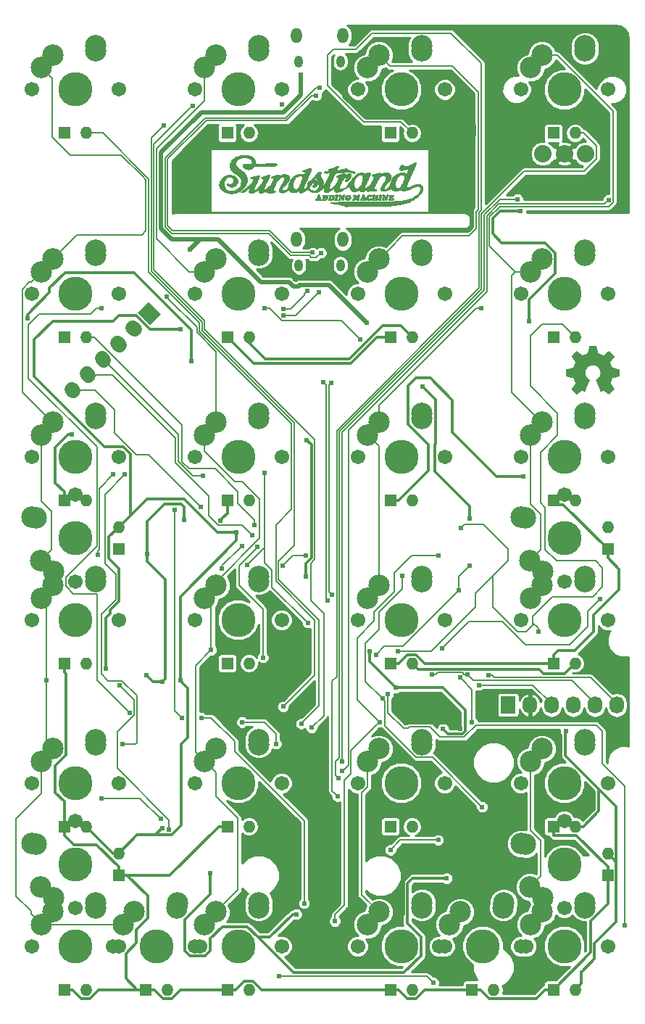
<source format=gtl>
G04 #@! TF.FileFunction,Copper,L1,Top,Signal*
%FSLAX46Y46*%
G04 Gerber Fmt 4.6, Leading zero omitted, Abs format (unit mm)*
G04 Created by KiCad (PCBNEW 4.0.1-stable) date 4/27/2016 11:04:52 AM*
%MOMM*%
G01*
G04 APERTURE LIST*
%ADD10C,0.100000*%
%ADD11C,0.010000*%
%ADD12O,1.400000X1.400000*%
%ADD13R,1.400000X1.400000*%
%ADD14C,3.987810*%
%ADD15C,1.701810*%
%ADD16C,2.500000*%
%ADD17C,1.727200*%
%ADD18R,1.727200X2.032000*%
%ADD19O,1.727200X2.032000*%
%ADD20O,1.300000X1.800000*%
%ADD21O,1.000000X1.400000*%
%ADD22C,2.032000*%
%ADD23C,0.609600*%
%ADD24C,0.508000*%
%ADD25C,0.304800*%
%ADD26C,0.152400*%
%ADD27C,0.254000*%
G04 APERTURE END LIST*
D10*
G36*
X163604603Y-108821288D02*
X163531049Y-108807243D01*
X163509050Y-108803327D01*
X163484423Y-108798837D01*
X163462670Y-108794676D01*
X162834690Y-108677875D01*
X162816168Y-108670182D01*
X162800110Y-108655999D01*
X162789227Y-108638695D01*
X162553041Y-108088330D01*
X162548332Y-108068466D01*
X162549372Y-108047206D01*
X162556737Y-108028821D01*
X162923768Y-107493979D01*
X162936321Y-107475512D01*
X162950517Y-107454909D01*
X162963317Y-107436688D01*
X163005453Y-107374961D01*
X163012175Y-107357042D01*
X163010436Y-107337808D01*
X163000648Y-107321366D01*
X162990805Y-107311606D01*
X162969217Y-107290099D01*
X162947793Y-107268511D01*
X162931434Y-107252234D01*
X162914993Y-107235874D01*
X162898634Y-107219351D01*
X162879383Y-107200222D01*
X162860159Y-107181089D01*
X162840952Y-107161948D01*
X162821753Y-107142793D01*
X162802555Y-107123621D01*
X162783348Y-107104428D01*
X162764123Y-107085208D01*
X162744873Y-107065958D01*
X162728610Y-107049599D01*
X162712346Y-107033158D01*
X162696083Y-107016799D01*
X162676833Y-106997549D01*
X162657608Y-106978329D01*
X162638401Y-106959136D01*
X162619203Y-106939964D01*
X162600004Y-106920809D01*
X162580797Y-106901667D01*
X162561573Y-106882535D01*
X162542322Y-106863406D01*
X162526059Y-106846883D01*
X162509796Y-106830523D01*
X162493533Y-106814246D01*
X162471848Y-106792658D01*
X162450164Y-106771151D01*
X162440308Y-106761391D01*
X162424127Y-106751589D01*
X162404989Y-106749754D01*
X162387083Y-106756216D01*
X162325357Y-106798722D01*
X162306972Y-106811262D01*
X162286451Y-106825362D01*
X162268066Y-106837902D01*
X161721771Y-107212698D01*
X161703126Y-107220419D01*
X161681770Y-107221733D01*
X161661893Y-107217133D01*
X161128165Y-106998687D01*
X161110862Y-106987900D01*
X161096679Y-106972020D01*
X161088986Y-106953593D01*
X160967012Y-106298995D01*
X160963097Y-106277256D01*
X160958606Y-106252724D01*
X160954445Y-106230984D01*
X160940769Y-106157430D01*
X160932679Y-106140140D01*
X160917935Y-106127778D01*
X160899741Y-106123055D01*
X160874621Y-106123055D01*
X160849583Y-106123055D01*
X160824709Y-106123055D01*
X160801519Y-106123055D01*
X160778411Y-106123055D01*
X160755221Y-106123055D01*
X160728054Y-106123055D01*
X160700887Y-106123055D01*
X160673720Y-106123055D01*
X160646553Y-106123055D01*
X160619386Y-106123055D01*
X160592220Y-106123055D01*
X160565053Y-106123055D01*
X160537886Y-106123055D01*
X160514874Y-106123055D01*
X160491779Y-106123055D01*
X160468767Y-106123055D01*
X160441600Y-106123055D01*
X160414434Y-106123055D01*
X160387267Y-106123055D01*
X160360100Y-106123055D01*
X160332933Y-106123055D01*
X160305766Y-106123055D01*
X160278599Y-106123055D01*
X160251432Y-106123055D01*
X160228242Y-106123055D01*
X160205134Y-106123055D01*
X160181944Y-106123055D01*
X160157070Y-106123055D01*
X160132032Y-106123055D01*
X160106912Y-106123055D01*
X160088718Y-106127778D01*
X160073975Y-106140140D01*
X160065884Y-106157430D01*
X160052208Y-106230615D01*
X160048047Y-106252614D01*
X160043556Y-106277242D01*
X160039641Y-106298995D01*
X159917667Y-106953593D01*
X159909810Y-106971855D01*
X159895709Y-106987818D01*
X159878488Y-106998687D01*
X159344760Y-107217133D01*
X159324636Y-107221487D01*
X159303281Y-107220172D01*
X159284882Y-107212698D01*
X158738587Y-106837902D01*
X158720202Y-106825362D01*
X158699681Y-106811262D01*
X158681296Y-106798722D01*
X158619570Y-106756216D01*
X158601664Y-106749741D01*
X158582526Y-106751479D01*
X158566345Y-106761021D01*
X158556489Y-106770864D01*
X158534805Y-106792452D01*
X158513120Y-106813877D01*
X158496844Y-106830400D01*
X158480485Y-106846759D01*
X158463961Y-106863036D01*
X158444833Y-106882287D01*
X158425700Y-106901512D01*
X158406559Y-106920719D01*
X158387404Y-106939917D01*
X158368232Y-106959116D01*
X158349039Y-106978323D01*
X158329820Y-106997548D01*
X158310570Y-107016799D01*
X158294211Y-107033076D01*
X158277770Y-107049435D01*
X158261411Y-107065958D01*
X158242267Y-107085102D01*
X158223098Y-107104272D01*
X158203911Y-107123459D01*
X158184715Y-107142655D01*
X158165520Y-107161850D01*
X158146333Y-107181037D01*
X158127163Y-107200207D01*
X158108019Y-107219351D01*
X158091496Y-107235710D01*
X158075137Y-107252151D01*
X158058860Y-107268511D01*
X158037272Y-107290099D01*
X158015766Y-107311606D01*
X158006005Y-107321366D01*
X157996203Y-107337794D01*
X157994369Y-107356932D01*
X158000830Y-107374592D01*
X158043336Y-107436688D01*
X158055876Y-107454909D01*
X158069976Y-107475512D01*
X158082516Y-107493979D01*
X158449546Y-108028451D01*
X158457158Y-108047083D01*
X158458198Y-108068343D01*
X158453242Y-108087960D01*
X158217796Y-108638695D01*
X158206899Y-108655999D01*
X158190745Y-108670182D01*
X158171963Y-108677875D01*
X157544353Y-108795045D01*
X157522436Y-108798960D01*
X157497890Y-108803451D01*
X157475973Y-108807612D01*
X157402050Y-108821288D01*
X157384856Y-108829379D01*
X157372672Y-108844123D01*
X157368045Y-108862316D01*
X157368045Y-108876184D01*
X157368045Y-108906725D01*
X157368045Y-108937349D01*
X157368045Y-108960540D01*
X157368045Y-108983648D01*
X157368045Y-109006838D01*
X157368045Y-109034005D01*
X157368045Y-109061172D01*
X157368045Y-109088339D01*
X157368045Y-109115507D01*
X157368045Y-109142674D01*
X157368045Y-109169841D01*
X157368045Y-109197008D01*
X157368045Y-109224175D01*
X157368045Y-109247105D01*
X157368045Y-109270118D01*
X157368045Y-109293294D01*
X157368045Y-109320461D01*
X157368045Y-109347623D01*
X157368045Y-109374776D01*
X157368045Y-109401917D01*
X157368045Y-109429040D01*
X157368045Y-109456141D01*
X157368045Y-109483217D01*
X157368045Y-109510262D01*
X157368045Y-109533548D01*
X157368045Y-109556834D01*
X157368045Y-109580120D01*
X157368045Y-109604981D01*
X157368045Y-109629923D01*
X157368045Y-109654784D01*
X157372754Y-109673224D01*
X157385020Y-109687967D01*
X157402050Y-109695811D01*
X157475604Y-109709487D01*
X157497521Y-109713663D01*
X157522066Y-109718249D01*
X157543983Y-109722424D01*
X158153113Y-109835528D01*
X158171443Y-109843482D01*
X158187145Y-109857760D01*
X158197837Y-109875078D01*
X158432174Y-110460557D01*
X158436788Y-110480517D01*
X158435569Y-110501955D01*
X158428108Y-110520436D01*
X158083255Y-111023120D01*
X158070455Y-111041506D01*
X158056259Y-111062026D01*
X158043706Y-111080412D01*
X158001200Y-111142138D01*
X157994725Y-111159798D01*
X157996463Y-111178936D01*
X158006005Y-111195364D01*
X158015861Y-111205207D01*
X158037546Y-111226795D01*
X158059230Y-111248220D01*
X158075507Y-111264743D01*
X158091866Y-111281102D01*
X158108389Y-111297379D01*
X158127533Y-111316630D01*
X158146702Y-111335854D01*
X158165889Y-111355062D01*
X158185085Y-111374260D01*
X158204280Y-111393459D01*
X158223467Y-111412666D01*
X158242637Y-111431891D01*
X158261780Y-111451142D01*
X158278304Y-111467405D01*
X158294663Y-111483668D01*
X158310940Y-111499931D01*
X158330189Y-111519182D01*
X158349409Y-111538407D01*
X158368602Y-111557614D01*
X158387774Y-111576813D01*
X158406928Y-111596011D01*
X158426070Y-111615219D01*
X158445202Y-111634443D01*
X158464331Y-111653694D01*
X158480690Y-111669957D01*
X158497131Y-111686220D01*
X158513490Y-111702484D01*
X158535078Y-111724168D01*
X158556585Y-111745853D01*
X158566345Y-111755709D01*
X158582773Y-111765251D01*
X158601911Y-111766989D01*
X158619570Y-111760514D01*
X158681666Y-111718377D01*
X158699887Y-111705660D01*
X158720490Y-111691546D01*
X158738957Y-111678828D01*
X159230548Y-111341734D01*
X159248892Y-111334177D01*
X159269865Y-111333520D01*
X159288948Y-111339516D01*
X159391332Y-111396807D01*
X159410853Y-111407540D01*
X159432921Y-111419094D01*
X159452688Y-111429334D01*
X159558399Y-111483299D01*
X159575812Y-111486967D01*
X159591747Y-111481108D01*
X159602753Y-111467035D01*
X159647847Y-111357258D01*
X159656485Y-111336819D01*
X159666191Y-111313752D01*
X159674829Y-111293313D01*
X160100998Y-110262440D01*
X160109636Y-110241824D01*
X160119342Y-110218743D01*
X160127980Y-110198126D01*
X160157919Y-110125311D01*
X160160602Y-110106611D01*
X160154743Y-110088568D01*
X160141656Y-110075043D01*
X160074016Y-110033645D01*
X160053733Y-110018352D01*
X160031510Y-110001118D01*
X160009786Y-109986463D01*
X159988508Y-109971200D01*
X159967690Y-109955343D01*
X159947347Y-109938903D01*
X159927491Y-109921892D01*
X159908138Y-109904322D01*
X159889302Y-109886206D01*
X159870996Y-109867556D01*
X159853235Y-109848383D01*
X159836033Y-109828700D01*
X159819404Y-109808519D01*
X159803362Y-109787851D01*
X159787921Y-109766710D01*
X159773096Y-109745107D01*
X159758901Y-109723054D01*
X159745349Y-109700564D01*
X159732455Y-109677648D01*
X159720233Y-109654318D01*
X159708697Y-109630588D01*
X159697861Y-109606467D01*
X159687740Y-109581970D01*
X159678347Y-109557108D01*
X159669697Y-109531892D01*
X159661803Y-109506336D01*
X159654681Y-109480451D01*
X159648343Y-109454249D01*
X159642805Y-109427743D01*
X159638080Y-109400944D01*
X159634182Y-109373865D01*
X159631126Y-109346517D01*
X159628925Y-109318913D01*
X159627595Y-109291065D01*
X159627148Y-109262985D01*
X159627550Y-109236202D01*
X159628748Y-109209617D01*
X159630731Y-109183243D01*
X159633487Y-109157092D01*
X159637005Y-109131174D01*
X159641273Y-109105502D01*
X159646280Y-109080086D01*
X159652014Y-109054939D01*
X159658465Y-109030071D01*
X159665619Y-109005494D01*
X159673466Y-108981220D01*
X159681995Y-108957261D01*
X159691194Y-108933626D01*
X159701051Y-108910329D01*
X159711556Y-108887381D01*
X159722695Y-108864792D01*
X159734459Y-108842575D01*
X159746836Y-108820741D01*
X159759813Y-108799301D01*
X159773380Y-108778267D01*
X159787525Y-108757651D01*
X159802237Y-108737464D01*
X159817504Y-108717717D01*
X159833314Y-108698421D01*
X159849657Y-108679590D01*
X159866521Y-108661233D01*
X159883894Y-108643362D01*
X159901764Y-108625989D01*
X159920121Y-108609125D01*
X159938953Y-108592782D01*
X159958248Y-108576972D01*
X159977994Y-108561705D01*
X159998182Y-108546993D01*
X160018798Y-108532847D01*
X160039831Y-108519280D01*
X160061271Y-108506303D01*
X160083105Y-108493926D01*
X160105322Y-108482162D01*
X160127910Y-108471023D01*
X160150858Y-108460518D01*
X160174155Y-108450661D01*
X160197789Y-108441462D01*
X160221749Y-108432933D01*
X160246023Y-108425085D01*
X160270599Y-108417931D01*
X160295467Y-108411481D01*
X160320614Y-108405746D01*
X160346029Y-108400739D01*
X160371702Y-108396471D01*
X160397619Y-108392953D01*
X160423770Y-108390197D01*
X160450144Y-108388214D01*
X160476728Y-108387016D01*
X160503511Y-108386614D01*
X160530295Y-108387016D01*
X160556879Y-108388214D01*
X160583253Y-108390197D01*
X160609404Y-108392953D01*
X160635321Y-108396471D01*
X160660993Y-108400739D01*
X160686409Y-108405746D01*
X160711556Y-108411481D01*
X160736424Y-108417931D01*
X160761000Y-108425085D01*
X160785274Y-108432933D01*
X160809233Y-108441462D01*
X160832867Y-108450661D01*
X160856164Y-108460518D01*
X160879113Y-108471023D01*
X160901701Y-108482162D01*
X160923918Y-108493926D01*
X160945752Y-108506303D01*
X160967191Y-108519280D01*
X160988225Y-108532847D01*
X161008841Y-108546993D01*
X161029028Y-108561705D01*
X161048775Y-108576972D01*
X161068070Y-108592782D01*
X161086902Y-108609125D01*
X161105259Y-108625989D01*
X161123129Y-108643362D01*
X161140502Y-108661233D01*
X161157365Y-108679590D01*
X161173708Y-108698421D01*
X161189519Y-108717717D01*
X161204786Y-108737464D01*
X161219498Y-108757651D01*
X161233643Y-108778267D01*
X161247210Y-108799301D01*
X161260187Y-108820741D01*
X161272563Y-108842575D01*
X161284327Y-108864792D01*
X161295467Y-108887381D01*
X161305971Y-108910329D01*
X161315829Y-108933626D01*
X161325027Y-108957261D01*
X161333556Y-108981220D01*
X161341404Y-109005494D01*
X161348558Y-109030071D01*
X161355008Y-109054939D01*
X161360743Y-109080086D01*
X161365750Y-109105502D01*
X161370018Y-109131174D01*
X161373536Y-109157092D01*
X161376292Y-109183243D01*
X161378275Y-109209617D01*
X161379473Y-109236202D01*
X161379875Y-109262985D01*
X161379428Y-109291065D01*
X161378097Y-109318913D01*
X161375897Y-109346517D01*
X161372841Y-109373865D01*
X161368943Y-109400944D01*
X161364218Y-109427743D01*
X161358680Y-109454249D01*
X161352342Y-109480451D01*
X161345220Y-109506336D01*
X161337326Y-109531892D01*
X161328676Y-109557108D01*
X161319283Y-109581970D01*
X161309162Y-109606467D01*
X161298326Y-109630588D01*
X161286790Y-109654318D01*
X161274568Y-109677648D01*
X161261674Y-109700564D01*
X161248122Y-109723054D01*
X161233926Y-109745107D01*
X161219101Y-109766710D01*
X161203661Y-109787851D01*
X161187619Y-109808519D01*
X161170990Y-109828700D01*
X161153788Y-109848383D01*
X161136027Y-109867556D01*
X161117721Y-109886206D01*
X161098884Y-109904322D01*
X161079531Y-109921892D01*
X161059676Y-109938903D01*
X161039332Y-109955343D01*
X161018514Y-109971200D01*
X160997237Y-109986463D01*
X160975513Y-110001118D01*
X160953105Y-110018213D01*
X160932637Y-110033645D01*
X160865367Y-110075043D01*
X160852280Y-110088568D01*
X160846421Y-110106611D01*
X160849104Y-110125311D01*
X160879043Y-110198126D01*
X160887585Y-110218743D01*
X160897113Y-110241824D01*
X160905655Y-110262440D01*
X161332194Y-111293313D01*
X161340736Y-111313752D01*
X161350264Y-111336819D01*
X161358807Y-111357258D01*
X161404270Y-111467035D01*
X161415194Y-111481108D01*
X161431046Y-111486967D01*
X161448624Y-111483299D01*
X161554334Y-111429334D01*
X161574116Y-111419094D01*
X161596279Y-111407540D01*
X161616060Y-111396807D01*
X161718075Y-111339516D01*
X161737158Y-111333356D01*
X161758131Y-111334095D01*
X161776474Y-111341734D01*
X162268066Y-111678828D01*
X162286451Y-111691546D01*
X162306972Y-111705660D01*
X162325357Y-111718377D01*
X162387083Y-111760514D01*
X162404989Y-111766989D01*
X162424127Y-111765251D01*
X162440308Y-111755709D01*
X162455750Y-111740267D01*
X162474641Y-111721376D01*
X162493533Y-111702484D01*
X162509796Y-111686220D01*
X162526059Y-111669957D01*
X162542322Y-111653694D01*
X162561573Y-111634443D01*
X162580797Y-111615219D01*
X162600004Y-111596011D01*
X162619203Y-111576813D01*
X162638401Y-111557614D01*
X162657608Y-111538407D01*
X162676833Y-111519182D01*
X162696083Y-111499931D01*
X162712346Y-111483654D01*
X162728610Y-111467295D01*
X162744873Y-111450772D01*
X162764123Y-111431628D01*
X162783348Y-111412458D01*
X162802555Y-111393271D01*
X162821753Y-111374076D01*
X162840952Y-111354880D01*
X162860159Y-111335693D01*
X162879383Y-111316523D01*
X162898634Y-111297379D01*
X162914993Y-111280856D01*
X162931434Y-111264497D01*
X162947793Y-111248220D01*
X162969217Y-111226631D01*
X162990805Y-111205125D01*
X163000648Y-111195364D01*
X163010436Y-111178936D01*
X163012175Y-111159798D01*
X163005453Y-111142138D01*
X162963317Y-111080412D01*
X162950517Y-111062026D01*
X162936321Y-111041506D01*
X162923768Y-111023120D01*
X162578914Y-110520436D01*
X162571440Y-110501955D01*
X162570126Y-110480517D01*
X162574479Y-110460557D01*
X162809186Y-109875078D01*
X162819618Y-109857678D01*
X162835224Y-109843318D01*
X162853540Y-109835528D01*
X163462670Y-109722424D01*
X163484587Y-109718167D01*
X163509132Y-109713499D01*
X163531049Y-109709487D01*
X163604603Y-109695811D01*
X163621797Y-109687967D01*
X163633981Y-109673224D01*
X163638608Y-109654784D01*
X163638608Y-109629923D01*
X163638608Y-109604981D01*
X163638608Y-109580120D01*
X163638608Y-109556834D01*
X163638608Y-109533548D01*
X163638608Y-109510262D01*
X163638608Y-109483217D01*
X163638608Y-109456141D01*
X163638608Y-109429040D01*
X163638608Y-109401917D01*
X163638608Y-109374776D01*
X163638608Y-109347623D01*
X163638608Y-109320461D01*
X163638608Y-109293294D01*
X163638608Y-109270118D01*
X163638608Y-109247105D01*
X163638608Y-109224175D01*
X163638608Y-109197008D01*
X163638608Y-109169841D01*
X163638608Y-109142674D01*
X163638608Y-109115507D01*
X163638608Y-109088339D01*
X163638608Y-109061172D01*
X163638608Y-109034005D01*
X163638608Y-109006838D01*
X163638608Y-108983648D01*
X163638608Y-108960540D01*
X163638608Y-108937349D01*
X163638608Y-108906725D01*
X163638608Y-108876184D01*
X163638608Y-108862316D01*
X163633981Y-108844123D01*
X163621797Y-108829379D01*
X163604603Y-108821288D01*
X163604603Y-108821288D01*
G37*
D11*
G36*
X139854864Y-84676455D02*
X139862004Y-84679137D01*
X139866816Y-84684574D01*
X139869003Y-84693647D01*
X139868265Y-84707235D01*
X139864304Y-84726217D01*
X139856821Y-84751472D01*
X139845519Y-84783879D01*
X139830098Y-84824317D01*
X139810261Y-84873666D01*
X139785709Y-84932805D01*
X139756144Y-85002613D01*
X139721266Y-85083969D01*
X139680778Y-85177752D01*
X139634381Y-85284841D01*
X139581777Y-85406116D01*
X139549141Y-85481376D01*
X139485832Y-85627377D01*
X139428761Y-85758930D01*
X139377444Y-85877127D01*
X139331399Y-85983063D01*
X139290144Y-86077833D01*
X139253197Y-86162530D01*
X139220076Y-86238248D01*
X139190298Y-86306081D01*
X139163381Y-86367125D01*
X139138843Y-86422472D01*
X139116202Y-86473217D01*
X139094975Y-86520454D01*
X139074680Y-86565277D01*
X139054836Y-86608780D01*
X139034959Y-86652057D01*
X139014567Y-86696203D01*
X138997365Y-86733300D01*
X138946350Y-86843619D01*
X138902212Y-86940129D01*
X138864372Y-87024225D01*
X138832250Y-87097301D01*
X138805266Y-87160751D01*
X138782841Y-87215970D01*
X138764395Y-87264351D01*
X138749348Y-87307289D01*
X138737121Y-87346179D01*
X138727134Y-87382414D01*
X138726609Y-87384471D01*
X138713371Y-87450781D01*
X138710649Y-87505161D01*
X138718813Y-87547827D01*
X138738231Y-87578995D01*
X138769273Y-87598878D01*
X138812307Y-87607692D01*
X138867703Y-87605652D01*
X138935829Y-87592973D01*
X139017055Y-87569871D01*
X139034803Y-87564052D01*
X139082805Y-87546958D01*
X139140101Y-87524913D01*
X139200727Y-87500304D01*
X139258716Y-87475517D01*
X139281169Y-87465483D01*
X139333867Y-87441567D01*
X139389238Y-87416468D01*
X139442114Y-87392525D01*
X139487328Y-87372078D01*
X139505467Y-87363889D01*
X139632610Y-87311920D01*
X139756162Y-87272089D01*
X139875007Y-87244509D01*
X139988029Y-87229294D01*
X140094112Y-87226559D01*
X140192139Y-87236419D01*
X140280995Y-87258987D01*
X140330828Y-87279334D01*
X140405603Y-87324076D01*
X140469121Y-87381280D01*
X140520771Y-87450243D01*
X140559944Y-87530260D01*
X140568316Y-87553707D01*
X140589615Y-87644109D01*
X140596296Y-87740646D01*
X140588717Y-87841554D01*
X140567238Y-87945072D01*
X140532221Y-88049436D01*
X140484025Y-88152884D01*
X140426274Y-88248834D01*
X140383463Y-88307592D01*
X140329600Y-88373856D01*
X140267202Y-88444999D01*
X140198786Y-88518394D01*
X140126867Y-88591415D01*
X140053963Y-88661436D01*
X139982590Y-88725830D01*
X139916101Y-88781306D01*
X139782193Y-88882401D01*
X139644925Y-88975139D01*
X139500333Y-89061983D01*
X139344451Y-89145397D01*
X139274043Y-89180300D01*
X139119570Y-89251779D01*
X138964457Y-89316300D01*
X138805228Y-89375095D01*
X138638404Y-89429397D01*
X138460508Y-89480435D01*
X138332834Y-89513558D01*
X138161681Y-89553904D01*
X137986366Y-89590395D01*
X137805431Y-89623212D01*
X137617417Y-89652539D01*
X137420866Y-89678557D01*
X137214319Y-89701449D01*
X136996320Y-89721398D01*
X136765409Y-89738586D01*
X136520128Y-89753196D01*
X136351634Y-89761426D01*
X136293200Y-89763550D01*
X136219574Y-89765402D01*
X136132491Y-89766983D01*
X136033691Y-89768292D01*
X135924912Y-89769331D01*
X135807890Y-89770100D01*
X135684364Y-89770599D01*
X135556072Y-89770828D01*
X135424751Y-89770789D01*
X135292139Y-89770481D01*
X135159975Y-89769906D01*
X135029995Y-89769063D01*
X134903938Y-89767953D01*
X134783542Y-89766577D01*
X134670544Y-89764935D01*
X134566682Y-89763027D01*
X134476267Y-89760922D01*
X134348652Y-89757814D01*
X134214854Y-89755019D01*
X134076564Y-89752547D01*
X133935478Y-89750406D01*
X133793288Y-89748608D01*
X133651688Y-89747161D01*
X133512371Y-89746075D01*
X133377031Y-89745361D01*
X133247360Y-89745027D01*
X133125054Y-89745083D01*
X133011804Y-89745540D01*
X132909304Y-89746406D01*
X132819249Y-89747692D01*
X132743330Y-89749407D01*
X132702501Y-89750752D01*
X132545538Y-89757458D01*
X132403220Y-89764995D01*
X132273270Y-89773547D01*
X132153411Y-89783296D01*
X132041366Y-89794425D01*
X131934860Y-89807117D01*
X131844408Y-89819650D01*
X131781178Y-89828291D01*
X131731135Y-89833317D01*
X131690943Y-89834793D01*
X131657260Y-89832785D01*
X131626747Y-89827361D01*
X131614534Y-89824208D01*
X131587397Y-89815329D01*
X131552338Y-89802097D01*
X131516777Y-89787317D01*
X131515557Y-89786781D01*
X131431258Y-89751408D01*
X131344749Y-89718793D01*
X131254478Y-89688570D01*
X131158890Y-89660373D01*
X131056431Y-89633836D01*
X130945548Y-89608593D01*
X130824688Y-89584278D01*
X130692296Y-89560526D01*
X130546819Y-89536970D01*
X130386702Y-89513244D01*
X130306434Y-89501997D01*
X130200219Y-89487113D01*
X130109907Y-89473908D01*
X130034569Y-89462203D01*
X129973277Y-89451818D01*
X129925104Y-89442576D01*
X129889119Y-89434296D01*
X129864397Y-89426800D01*
X129850007Y-89419908D01*
X129845021Y-89413443D01*
X129845000Y-89413000D01*
X129852438Y-89406481D01*
X129871590Y-89398154D01*
X129889450Y-89392418D01*
X129936702Y-89381296D01*
X129998111Y-89370720D01*
X130073906Y-89360676D01*
X130164317Y-89351150D01*
X130269571Y-89342129D01*
X130389898Y-89333600D01*
X130525525Y-89325550D01*
X130676682Y-89317964D01*
X130843596Y-89310830D01*
X131026497Y-89304134D01*
X131225612Y-89297862D01*
X131441171Y-89292002D01*
X131673403Y-89286539D01*
X131703434Y-89285887D01*
X131803016Y-89283937D01*
X131918283Y-89282019D01*
X132047986Y-89280140D01*
X132190877Y-89278310D01*
X132345706Y-89276535D01*
X132511225Y-89274823D01*
X132686186Y-89273182D01*
X132869339Y-89271619D01*
X133059436Y-89270143D01*
X133255229Y-89268760D01*
X133455468Y-89267480D01*
X133658906Y-89266308D01*
X133864292Y-89265253D01*
X134070380Y-89264324D01*
X134275920Y-89263526D01*
X134479663Y-89262869D01*
X134680361Y-89262360D01*
X134876765Y-89262006D01*
X135067626Y-89261815D01*
X135251697Y-89261795D01*
X135427727Y-89261954D01*
X135547301Y-89262180D01*
X136681834Y-89264833D01*
X137240634Y-89232964D01*
X137369451Y-89225589D01*
X137482757Y-89219030D01*
X137581946Y-89213188D01*
X137668415Y-89207963D01*
X137743561Y-89203257D01*
X137808780Y-89198972D01*
X137865468Y-89195008D01*
X137915021Y-89191267D01*
X137958837Y-89187649D01*
X137998310Y-89184056D01*
X138034837Y-89180389D01*
X138069815Y-89176549D01*
X138104640Y-89172438D01*
X138116934Y-89170931D01*
X138362902Y-89134883D01*
X138597650Y-89088979D01*
X138820723Y-89033379D01*
X139031667Y-88968241D01*
X139230030Y-88893724D01*
X139415356Y-88809989D01*
X139587193Y-88717194D01*
X139745087Y-88615500D01*
X139789044Y-88583742D01*
X139898896Y-88496139D01*
X139997659Y-88404890D01*
X140084681Y-88311015D01*
X140159314Y-88215532D01*
X140220908Y-88119457D01*
X140268812Y-88023809D01*
X140302378Y-87929605D01*
X140320955Y-87837865D01*
X140323894Y-87749605D01*
X140323681Y-87746212D01*
X140311360Y-87671256D01*
X140285690Y-87606022D01*
X140247675Y-87551251D01*
X140198321Y-87507684D01*
X140138633Y-87476061D01*
X140069617Y-87457125D01*
X139992278Y-87451617D01*
X139930694Y-87456562D01*
X139889973Y-87463232D01*
X139849407Y-87472151D01*
X139806647Y-87484138D01*
X139759347Y-87500009D01*
X139705160Y-87520582D01*
X139641739Y-87546673D01*
X139566735Y-87579100D01*
X139522579Y-87598648D01*
X139358634Y-87671122D01*
X139209093Y-87736077D01*
X139073305Y-87793751D01*
X138950622Y-87844381D01*
X138840395Y-87888205D01*
X138741973Y-87925462D01*
X138654709Y-87956388D01*
X138577953Y-87981222D01*
X138511056Y-88000202D01*
X138453369Y-88013566D01*
X138404242Y-88021551D01*
X138363026Y-88024395D01*
X138360633Y-88024408D01*
X138329609Y-88023853D01*
X138308680Y-88020397D01*
X138291088Y-88011469D01*
X138270075Y-87994499D01*
X138261059Y-87986537D01*
X138231203Y-87960774D01*
X138206398Y-87942518D01*
X138182664Y-87930512D01*
X138156024Y-87923498D01*
X138122499Y-87920218D01*
X138078112Y-87919416D01*
X138049201Y-87919562D01*
X138005148Y-87920344D01*
X137966867Y-87922272D01*
X137930059Y-87925898D01*
X137890429Y-87931775D01*
X137843679Y-87940456D01*
X137785512Y-87952493D01*
X137774034Y-87954943D01*
X137669438Y-87976013D01*
X137578442Y-87991270D01*
X137498791Y-88000844D01*
X137428229Y-88004865D01*
X137364500Y-88003462D01*
X137305348Y-87996765D01*
X137249101Y-87985051D01*
X137200699Y-87970352D01*
X137155436Y-87950902D01*
X137109409Y-87924555D01*
X137058715Y-87889161D01*
X137019323Y-87858622D01*
X136972580Y-87822658D01*
X136934903Y-87797439D01*
X136903342Y-87781782D01*
X136874943Y-87774502D01*
X136846755Y-87774418D01*
X136820876Y-87779091D01*
X136791134Y-87789107D01*
X136756238Y-87804939D01*
X136730877Y-87818950D01*
X136673049Y-87853907D01*
X136625521Y-87881426D01*
X136584521Y-87903494D01*
X136546280Y-87922096D01*
X136507027Y-87939218D01*
X136487101Y-87947342D01*
X136381592Y-87984535D01*
X136274797Y-88012601D01*
X136169993Y-88030993D01*
X136070459Y-88039167D01*
X135979473Y-88036578D01*
X135962069Y-88034655D01*
X135891586Y-88022612D01*
X135834219Y-88005366D01*
X135786609Y-87981623D01*
X135747622Y-87952111D01*
X135707979Y-87906239D01*
X135683162Y-87853114D01*
X135673164Y-87792534D01*
X135677976Y-87724301D01*
X135697590Y-87648214D01*
X135731972Y-87564130D01*
X135758732Y-87510803D01*
X135788715Y-87457661D01*
X135823643Y-87402062D01*
X135865240Y-87341363D01*
X135915227Y-87272922D01*
X135961491Y-87212020D01*
X136036026Y-87113270D01*
X136099407Y-87024819D01*
X136152454Y-86944992D01*
X136195990Y-86872116D01*
X136230835Y-86804517D01*
X136257811Y-86740521D01*
X136277739Y-86678455D01*
X136291439Y-86616644D01*
X136299734Y-86553416D01*
X136302291Y-86517400D01*
X136304021Y-86474716D01*
X136303628Y-86443748D01*
X136300595Y-86419357D01*
X136294409Y-86396400D01*
X136288548Y-86380063D01*
X136260198Y-86327409D01*
X136218301Y-86279707D01*
X136166188Y-86240548D01*
X136151446Y-86232247D01*
X136130390Y-86221808D01*
X136111638Y-86214946D01*
X136090753Y-86210917D01*
X136063299Y-86208980D01*
X136024837Y-86208392D01*
X136008734Y-86208367D01*
X135965082Y-86208714D01*
X135933358Y-86210309D01*
X135908560Y-86213981D01*
X135885689Y-86220557D01*
X135859742Y-86230867D01*
X135851500Y-86234424D01*
X135764139Y-86280865D01*
X135677596Y-86343499D01*
X135592605Y-86421590D01*
X135509898Y-86514397D01*
X135430206Y-86621183D01*
X135361763Y-86728470D01*
X135339471Y-86766438D01*
X135319098Y-86802236D01*
X135299619Y-86837951D01*
X135280007Y-86875669D01*
X135259235Y-86917477D01*
X135236276Y-86965461D01*
X135210105Y-87021707D01*
X135179694Y-87088303D01*
X135144017Y-87167334D01*
X135124872Y-87209960D01*
X135079606Y-87311303D01*
X135041169Y-87398513D01*
X135009170Y-87472773D01*
X134983217Y-87535266D01*
X134962917Y-87587174D01*
X134947878Y-87629680D01*
X134937709Y-87663967D01*
X134932017Y-87691219D01*
X134930411Y-87712618D01*
X134932498Y-87729347D01*
X134937886Y-87742589D01*
X134945111Y-87752367D01*
X134959161Y-87762673D01*
X134984850Y-87776987D01*
X135018056Y-87793128D01*
X135042721Y-87803990D01*
X135101875Y-87830534D01*
X135145310Y-87853578D01*
X135172814Y-87872986D01*
X135184171Y-87888619D01*
X135183859Y-87894656D01*
X135179606Y-87914145D01*
X135179001Y-87923535D01*
X135172074Y-87943624D01*
X135153923Y-87967420D01*
X135128489Y-87991096D01*
X135099712Y-88010829D01*
X135079133Y-88020448D01*
X135034672Y-88031245D01*
X134974794Y-88037552D01*
X134900415Y-88039350D01*
X134812450Y-88036616D01*
X134711817Y-88029330D01*
X134707775Y-88028965D01*
X134604440Y-88021197D01*
X134513533Y-88018127D01*
X134431186Y-88019862D01*
X134353527Y-88026508D01*
X134276688Y-88038173D01*
X134260169Y-88041294D01*
X134216233Y-88049592D01*
X134184944Y-88054528D01*
X134162399Y-88056321D01*
X134144695Y-88055191D01*
X134127931Y-88051360D01*
X134120722Y-88049154D01*
X134083186Y-88029104D01*
X134056901Y-87996424D01*
X134041843Y-87951078D01*
X134040710Y-87944258D01*
X134036445Y-87923383D01*
X134029192Y-87910949D01*
X134015850Y-87906118D01*
X133993318Y-87908053D01*
X133958494Y-87915917D01*
X133946763Y-87918902D01*
X133889681Y-87937412D01*
X133837273Y-87963377D01*
X133784834Y-87999465D01*
X133742795Y-88034657D01*
X133693741Y-88075505D01*
X133651351Y-88103638D01*
X133612375Y-88120070D01*
X133573564Y-88125816D01*
X133531670Y-88121891D01*
X133493659Y-88112441D01*
X133451675Y-88097227D01*
X133400107Y-88074255D01*
X133343132Y-88045633D01*
X133284927Y-88013473D01*
X133229669Y-87979884D01*
X133224020Y-87976238D01*
X133152874Y-87930023D01*
X133054687Y-87976353D01*
X132931097Y-88029365D01*
X132815707Y-88067805D01*
X132708158Y-88091716D01*
X132608090Y-88101136D01*
X132515144Y-88096106D01*
X132428959Y-88076665D01*
X132368067Y-88052425D01*
X132330003Y-88028967D01*
X132287247Y-87994059D01*
X132243170Y-87951144D01*
X132201143Y-87903663D01*
X132164536Y-87855057D01*
X132148718Y-87830066D01*
X134103724Y-87830066D01*
X134104936Y-87831190D01*
X134123545Y-87835983D01*
X134152247Y-87834935D01*
X134185560Y-87828853D01*
X134218003Y-87818542D01*
X134230996Y-87812666D01*
X134264466Y-87791729D01*
X134298080Y-87764108D01*
X134329236Y-87732805D01*
X134355332Y-87700821D01*
X134373768Y-87671155D01*
X134381941Y-87646808D01*
X134381683Y-87638867D01*
X134377308Y-87634163D01*
X134366079Y-87637190D01*
X134345762Y-87648946D01*
X134319634Y-87666577D01*
X134287172Y-87689140D01*
X134246741Y-87717200D01*
X134204299Y-87746624D01*
X134176902Y-87765597D01*
X134140085Y-87791802D01*
X134116486Y-87810489D01*
X134104801Y-87822847D01*
X134103724Y-87830066D01*
X132148718Y-87830066D01*
X132145827Y-87825500D01*
X132128972Y-87794313D01*
X132107728Y-87751849D01*
X132084191Y-87702472D01*
X132060459Y-87650548D01*
X132046167Y-87618067D01*
X132026338Y-87572710D01*
X132008420Y-87532654D01*
X131993628Y-87500539D01*
X131983176Y-87479008D01*
X131978504Y-87470884D01*
X131974477Y-87468978D01*
X131967418Y-87469885D01*
X131955996Y-87474389D01*
X131938877Y-87483274D01*
X131914731Y-87497325D01*
X131882224Y-87517327D01*
X131840024Y-87544064D01*
X131786799Y-87578319D01*
X131721218Y-87620879D01*
X131697009Y-87636637D01*
X131584850Y-87709070D01*
X131484320Y-87772630D01*
X131393426Y-87828509D01*
X131310176Y-87877895D01*
X131232578Y-87921979D01*
X131158640Y-87961949D01*
X131110767Y-87986710D01*
X130986734Y-88046459D01*
X130873757Y-88093941D01*
X130771321Y-88129254D01*
X130678917Y-88152499D01*
X130596031Y-88163775D01*
X130522151Y-88163182D01*
X130456765Y-88150818D01*
X130399361Y-88126783D01*
X130396775Y-88125325D01*
X130354775Y-88094719D01*
X130320531Y-88054499D01*
X130293086Y-88002913D01*
X130271485Y-87938206D01*
X130256291Y-87867528D01*
X130246990Y-87823801D01*
X130236191Y-87788488D01*
X130224917Y-87764253D01*
X130214190Y-87753759D01*
X130212549Y-87753534D01*
X130196933Y-87759341D01*
X130170208Y-87776318D01*
X130133374Y-87803802D01*
X130115783Y-87817792D01*
X130067784Y-87853261D01*
X130007023Y-87893053D01*
X129936587Y-87935526D01*
X129859563Y-87979037D01*
X129779038Y-88021944D01*
X129698097Y-88062605D01*
X129619828Y-88099376D01*
X129547317Y-88130617D01*
X129483650Y-88154683D01*
X129480934Y-88155608D01*
X129436180Y-88170241D01*
X129401475Y-88179846D01*
X129371067Y-88185479D01*
X129339203Y-88188198D01*
X129300130Y-88189060D01*
X129298900Y-88189068D01*
X129254913Y-88188547D01*
X129223329Y-88185977D01*
X129199685Y-88180762D01*
X129181728Y-88173427D01*
X129146662Y-88147080D01*
X129117337Y-88106802D01*
X129095594Y-88055137D01*
X129095119Y-88053576D01*
X129088464Y-88019024D01*
X129084538Y-87970493D01*
X129083336Y-87910714D01*
X129084853Y-87842418D01*
X129089084Y-87768338D01*
X129095749Y-87693808D01*
X129100056Y-87650535D01*
X129103239Y-87613617D01*
X129105070Y-87586145D01*
X129105319Y-87571209D01*
X129104941Y-87569451D01*
X129094799Y-87570280D01*
X129073655Y-87582247D01*
X129041338Y-87605489D01*
X128997678Y-87640139D01*
X128942504Y-87686333D01*
X128875647Y-87744205D01*
X128803600Y-87807942D01*
X128712821Y-87886290D01*
X128629398Y-87952558D01*
X128550902Y-88008488D01*
X128474906Y-88055824D01*
X128408017Y-88091829D01*
X128285242Y-88145505D01*
X128164305Y-88182612D01*
X128044932Y-88203107D01*
X127926850Y-88206949D01*
X127809787Y-88194097D01*
X127693470Y-88164509D01*
X127577624Y-88118144D01*
X127461978Y-88054961D01*
X127346258Y-87974917D01*
X127278536Y-87920358D01*
X127238110Y-87886348D01*
X127208218Y-87861957D01*
X127186662Y-87845644D01*
X127171241Y-87835866D01*
X127159756Y-87831080D01*
X127150009Y-87829744D01*
X127149342Y-87829740D01*
X127137157Y-87834782D01*
X127114138Y-87848834D01*
X127082647Y-87870289D01*
X127045041Y-87897540D01*
X127004434Y-87928396D01*
X126904681Y-88003645D01*
X126814512Y-88066705D01*
X126732515Y-88118265D01*
X126657279Y-88159012D01*
X126587393Y-88189635D01*
X126521444Y-88210822D01*
X126458021Y-88223262D01*
X126395713Y-88227644D01*
X126390783Y-88227667D01*
X126351672Y-88225848D01*
X126312292Y-88221087D01*
X126282183Y-88214672D01*
X126234482Y-88194694D01*
X126183978Y-88163734D01*
X126136089Y-88125617D01*
X126096230Y-88084165D01*
X126094844Y-88082446D01*
X126057320Y-88035575D01*
X125963610Y-88080036D01*
X125839721Y-88133774D01*
X125724452Y-88173282D01*
X125617415Y-88198667D01*
X125518220Y-88210037D01*
X125488382Y-88210734D01*
X125421878Y-88207999D01*
X125364677Y-88198792D01*
X125309894Y-88181605D01*
X125264534Y-88161750D01*
X125239954Y-88149125D01*
X125217431Y-88135261D01*
X125194350Y-88118006D01*
X125168097Y-88095206D01*
X125136055Y-88064708D01*
X125095610Y-88024360D01*
X125086734Y-88015376D01*
X125042244Y-87970645D01*
X125007545Y-87936819D01*
X124980845Y-87912448D01*
X124960352Y-87896085D01*
X124944276Y-87886280D01*
X124930824Y-87881587D01*
X124919951Y-87880534D01*
X124906397Y-87885630D01*
X124884244Y-87899156D01*
X124857702Y-87918467D01*
X124850688Y-87924039D01*
X124740124Y-88006569D01*
X124628978Y-88076030D01*
X124518390Y-88131990D01*
X124409495Y-88174014D01*
X124303432Y-88201668D01*
X124201339Y-88214520D01*
X124104354Y-88212135D01*
X124097010Y-88211292D01*
X124016698Y-88196791D01*
X123950044Y-88174257D01*
X123896940Y-88143345D01*
X123857278Y-88103710D01*
X123830948Y-88055006D01*
X123817844Y-87996890D01*
X123817856Y-87929016D01*
X123830876Y-87851039D01*
X123856796Y-87762614D01*
X123895508Y-87663397D01*
X123912785Y-87624465D01*
X123933000Y-87582053D01*
X123956973Y-87535398D01*
X123985638Y-87482866D01*
X124019927Y-87422827D01*
X124060772Y-87353648D01*
X124109106Y-87273697D01*
X124165861Y-87181344D01*
X124168053Y-87177800D01*
X124216599Y-87099116D01*
X124257025Y-87032939D01*
X124290255Y-86977462D01*
X124317214Y-86930876D01*
X124338827Y-86891375D01*
X124356018Y-86857150D01*
X124369712Y-86826393D01*
X124380834Y-86797296D01*
X124390308Y-86768052D01*
X124399058Y-86736853D01*
X124404675Y-86715145D01*
X124413309Y-86667261D01*
X124417213Y-86614432D01*
X124416251Y-86563311D01*
X124410286Y-86520551D01*
X124408790Y-86514684D01*
X124388482Y-86471726D01*
X124355003Y-86435917D01*
X124311309Y-86409233D01*
X124260351Y-86393649D01*
X124222951Y-86390400D01*
X124165886Y-86396632D01*
X124101063Y-86414424D01*
X124031677Y-86442424D01*
X123960923Y-86479278D01*
X123891995Y-86523633D01*
X123869779Y-86540002D01*
X123787783Y-86610111D01*
X123712245Y-86690840D01*
X123642050Y-86783688D01*
X123576084Y-86890153D01*
X123513230Y-87011731D01*
X123504128Y-87031092D01*
X123478399Y-87086006D01*
X123447834Y-87150513D01*
X123415101Y-87219029D01*
X123382868Y-87285966D01*
X123357259Y-87338667D01*
X123306575Y-87445049D01*
X123264707Y-87538999D01*
X123231070Y-87622169D01*
X123205084Y-87696215D01*
X123186165Y-87762789D01*
X123173732Y-87823546D01*
X123167349Y-87878026D01*
X123165281Y-87918560D01*
X123167363Y-87948131D01*
X123175880Y-87969412D01*
X123193118Y-87985078D01*
X123221360Y-87997805D01*
X123262892Y-88010265D01*
X123285375Y-88016200D01*
X123322388Y-88031028D01*
X123349521Y-88052137D01*
X123365587Y-88076848D01*
X123369399Y-88102479D01*
X123359770Y-88126349D01*
X123341316Y-88142544D01*
X123303117Y-88160415D01*
X123250667Y-88177088D01*
X123186627Y-88192227D01*
X123113656Y-88205496D01*
X123034415Y-88216557D01*
X122951565Y-88225075D01*
X122867765Y-88230713D01*
X122785676Y-88233134D01*
X122707958Y-88232003D01*
X122658128Y-88228962D01*
X122559120Y-88217726D01*
X122475199Y-88201653D01*
X122405097Y-88180311D01*
X122347551Y-88153267D01*
X122301294Y-88120088D01*
X122280935Y-88099881D01*
X122261051Y-88078571D01*
X122248263Y-88068258D01*
X122238782Y-88066967D01*
X122228824Y-88072718D01*
X122214123Y-88081923D01*
X122188615Y-88096153D01*
X122156701Y-88112992D01*
X122140334Y-88121324D01*
X122029062Y-88172623D01*
X121925829Y-88210363D01*
X121829132Y-88234978D01*
X121737472Y-88246900D01*
X121700067Y-88248227D01*
X121639223Y-88246378D01*
X121591442Y-88239191D01*
X121553402Y-88225613D01*
X121521784Y-88204588D01*
X121502094Y-88185319D01*
X121480551Y-88156872D01*
X121466173Y-88125400D01*
X121458127Y-88087348D01*
X121455579Y-88039163D01*
X121456864Y-87992431D01*
X121457714Y-87974189D01*
X122412497Y-87974189D01*
X122418357Y-87978102D01*
X122433962Y-87974443D01*
X122457084Y-87966070D01*
X122484986Y-87953723D01*
X122493080Y-87949723D01*
X122541388Y-87916836D01*
X122580230Y-87873778D01*
X122599612Y-87839708D01*
X122608589Y-87817722D01*
X122613084Y-87803261D01*
X122613058Y-87800412D01*
X122601390Y-87799644D01*
X122579705Y-87805067D01*
X122552888Y-87814829D01*
X122525825Y-87827078D01*
X122503401Y-87839962D01*
X122497741Y-87844126D01*
X122467162Y-87873439D01*
X122440303Y-87907598D01*
X122421146Y-87941100D01*
X122415028Y-87958497D01*
X122412497Y-87974189D01*
X121457714Y-87974189D01*
X121458683Y-87953433D01*
X121459132Y-87928500D01*
X121457731Y-87914791D01*
X121453997Y-87909459D01*
X121447449Y-87909663D01*
X121443053Y-87910926D01*
X121410037Y-87922076D01*
X121374397Y-87936386D01*
X121333379Y-87955133D01*
X121284231Y-87979597D01*
X121224203Y-88011057D01*
X121201783Y-88023059D01*
X121126294Y-88063406D01*
X121063419Y-88096446D01*
X121011038Y-88123215D01*
X120967031Y-88144748D01*
X120929277Y-88162082D01*
X120895655Y-88176252D01*
X120864045Y-88188295D01*
X120861999Y-88189032D01*
X120755160Y-88220019D01*
X120652620Y-88234641D01*
X120554321Y-88232895D01*
X120460205Y-88214781D01*
X120370213Y-88180296D01*
X120353440Y-88171822D01*
X120323664Y-88155575D01*
X120306041Y-88143574D01*
X120297444Y-88132769D01*
X120294743Y-88120108D01*
X120294612Y-88114435D01*
X120297049Y-88082176D01*
X120304063Y-88035881D01*
X120315241Y-87977694D01*
X120330171Y-87909760D01*
X120348439Y-87834223D01*
X120348980Y-87832074D01*
X120365277Y-87763430D01*
X120375931Y-87709131D01*
X120380881Y-87669605D01*
X120380066Y-87645280D01*
X120376817Y-87638194D01*
X120365017Y-87634766D01*
X120345347Y-87640937D01*
X120317167Y-87657162D01*
X120279839Y-87683895D01*
X120232726Y-87721591D01*
X120175188Y-87770704D01*
X120112552Y-87826313D01*
X120016168Y-87911509D01*
X119929640Y-87984480D01*
X119851860Y-88045906D01*
X119781718Y-88096468D01*
X119718108Y-88136844D01*
X119659919Y-88167715D01*
X119606045Y-88189760D01*
X119555376Y-88203660D01*
X119506804Y-88210093D01*
X119485761Y-88210733D01*
X119446011Y-88208575D01*
X119413020Y-88202691D01*
X119390038Y-88193969D01*
X119380321Y-88183296D01*
X119380200Y-88181930D01*
X119386028Y-88164157D01*
X119401923Y-88138081D01*
X119425505Y-88106878D01*
X119454397Y-88073726D01*
X119482679Y-88045124D01*
X119507732Y-88022018D01*
X119536195Y-87997084D01*
X119569435Y-87969242D01*
X119608818Y-87937409D01*
X119655710Y-87900504D01*
X119711478Y-87857446D01*
X119777488Y-87807153D01*
X119855107Y-87748545D01*
X119900901Y-87714130D01*
X119959775Y-87669660D01*
X120021045Y-87622882D01*
X120081461Y-87576313D01*
X120137774Y-87532467D01*
X120186734Y-87493861D01*
X120222634Y-87465017D01*
X120284854Y-87412470D01*
X120349372Y-87354667D01*
X120413803Y-87293991D01*
X120475767Y-87232827D01*
X120532881Y-87173558D01*
X120582761Y-87118570D01*
X120623027Y-87070244D01*
X120640783Y-87046567D01*
X120673270Y-86997272D01*
X120705545Y-86941939D01*
X120736263Y-86883528D01*
X120764076Y-86825000D01*
X120787638Y-86769313D01*
X120805602Y-86719430D01*
X120816622Y-86678309D01*
X120819534Y-86653614D01*
X120815774Y-86631813D01*
X120803104Y-86616737D01*
X120779434Y-86607419D01*
X120742679Y-86602897D01*
X120708000Y-86602067D01*
X120625455Y-86597619D01*
X120557259Y-86584278D01*
X120512617Y-86566985D01*
X120491749Y-86554236D01*
X120482653Y-86540534D01*
X120480899Y-86523578D01*
X120489110Y-86485229D01*
X120512464Y-86449163D01*
X120549179Y-86417173D01*
X120597470Y-86391055D01*
X120621626Y-86381985D01*
X120648569Y-86374371D01*
X120687473Y-86365082D01*
X120733590Y-86355178D01*
X120782169Y-86345717D01*
X120793437Y-86343671D01*
X120828379Y-86337244D01*
X120862599Y-86330500D01*
X120898148Y-86322942D01*
X120937076Y-86314072D01*
X120981433Y-86303395D01*
X121033268Y-86290412D01*
X121094632Y-86274627D01*
X121167575Y-86255542D01*
X121254146Y-86232660D01*
X121285200Y-86224418D01*
X121349869Y-86208542D01*
X121400766Y-86199194D01*
X121439710Y-86196293D01*
X121468522Y-86199762D01*
X121489021Y-86209520D01*
X121495391Y-86215263D01*
X121504762Y-86227840D01*
X121511211Y-86243271D01*
X121514436Y-86262367D01*
X121514133Y-86285940D01*
X121509999Y-86314800D01*
X121501730Y-86349760D01*
X121489024Y-86391630D01*
X121471576Y-86441223D01*
X121449083Y-86499350D01*
X121421242Y-86566823D01*
X121387750Y-86644452D01*
X121348303Y-86733050D01*
X121302597Y-86833428D01*
X121250331Y-86946398D01*
X121191199Y-87072770D01*
X121124899Y-87213357D01*
X121112425Y-87239719D01*
X121074573Y-87319971D01*
X121038602Y-87396806D01*
X121005232Y-87468646D01*
X120975182Y-87533914D01*
X120949175Y-87591031D01*
X120927930Y-87638419D01*
X120912169Y-87674501D01*
X120902611Y-87697698D01*
X120900338Y-87704127D01*
X120892379Y-87740434D01*
X120887747Y-87779961D01*
X120887267Y-87793821D01*
X120888665Y-87822897D01*
X120894616Y-87842466D01*
X120907757Y-87859848D01*
X120912982Y-87865218D01*
X120928377Y-87879284D01*
X120942518Y-87886582D01*
X120961375Y-87888795D01*
X120990921Y-87887607D01*
X120992125Y-87887531D01*
X121050272Y-87876328D01*
X121114055Y-87850231D01*
X121182633Y-87809991D01*
X121255167Y-87756360D01*
X121330816Y-87690089D01*
X121408738Y-87611929D01*
X121488092Y-87522631D01*
X121568039Y-87422948D01*
X121647738Y-87313629D01*
X121669177Y-87282453D01*
X121718060Y-87208406D01*
X121765960Y-87131935D01*
X121811880Y-87054929D01*
X121854823Y-86979277D01*
X121893790Y-86906869D01*
X121927786Y-86839594D01*
X121955811Y-86779341D01*
X121976870Y-86728000D01*
X121989965Y-86687460D01*
X121993758Y-86667559D01*
X121994820Y-86631387D01*
X121988237Y-86604078D01*
X121972094Y-86584013D01*
X121944478Y-86569572D01*
X121903474Y-86559135D01*
X121857566Y-86552312D01*
X121808572Y-86544530D01*
X121773804Y-86534287D01*
X121750598Y-86520347D01*
X121736292Y-86501475D01*
X121733340Y-86494672D01*
X121728484Y-86469887D01*
X121735715Y-86447424D01*
X121756596Y-86423234D01*
X121763248Y-86417216D01*
X121781735Y-86403553D01*
X121807183Y-86389414D01*
X121841060Y-86374255D01*
X121884839Y-86357528D01*
X121939989Y-86338689D01*
X122007981Y-86317191D01*
X122090285Y-86292490D01*
X122132996Y-86280006D01*
X122195329Y-86261551D01*
X122257968Y-86242363D01*
X122317235Y-86223618D01*
X122369450Y-86206488D01*
X122410935Y-86192147D01*
X122426918Y-86186231D01*
X122491613Y-86161952D01*
X122542966Y-86144264D01*
X122583117Y-86132886D01*
X122614200Y-86127539D01*
X122638354Y-86127942D01*
X122657713Y-86133816D01*
X122674416Y-86144880D01*
X122682852Y-86152682D01*
X122697125Y-86169092D01*
X122704573Y-86185843D01*
X122707322Y-86209395D01*
X122707601Y-86227935D01*
X122705569Y-86262308D01*
X122699193Y-86301295D01*
X122688049Y-86345937D01*
X122671713Y-86397277D01*
X122649762Y-86456355D01*
X122621773Y-86524215D01*
X122587323Y-86601898D01*
X122545987Y-86690445D01*
X122497343Y-86790899D01*
X122440968Y-86904302D01*
X122399038Y-86987300D01*
X122343410Y-87097204D01*
X122295121Y-87193449D01*
X122253560Y-87277326D01*
X122218118Y-87350127D01*
X122188183Y-87413144D01*
X122163143Y-87467668D01*
X122142389Y-87514991D01*
X122125308Y-87556405D01*
X122111291Y-87593201D01*
X122107704Y-87603214D01*
X122084897Y-87675374D01*
X122072109Y-87734723D01*
X122069316Y-87782077D01*
X122076491Y-87818257D01*
X122093607Y-87844080D01*
X122099768Y-87849262D01*
X122115123Y-87859078D01*
X122129556Y-87861846D01*
X122150088Y-87858212D01*
X122162011Y-87854990D01*
X122201846Y-87838692D01*
X122250553Y-87810227D01*
X122306742Y-87770897D01*
X122369024Y-87722006D01*
X122436007Y-87664856D01*
X122506303Y-87600748D01*
X122578519Y-87530986D01*
X122651267Y-87456873D01*
X122723156Y-87379709D01*
X122792796Y-87300799D01*
X122858797Y-87221443D01*
X122914403Y-87150101D01*
X122937886Y-87114954D01*
X122965531Y-87067176D01*
X122995751Y-87010065D01*
X123026958Y-86946917D01*
X123057566Y-86881029D01*
X123085987Y-86815698D01*
X123110635Y-86754222D01*
X123127305Y-86707839D01*
X123143716Y-86651800D01*
X123153598Y-86602378D01*
X123156750Y-86561827D01*
X123152970Y-86532407D01*
X123144314Y-86517965D01*
X123128778Y-86512907D01*
X123097192Y-86510367D01*
X123049235Y-86510322D01*
X123038782Y-86510578D01*
X122997252Y-86511460D01*
X122969085Y-86511046D01*
X122950732Y-86508852D01*
X122938644Y-86504394D01*
X122929269Y-86497185D01*
X122927396Y-86495359D01*
X122912733Y-86471334D01*
X122904874Y-86439662D01*
X122905088Y-86408217D01*
X122910574Y-86390824D01*
X122928968Y-86371899D01*
X122961762Y-86354549D01*
X123006429Y-86339884D01*
X123046267Y-86331301D01*
X123177253Y-86303715D01*
X123309402Y-86266189D01*
X123446076Y-86217663D01*
X123572953Y-86164932D01*
X123619984Y-86144805D01*
X123663385Y-86127379D01*
X123700126Y-86113781D01*
X123727178Y-86105141D01*
X123740555Y-86102533D01*
X123763508Y-86107082D01*
X123784998Y-86121965D01*
X123806810Y-86149035D01*
X123830729Y-86190146D01*
X123837354Y-86203049D01*
X123867651Y-86263210D01*
X123920509Y-86243294D01*
X123949656Y-86231312D01*
X123988474Y-86213974D01*
X124031607Y-86193729D01*
X124068552Y-86175618D01*
X124148066Y-86138011D01*
X124218684Y-86110298D01*
X124284613Y-86091646D01*
X124350058Y-86081222D01*
X124419224Y-86078190D01*
X124496318Y-86081717D01*
X124527934Y-86084541D01*
X124639796Y-86100046D01*
X124736879Y-86123157D01*
X124819636Y-86154085D01*
X124888522Y-86193042D01*
X124943991Y-86240241D01*
X124986498Y-86295893D01*
X124988626Y-86299471D01*
X125016230Y-86363061D01*
X125029699Y-86434465D01*
X125029453Y-86512849D01*
X125015914Y-86597377D01*
X124989503Y-86687212D01*
X124950640Y-86781520D01*
X124899748Y-86879465D01*
X124837247Y-86980212D01*
X124763559Y-87082923D01*
X124679104Y-87186765D01*
X124584305Y-87290901D01*
X124479581Y-87394496D01*
X124400452Y-87466368D01*
X124329091Y-87531035D01*
X124271202Y-87588258D01*
X124225762Y-87639346D01*
X124191748Y-87685607D01*
X124168137Y-87728351D01*
X124153906Y-87768886D01*
X124150373Y-87786223D01*
X124148286Y-87826086D01*
X124157851Y-87859199D01*
X124181010Y-87892176D01*
X124181720Y-87892987D01*
X124217574Y-87921443D01*
X124264762Y-87939723D01*
X124321102Y-87947846D01*
X124384409Y-87945835D01*
X124452500Y-87933709D01*
X124523192Y-87911490D01*
X124574501Y-87889241D01*
X124661953Y-87837511D01*
X124739152Y-87772759D01*
X124805184Y-87696086D01*
X124859136Y-87608596D01*
X124900096Y-87511391D01*
X124907863Y-87486834D01*
X124916070Y-87454045D01*
X124924858Y-87410468D01*
X124930640Y-87376545D01*
X125433992Y-87376545D01*
X125436710Y-87454758D01*
X125445120Y-87520505D01*
X125459920Y-87577504D01*
X125481480Y-87628812D01*
X125523615Y-87697304D01*
X125574336Y-87751783D01*
X125634982Y-87793539D01*
X125669423Y-87810041D01*
X125695311Y-87819886D01*
X125719147Y-87825661D01*
X125746608Y-87828139D01*
X125783375Y-87828097D01*
X125798602Y-87827658D01*
X125839699Y-87825653D01*
X125869975Y-87821905D01*
X125895534Y-87815076D01*
X125922482Y-87803824D01*
X125935205Y-87797695D01*
X125980575Y-87769376D01*
X126027936Y-87729524D01*
X126073038Y-87682347D01*
X126111634Y-87632055D01*
X126126577Y-87608088D01*
X126133158Y-87594119D01*
X126145227Y-87565960D01*
X126162152Y-87525207D01*
X126183302Y-87473459D01*
X126208047Y-87412314D01*
X126235756Y-87343371D01*
X126265798Y-87268226D01*
X126297543Y-87188480D01*
X126330359Y-87105729D01*
X126363615Y-87021572D01*
X126396681Y-86937607D01*
X126428926Y-86855433D01*
X126459720Y-86776646D01*
X126488431Y-86702847D01*
X126514428Y-86635631D01*
X126537081Y-86576599D01*
X126555758Y-86527347D01*
X126569830Y-86489475D01*
X126578665Y-86464580D01*
X126581332Y-86455994D01*
X126582436Y-86434766D01*
X126578827Y-86407055D01*
X126576672Y-86397887D01*
X126556786Y-86355136D01*
X126522821Y-86318578D01*
X126476748Y-86289003D01*
X126420535Y-86267198D01*
X126356152Y-86253954D01*
X126285569Y-86250058D01*
X126219936Y-86254984D01*
X126108031Y-86278301D01*
X126002669Y-86316650D01*
X125904418Y-86369218D01*
X125813849Y-86435192D01*
X125731532Y-86513760D01*
X125658035Y-86604108D01*
X125593929Y-86705423D01*
X125539783Y-86816893D01*
X125496167Y-86937704D01*
X125463651Y-87067044D01*
X125442805Y-87204099D01*
X125434197Y-87348058D01*
X125433992Y-87376545D01*
X124930640Y-87376545D01*
X124933092Y-87362161D01*
X124938827Y-87321734D01*
X124952818Y-87227972D01*
X124970423Y-87145043D01*
X124993332Y-87067542D01*
X125023237Y-86990063D01*
X125061830Y-86907201D01*
X125079216Y-86873000D01*
X125139040Y-86767949D01*
X125206781Y-86669705D01*
X125285697Y-86573784D01*
X125336407Y-86518972D01*
X125449793Y-86409502D01*
X125564987Y-86315877D01*
X125683651Y-86237012D01*
X125807450Y-86171819D01*
X125938046Y-86119211D01*
X125959225Y-86112041D01*
X126029570Y-86090584D01*
X126097068Y-86074116D01*
X126164578Y-86062423D01*
X126234962Y-86055290D01*
X126311079Y-86052505D01*
X126395791Y-86053854D01*
X126491958Y-86059123D01*
X126577276Y-86065861D01*
X126629096Y-86070063D01*
X126675644Y-86073262D01*
X126714098Y-86075310D01*
X126741633Y-86076059D01*
X126755425Y-86075363D01*
X126755953Y-86075203D01*
X126767285Y-86064961D01*
X126783370Y-86043093D01*
X126802016Y-86013421D01*
X126821033Y-85979763D01*
X126838231Y-85945939D01*
X126851419Y-85915768D01*
X126857100Y-85898834D01*
X126863147Y-85862567D01*
X126858586Y-85834760D01*
X126842068Y-85814126D01*
X126812242Y-85799382D01*
X126767757Y-85789241D01*
X126737734Y-85785290D01*
X126672115Y-85773216D01*
X126621036Y-85752880D01*
X126584147Y-85724085D01*
X126561097Y-85686634D01*
X126560679Y-85685541D01*
X126557077Y-85674012D01*
X126558367Y-85665193D01*
X126567123Y-85656535D01*
X126585922Y-85645491D01*
X126617290Y-85629535D01*
X126690605Y-85595064D01*
X126776134Y-85558506D01*
X126869562Y-85521468D01*
X126966577Y-85485554D01*
X127062866Y-85452371D01*
X127154115Y-85423523D01*
X127223783Y-85403798D01*
X127318884Y-85381096D01*
X127400317Y-85366824D01*
X127467873Y-85360989D01*
X127521341Y-85363602D01*
X127560510Y-85374671D01*
X127579786Y-85387929D01*
X127587601Y-85398902D01*
X127592334Y-85413799D01*
X127593699Y-85433371D01*
X127591410Y-85458368D01*
X127585182Y-85489540D01*
X127574730Y-85527638D01*
X127559769Y-85573412D01*
X127540012Y-85627613D01*
X127515175Y-85690990D01*
X127484973Y-85764296D01*
X127449119Y-85848279D01*
X127407328Y-85943691D01*
X127359316Y-86051281D01*
X127304796Y-86171801D01*
X127243484Y-86306000D01*
X127175093Y-86454630D01*
X127169569Y-86466600D01*
X127094482Y-86629904D01*
X127026662Y-86778820D01*
X126965813Y-86914110D01*
X126911638Y-87036538D01*
X126863843Y-87146865D01*
X126822133Y-87245855D01*
X126786211Y-87334271D01*
X126755782Y-87412876D01*
X126730552Y-87482432D01*
X126710223Y-87543702D01*
X126694501Y-87597449D01*
X126683091Y-87644437D01*
X126675697Y-87685426D01*
X126672023Y-87721182D01*
X126671747Y-87751871D01*
X126673800Y-87782769D01*
X126677653Y-87801445D01*
X126684981Y-87812611D01*
X126696006Y-87820174D01*
X126709805Y-87826359D01*
X126723369Y-87826793D01*
X126742221Y-87820749D01*
X126763739Y-87811258D01*
X126800626Y-87790809D01*
X126843643Y-87761337D01*
X126890003Y-87725351D01*
X126936920Y-87685360D01*
X126981606Y-87643875D01*
X127005991Y-87618996D01*
X127368061Y-87618996D01*
X127369790Y-87665594D01*
X127385371Y-87713544D01*
X127413509Y-87761487D01*
X127452912Y-87808065D01*
X127502286Y-87851918D01*
X127560338Y-87891687D01*
X127625775Y-87926015D01*
X127697304Y-87953543D01*
X127756827Y-87969491D01*
X127802388Y-87976459D01*
X127856948Y-87980327D01*
X127914838Y-87981098D01*
X127970386Y-87978777D01*
X128017921Y-87973368D01*
X128037705Y-87969306D01*
X128123306Y-87939042D01*
X128202642Y-87894273D01*
X128274085Y-87836780D01*
X128336008Y-87768343D01*
X128386781Y-87690743D01*
X128424778Y-87605762D01*
X128447294Y-87521262D01*
X128456139Y-87452639D01*
X128457622Y-87381663D01*
X128451379Y-87306854D01*
X128437046Y-87226731D01*
X128414259Y-87139813D01*
X128382655Y-87044621D01*
X128341869Y-86939674D01*
X128291538Y-86823491D01*
X128257762Y-86750234D01*
X128218698Y-86664860D01*
X128188076Y-86593026D01*
X128166011Y-86535019D01*
X128152619Y-86491128D01*
X128150993Y-86484080D01*
X128141797Y-86441200D01*
X128104133Y-86441200D01*
X128078443Y-86443081D01*
X128065319Y-86449669D01*
X128061928Y-86456017D01*
X128040537Y-86507427D01*
X128009740Y-86557832D01*
X127996156Y-86575351D01*
X127974134Y-86609025D01*
X127965216Y-86640283D01*
X127969800Y-86666529D01*
X127980217Y-86679682D01*
X127994034Y-86689708D01*
X128018000Y-86705577D01*
X128047743Y-86724420D01*
X128058887Y-86731296D01*
X128112991Y-86769556D01*
X128164472Y-86815332D01*
X128208720Y-86864118D01*
X128238541Y-86906867D01*
X128262643Y-86959143D01*
X128280821Y-87020590D01*
X128292562Y-87086662D01*
X128297351Y-87152811D01*
X128294672Y-87214492D01*
X128284011Y-87267156D01*
X128280482Y-87277240D01*
X128241648Y-87355912D01*
X128190111Y-87424844D01*
X128127478Y-87482471D01*
X128055356Y-87527226D01*
X128000691Y-87549854D01*
X127938303Y-87564005D01*
X127877179Y-87565095D01*
X127820106Y-87553827D01*
X127769875Y-87530906D01*
X127729273Y-87497036D01*
X127714335Y-87477573D01*
X127708949Y-87468359D01*
X127707646Y-87459988D01*
X127712082Y-87449893D01*
X127723915Y-87435510D01*
X127744804Y-87414271D01*
X127772772Y-87387120D01*
X127815706Y-87343379D01*
X127846277Y-87306171D01*
X127866174Y-87272581D01*
X127877088Y-87239695D01*
X127880708Y-87204599D01*
X127880734Y-87200962D01*
X127872845Y-87152234D01*
X127848921Y-87105665D01*
X127808582Y-87060587D01*
X127792070Y-87046307D01*
X127751933Y-87013418D01*
X127727310Y-87042693D01*
X127707217Y-87068527D01*
X127679994Y-87106351D01*
X127647267Y-87153659D01*
X127610664Y-87207947D01*
X127571810Y-87266712D01*
X127532333Y-87327448D01*
X127493859Y-87387651D01*
X127458015Y-87444817D01*
X127426427Y-87496442D01*
X127400724Y-87540021D01*
X127382530Y-87573050D01*
X127381475Y-87575108D01*
X127368061Y-87618996D01*
X127005991Y-87618996D01*
X127021274Y-87603404D01*
X127053138Y-87566456D01*
X127074410Y-87535542D01*
X127078158Y-87528154D01*
X127085223Y-87510613D01*
X127090540Y-87491559D01*
X127094501Y-87467907D01*
X127097495Y-87436570D01*
X127099914Y-87394464D01*
X127102142Y-87338667D01*
X127104387Y-87282517D01*
X127106864Y-87239882D01*
X127107107Y-87237363D01*
X127288067Y-87237363D01*
X127293583Y-87245431D01*
X127308421Y-87242398D01*
X127330020Y-87229222D01*
X127346789Y-87215385D01*
X127360403Y-87199910D01*
X127377693Y-87175745D01*
X127396926Y-87145932D01*
X127416365Y-87113516D01*
X127434276Y-87081539D01*
X127448924Y-87053044D01*
X127458574Y-87031075D01*
X127461490Y-87018674D01*
X127459889Y-87017013D01*
X127440298Y-87023025D01*
X127414140Y-87038430D01*
X127385918Y-87059807D01*
X127360133Y-87083736D01*
X127341288Y-87106796D01*
X127340886Y-87107425D01*
X127325127Y-87135658D01*
X127309841Y-87168590D01*
X127297223Y-87200817D01*
X127289470Y-87226938D01*
X127288067Y-87237363D01*
X127107107Y-87237363D01*
X127110013Y-87207344D01*
X127114278Y-87181486D01*
X127120100Y-87158889D01*
X127127921Y-87136138D01*
X127128553Y-87134454D01*
X127152524Y-87077544D01*
X127180155Y-87025982D01*
X127213053Y-86978188D01*
X127252830Y-86932580D01*
X127301094Y-86887574D01*
X127359455Y-86841590D01*
X127429522Y-86793045D01*
X127512905Y-86740358D01*
X127555748Y-86714549D01*
X127604218Y-86684908D01*
X127651093Y-86654807D01*
X127693065Y-86626478D01*
X127726824Y-86602151D01*
X127748505Y-86584571D01*
X127763461Y-86568984D01*
X127787486Y-86541534D01*
X127819312Y-86503771D01*
X127857671Y-86457244D01*
X127901295Y-86403503D01*
X127948916Y-86344097D01*
X127999266Y-86280575D01*
X128045589Y-86221522D01*
X128096865Y-86156104D01*
X128146132Y-86093769D01*
X128192188Y-86036005D01*
X128233825Y-85984302D01*
X128269839Y-85940149D01*
X128299023Y-85905033D01*
X128320174Y-85880444D01*
X128331557Y-85868347D01*
X128392046Y-85823966D01*
X128462103Y-85793008D01*
X128540353Y-85775968D01*
X128596167Y-85772588D01*
X128655987Y-85775938D01*
X128701721Y-85786589D01*
X128734729Y-85804899D01*
X128741182Y-85810745D01*
X128757734Y-85837272D01*
X128758198Y-85866829D01*
X128742968Y-85898566D01*
X128712437Y-85931633D01*
X128670658Y-85962833D01*
X128618393Y-85996700D01*
X128617863Y-86039796D01*
X128621591Y-86092596D01*
X128634343Y-86151358D01*
X128656624Y-86217388D01*
X128688936Y-86291990D01*
X128731783Y-86376469D01*
X128782434Y-86466600D01*
X128837938Y-86566050D01*
X128882268Y-86655984D01*
X128916089Y-86738992D01*
X128940066Y-86817662D01*
X128954864Y-86894586D01*
X128961149Y-86972352D01*
X128959587Y-87053551D01*
X128952438Y-87128382D01*
X128943869Y-87206471D01*
X128939810Y-87268745D01*
X128940487Y-87315772D01*
X128946125Y-87348119D01*
X128956951Y-87366354D01*
X128973190Y-87371045D01*
X128995068Y-87362760D01*
X129022812Y-87342065D01*
X129033606Y-87332317D01*
X129068036Y-87295237D01*
X129108450Y-87242769D01*
X129154883Y-87174856D01*
X129207368Y-87091446D01*
X129265939Y-86992483D01*
X129330628Y-86877912D01*
X129401470Y-86747681D01*
X129454285Y-86648034D01*
X129519708Y-86521531D01*
X129575966Y-86408630D01*
X129623272Y-86308834D01*
X129661840Y-86221646D01*
X129691883Y-86146567D01*
X129713615Y-86083102D01*
X129727248Y-86030752D01*
X129732114Y-86000196D01*
X129734295Y-85971619D01*
X129732352Y-85953614D01*
X129724816Y-85940029D01*
X129715280Y-85929710D01*
X129703685Y-85919873D01*
X129690046Y-85913072D01*
X129671914Y-85909210D01*
X129646839Y-85908188D01*
X129612371Y-85909907D01*
X129566062Y-85914267D01*
X129505462Y-85921171D01*
X129505023Y-85921223D01*
X129422697Y-85928897D01*
X129351892Y-85930378D01*
X129288218Y-85925270D01*
X129227285Y-85913175D01*
X129164703Y-85893696D01*
X129152989Y-85889399D01*
X129125567Y-85877048D01*
X129111351Y-85863266D01*
X129109167Y-85844336D01*
X129117841Y-85816538D01*
X129124883Y-85800347D01*
X129145703Y-85768598D01*
X129177482Y-85745384D01*
X129177614Y-85745314D01*
X129190097Y-85739443D01*
X129204450Y-85734718D01*
X129222360Y-85731076D01*
X129245510Y-85728456D01*
X129275585Y-85726798D01*
X129314268Y-85726041D01*
X129363245Y-85726123D01*
X129424199Y-85726983D01*
X129498815Y-85728560D01*
X129582534Y-85730633D01*
X129635041Y-85731825D01*
X129673667Y-85732123D01*
X129701448Y-85731285D01*
X129721425Y-85729068D01*
X129736635Y-85725230D01*
X129750117Y-85719529D01*
X129755366Y-85716851D01*
X129779108Y-85701649D01*
X129797539Y-85685135D01*
X129800849Y-85680868D01*
X129807620Y-85668357D01*
X129804521Y-85660323D01*
X129788883Y-85652136D01*
X129782805Y-85649566D01*
X129756947Y-85642437D01*
X129723353Y-85637829D01*
X129701756Y-85636867D01*
X129661826Y-85635030D01*
X129622987Y-85630091D01*
X129589621Y-85622910D01*
X129566112Y-85614346D01*
X129558447Y-85608767D01*
X129555567Y-85593935D01*
X129560054Y-85570672D01*
X129570070Y-85544761D01*
X129583774Y-85521984D01*
X129587463Y-85517565D01*
X129611716Y-85498311D01*
X129650667Y-85478157D01*
X129704839Y-85456902D01*
X129774755Y-85434341D01*
X129860941Y-85410271D01*
X129870400Y-85407792D01*
X129942302Y-85388811D01*
X130003570Y-85371902D01*
X130057526Y-85355875D01*
X130107489Y-85339537D01*
X130156780Y-85321700D01*
X130208721Y-85301172D01*
X130266631Y-85276762D01*
X130333832Y-85247280D01*
X130397631Y-85218740D01*
X130477161Y-85183150D01*
X130542884Y-85154183D01*
X130596331Y-85131284D01*
X130639029Y-85113895D01*
X130672509Y-85101460D01*
X130698299Y-85093423D01*
X130717929Y-85089227D01*
X130732929Y-85088315D01*
X130744826Y-85090131D01*
X130748169Y-85091177D01*
X130767746Y-85103647D01*
X130774860Y-85123509D01*
X130773589Y-85139778D01*
X130765766Y-85160611D01*
X130750390Y-85187585D01*
X130726457Y-85222275D01*
X130692966Y-85266257D01*
X130650337Y-85319367D01*
X130603766Y-85381641D01*
X130570947Y-85437257D01*
X130551984Y-85485759D01*
X130546982Y-85526691D01*
X130556047Y-85559598D01*
X130579282Y-85584025D01*
X130588201Y-85589211D01*
X130617220Y-85600231D01*
X130652697Y-85606389D01*
X130695769Y-85607506D01*
X130747568Y-85603400D01*
X130809230Y-85593892D01*
X130881889Y-85578801D01*
X130966679Y-85557947D01*
X131064735Y-85531151D01*
X131177192Y-85498231D01*
X131195434Y-85492735D01*
X131291504Y-85464121D01*
X131372863Y-85440836D01*
X131440759Y-85422558D01*
X131496443Y-85408963D01*
X131541164Y-85399725D01*
X131572770Y-85394906D01*
X131598244Y-85392776D01*
X131618007Y-85394608D01*
X131638260Y-85402019D01*
X131665207Y-85416624D01*
X131672544Y-85420902D01*
X131709270Y-85441302D01*
X131757629Y-85466518D01*
X131814230Y-85494932D01*
X131875684Y-85524927D01*
X131938599Y-85554886D01*
X131999586Y-85583191D01*
X132055252Y-85608224D01*
X132102209Y-85628369D01*
X132132774Y-85640452D01*
X132265349Y-85683927D01*
X132402985Y-85717987D01*
X132455842Y-85728458D01*
X132525776Y-85744979D01*
X132585390Y-85766134D01*
X132633647Y-85791049D01*
X132669512Y-85818852D01*
X132691947Y-85848672D01*
X132699915Y-85879636D01*
X132692380Y-85910871D01*
X132685765Y-85921882D01*
X132673820Y-85934894D01*
X132658291Y-85942493D01*
X132636613Y-85944666D01*
X132606227Y-85941396D01*
X132564571Y-85932668D01*
X132518139Y-85920881D01*
X132314942Y-85873071D01*
X132118864Y-85839182D01*
X132092901Y-85835675D01*
X132033667Y-85829618D01*
X131963831Y-85825168D01*
X131887785Y-85822374D01*
X131809919Y-85821285D01*
X131734627Y-85821951D01*
X131666299Y-85824422D01*
X131609328Y-85828746D01*
X131597601Y-85830094D01*
X131576591Y-85832088D01*
X131540322Y-85834795D01*
X131490447Y-85838117D01*
X131428620Y-85841957D01*
X131356495Y-85846219D01*
X131275727Y-85850804D01*
X131187969Y-85855616D01*
X131094874Y-85860558D01*
X130998099Y-85865532D01*
X130972856Y-85866803D01*
X130877648Y-85871637D01*
X130787426Y-85876339D01*
X130703613Y-85880828D01*
X130627632Y-85885020D01*
X130560906Y-85888835D01*
X130504859Y-85892189D01*
X130460913Y-85895002D01*
X130430491Y-85897191D01*
X130415018Y-85898674D01*
X130413353Y-85899037D01*
X130406903Y-85908167D01*
X130393709Y-85930661D01*
X130374684Y-85964783D01*
X130350739Y-86008791D01*
X130322789Y-86060950D01*
X130291746Y-86119519D01*
X130258523Y-86182762D01*
X130224033Y-86248938D01*
X130189188Y-86316311D01*
X130154902Y-86383140D01*
X130122087Y-86447689D01*
X130091656Y-86508219D01*
X130064522Y-86562991D01*
X130061969Y-86568200D01*
X129979046Y-86741987D01*
X129906819Y-86902847D01*
X129845240Y-87050945D01*
X129794264Y-87186446D01*
X129753844Y-87309512D01*
X129723934Y-87420308D01*
X129704487Y-87518999D01*
X129695458Y-87605748D01*
X129696799Y-87680719D01*
X129708465Y-87744077D01*
X129720639Y-87777109D01*
X129729198Y-87788643D01*
X129742781Y-87793173D01*
X129763620Y-87790304D01*
X129793948Y-87779644D01*
X129835997Y-87760799D01*
X129849234Y-87754458D01*
X129931439Y-87708058D01*
X130016054Y-87647955D01*
X130101785Y-87575930D01*
X130187341Y-87493762D01*
X130271429Y-87403232D01*
X130352754Y-87306120D01*
X130430025Y-87204205D01*
X130501950Y-87099268D01*
X130567233Y-86993090D01*
X130624584Y-86887449D01*
X130672710Y-86784127D01*
X130710316Y-86684904D01*
X130736111Y-86591559D01*
X130747884Y-86517113D01*
X130750406Y-86486670D01*
X130750058Y-86468554D01*
X130745596Y-86458237D01*
X130735775Y-86451191D01*
X130728791Y-86447641D01*
X130709611Y-86440100D01*
X130679306Y-86430330D01*
X130643224Y-86420009D01*
X130628167Y-86416051D01*
X130573570Y-86400465D01*
X130530768Y-86384832D01*
X130501363Y-86369846D01*
X130486958Y-86356200D01*
X130486299Y-86354643D01*
X130485180Y-86337094D01*
X130494158Y-86318578D01*
X130513945Y-86298738D01*
X130545252Y-86277220D01*
X130588792Y-86253667D01*
X130645278Y-86227724D01*
X130715420Y-86199035D01*
X130799931Y-86167244D01*
X130899524Y-86131996D01*
X131000700Y-86097670D01*
X131095413Y-86066329D01*
X131175746Y-86040414D01*
X131243213Y-86019512D01*
X131299330Y-86003209D01*
X131345611Y-85991090D01*
X131383571Y-85982741D01*
X131414723Y-85977748D01*
X131440582Y-85975696D01*
X131447019Y-85975593D01*
X131471258Y-85977099D01*
X131488149Y-85982982D01*
X131497968Y-85995160D01*
X131500987Y-86015554D01*
X131497481Y-86046083D01*
X131487724Y-86088667D01*
X131471989Y-86145225D01*
X131471478Y-86146983D01*
X131454862Y-86204134D01*
X131481781Y-86204051D01*
X131514561Y-86197985D01*
X131558296Y-86180226D01*
X131612097Y-86151179D01*
X131652634Y-86126056D01*
X131739779Y-86073950D01*
X131823666Y-86032108D01*
X131902966Y-86000879D01*
X131976354Y-85980612D01*
X132042503Y-85971653D01*
X132100085Y-85974353D01*
X132147775Y-85989058D01*
X132156491Y-85993753D01*
X132192354Y-86022385D01*
X132215758Y-86053020D01*
X132225221Y-86071195D01*
X132231356Y-86088921D01*
X132234868Y-86110538D01*
X132236459Y-86140387D01*
X132236834Y-86182808D01*
X132236834Y-86182967D01*
X132234443Y-86245356D01*
X132226421Y-86301957D01*
X132211492Y-86357705D01*
X132188378Y-86417532D01*
X132161094Y-86475782D01*
X132123631Y-86546041D01*
X132084709Y-86606889D01*
X132040301Y-86663880D01*
X131986382Y-86722567D01*
X131970776Y-86738321D01*
X131933445Y-86774626D01*
X131902844Y-86801609D01*
X131874475Y-86822626D01*
X131843840Y-86841030D01*
X131809085Y-86858882D01*
X131752983Y-86883014D01*
X131698378Y-86900297D01*
X131647866Y-86910392D01*
X131604040Y-86912961D01*
X131569497Y-86907664D01*
X131546830Y-86894164D01*
X131545998Y-86893200D01*
X131539050Y-86875482D01*
X131541141Y-86848939D01*
X131552624Y-86812463D01*
X131573853Y-86764943D01*
X131605182Y-86705270D01*
X131606753Y-86702429D01*
X131639519Y-86641258D01*
X131662753Y-86592405D01*
X131676621Y-86554307D01*
X131681288Y-86525400D01*
X131676919Y-86504122D01*
X131663682Y-86488909D01*
X131641742Y-86478198D01*
X131630890Y-86474911D01*
X131577995Y-86469350D01*
X131522726Y-86480378D01*
X131465282Y-86507851D01*
X131405861Y-86551620D01*
X131344662Y-86611541D01*
X131281883Y-86687466D01*
X131217723Y-86779250D01*
X131216938Y-86780459D01*
X131174289Y-86850944D01*
X131129178Y-86934043D01*
X131082919Y-87026664D01*
X131036828Y-87125717D01*
X130992219Y-87228112D01*
X130950408Y-87330756D01*
X130912708Y-87430561D01*
X130880436Y-87524434D01*
X130854906Y-87609285D01*
X130841423Y-87663118D01*
X130828535Y-87720869D01*
X130866342Y-87737075D01*
X130944309Y-87763099D01*
X131028433Y-87778160D01*
X131113533Y-87781831D01*
X131194428Y-87773680D01*
X131225067Y-87766850D01*
X131312028Y-87736248D01*
X131401180Y-87689778D01*
X131492726Y-87627283D01*
X131586873Y-87548611D01*
X131683823Y-87453607D01*
X131775909Y-87351367D01*
X131807722Y-87313812D01*
X131838459Y-87276732D01*
X131862764Y-87246669D01*
X132549473Y-87246669D01*
X132551208Y-87311516D01*
X132555739Y-87368870D01*
X132563107Y-87414623D01*
X132565278Y-87423334D01*
X132594900Y-87508673D01*
X132633289Y-87580295D01*
X132680163Y-87637846D01*
X132735239Y-87680975D01*
X132794145Y-87708021D01*
X132830993Y-87715209D01*
X132877975Y-87717444D01*
X132929134Y-87715055D01*
X132978515Y-87708370D01*
X133020162Y-87697717D01*
X133026907Y-87695192D01*
X133105527Y-87654917D01*
X133181235Y-87598725D01*
X133253386Y-87527480D01*
X133321336Y-87442047D01*
X133384440Y-87343291D01*
X133442052Y-87232074D01*
X133493529Y-87109262D01*
X133519810Y-87034605D01*
X133555179Y-86915367D01*
X133581631Y-86800412D01*
X133599306Y-86690742D01*
X133608344Y-86587358D01*
X133608884Y-86491264D01*
X133601066Y-86403460D01*
X133585031Y-86324949D01*
X133560918Y-86256733D01*
X133528867Y-86199813D01*
X133489017Y-86155191D01*
X133441509Y-86123871D01*
X133390447Y-86107534D01*
X133343080Y-86106146D01*
X133287089Y-86116534D01*
X133224726Y-86137495D01*
X133158245Y-86167829D01*
X133089898Y-86206332D01*
X133021938Y-86251803D01*
X132956617Y-86303039D01*
X132896189Y-86358839D01*
X132872063Y-86384162D01*
X132792549Y-86482671D01*
X132721651Y-86593908D01*
X132660615Y-86715358D01*
X132610690Y-86844504D01*
X132573121Y-86978829D01*
X132569645Y-86994516D01*
X132560618Y-87048253D01*
X132554220Y-87110929D01*
X132550490Y-87178438D01*
X132549473Y-87246669D01*
X131862764Y-87246669D01*
X131869535Y-87238295D01*
X131902367Y-87196672D01*
X131938371Y-87150031D01*
X131978964Y-87096542D01*
X132025563Y-87034375D01*
X132079583Y-86961699D01*
X132126407Y-86898400D01*
X132198818Y-86800873D01*
X132263074Y-86715540D01*
X132320620Y-86640645D01*
X132372903Y-86574434D01*
X132421368Y-86515152D01*
X132467461Y-86461043D01*
X132512627Y-86410354D01*
X132558313Y-86361328D01*
X132605964Y-86312212D01*
X132625707Y-86292339D01*
X132697995Y-86221748D01*
X132762729Y-86162633D01*
X132822567Y-86112962D01*
X132880168Y-86070704D01*
X132938189Y-86033828D01*
X132999289Y-86000302D01*
X133024234Y-85987840D01*
X133138374Y-85940833D01*
X133253679Y-85910667D01*
X133370302Y-85897338D01*
X133488398Y-85900842D01*
X133608123Y-85921174D01*
X133729631Y-85958330D01*
X133753145Y-85967376D01*
X133788115Y-85981701D01*
X133820962Y-85995895D01*
X133845317Y-86007193D01*
X133847822Y-86008456D01*
X133877796Y-86023834D01*
X133946524Y-85988765D01*
X134027677Y-85952052D01*
X134107464Y-85924895D01*
X134184055Y-85907421D01*
X134255621Y-85899759D01*
X134320333Y-85902036D01*
X134376360Y-85914380D01*
X134421875Y-85936921D01*
X134442084Y-85954041D01*
X134459368Y-85974326D01*
X134468849Y-85994298D01*
X134473508Y-86021283D01*
X134474556Y-86033809D01*
X134474719Y-86068392D01*
X134471107Y-86101506D01*
X134467538Y-86116453D01*
X134457730Y-86144097D01*
X134443793Y-86179216D01*
X134425273Y-86222809D01*
X134401715Y-86275876D01*
X134372663Y-86339418D01*
X134337661Y-86414434D01*
X134296256Y-86501924D01*
X134247991Y-86602889D01*
X134212614Y-86676443D01*
X134147032Y-86813174D01*
X134088899Y-86935832D01*
X134037836Y-87045361D01*
X133993466Y-87142702D01*
X133955409Y-87228799D01*
X133923287Y-87304596D01*
X133896721Y-87371033D01*
X133875334Y-87429056D01*
X133858746Y-87479605D01*
X133846579Y-87523625D01*
X133838455Y-87562059D01*
X133833995Y-87595848D01*
X133832801Y-87622583D01*
X133837755Y-87658943D01*
X133852820Y-87682521D01*
X133878294Y-87693391D01*
X133914477Y-87691628D01*
X133961670Y-87677304D01*
X133995103Y-87662850D01*
X134052453Y-87630440D01*
X134116268Y-87584666D01*
X134185077Y-87527124D01*
X134257409Y-87459408D01*
X134331793Y-87383112D01*
X134406757Y-87299833D01*
X134480830Y-87211165D01*
X134552540Y-87118702D01*
X134620418Y-87024039D01*
X134682991Y-86928771D01*
X134704216Y-86894167D01*
X134736006Y-86837594D01*
X134767971Y-86773996D01*
X134799054Y-86706119D01*
X134828200Y-86636707D01*
X134854354Y-86568508D01*
X134876460Y-86504267D01*
X134893463Y-86446729D01*
X134904307Y-86398642D01*
X134907942Y-86364196D01*
X134906022Y-86332025D01*
X134898155Y-86310625D01*
X134881488Y-86297523D01*
X134853167Y-86290249D01*
X134818653Y-86286857D01*
X134770854Y-86280599D01*
X134736810Y-86267731D01*
X134713880Y-86245863D01*
X134699419Y-86212607D01*
X134691603Y-86172038D01*
X134686132Y-86130794D01*
X134727249Y-86113471D01*
X134764684Y-86098508D01*
X134801675Y-86085706D01*
X134841384Y-86074274D01*
X134886972Y-86063420D01*
X134941602Y-86052353D01*
X135008436Y-86040282D01*
X135043534Y-86034277D01*
X135136524Y-86017300D01*
X135216022Y-85999889D01*
X135285463Y-85981189D01*
X135348282Y-85960340D01*
X135365267Y-85953957D01*
X135432421Y-85929915D01*
X135490377Y-85912951D01*
X135537405Y-85903487D01*
X135571775Y-85901945D01*
X135576404Y-85902528D01*
X135600266Y-85910317D01*
X135628785Y-85924936D01*
X135643875Y-85934763D01*
X135672567Y-85951933D01*
X135703278Y-85962398D01*
X135738749Y-85966200D01*
X135781724Y-85963382D01*
X135834945Y-85953987D01*
X135898667Y-85938702D01*
X135980222Y-85918301D01*
X136049791Y-85902760D01*
X136111383Y-85891378D01*
X136169008Y-85883456D01*
X136226676Y-85878295D01*
X136254267Y-85876659D01*
X136371665Y-85877197D01*
X136479049Y-85890733D01*
X136575909Y-85916363D01*
X136661733Y-85953182D01*
X136736008Y-86000285D01*
X136798223Y-86056767D01*
X136847867Y-86121723D01*
X136884427Y-86194248D01*
X136907393Y-86273438D01*
X136916251Y-86358387D01*
X136910491Y-86448191D01*
X136889600Y-86541945D01*
X136853067Y-86638745D01*
X136800380Y-86737684D01*
X136768743Y-86786337D01*
X136747692Y-86815050D01*
X136722129Y-86846332D01*
X136690770Y-86881520D01*
X136652332Y-86921948D01*
X136605530Y-86968952D01*
X136549080Y-87023868D01*
X136481698Y-87088032D01*
X136450013Y-87117887D01*
X136407510Y-87158797D01*
X136364890Y-87201524D01*
X136325468Y-87242625D01*
X136292556Y-87278658D01*
X136272628Y-87302163D01*
X136209361Y-87387701D01*
X136158577Y-87470095D01*
X136120792Y-87548202D01*
X136096522Y-87620877D01*
X136086284Y-87686974D01*
X136086439Y-87715026D01*
X136089438Y-87747125D01*
X136094916Y-87768441D01*
X136105153Y-87785124D01*
X136117266Y-87798238D01*
X136134031Y-87813441D01*
X136149615Y-87821535D01*
X136170325Y-87824620D01*
X136197282Y-87824864D01*
X136252161Y-87817025D01*
X136313524Y-87794653D01*
X136381656Y-87757595D01*
X136456842Y-87705699D01*
X136532237Y-87644931D01*
X136593914Y-87584047D01*
X136652886Y-87510218D01*
X136706464Y-87427434D01*
X136751962Y-87339684D01*
X136754191Y-87334333D01*
X137374608Y-87334333D01*
X137376173Y-87359822D01*
X137392943Y-87438821D01*
X137421892Y-87512343D01*
X137461450Y-87577958D01*
X137510047Y-87633236D01*
X137566113Y-87675747D01*
X137587767Y-87687430D01*
X137616140Y-87700162D01*
X137639913Y-87707267D01*
X137665953Y-87710021D01*
X137701125Y-87709699D01*
X137706501Y-87709507D01*
X137746906Y-87706712D01*
X137778845Y-87700491D01*
X137810732Y-87688765D01*
X137833501Y-87678144D01*
X137878239Y-87650910D01*
X137927935Y-87611398D01*
X137979803Y-87562385D01*
X138031055Y-87506651D01*
X138078904Y-87446975D01*
X138110314Y-87402167D01*
X138171310Y-87302446D01*
X138230273Y-87193152D01*
X138285714Y-87077820D01*
X138336144Y-86959986D01*
X138380073Y-86843186D01*
X138416011Y-86730955D01*
X138442470Y-86626829D01*
X138447614Y-86601511D01*
X138457514Y-86534830D01*
X138462541Y-86466601D01*
X138462762Y-86400745D01*
X138458243Y-86341184D01*
X138449050Y-86291839D01*
X138441987Y-86270379D01*
X138409242Y-86208769D01*
X138367199Y-86160992D01*
X138316575Y-86127227D01*
X138258085Y-86107652D01*
X138192444Y-86102445D01*
X138120370Y-86111785D01*
X138042579Y-86135851D01*
X137991781Y-86158249D01*
X137897869Y-86213116D01*
X137808432Y-86283005D01*
X137724541Y-86366352D01*
X137647270Y-86461590D01*
X137577690Y-86567154D01*
X137516874Y-86681479D01*
X137465892Y-86803000D01*
X137425819Y-86930151D01*
X137406603Y-87012700D01*
X137397642Y-87063644D01*
X137389670Y-87120921D01*
X137383035Y-87180581D01*
X137378082Y-87238670D01*
X137375157Y-87291238D01*
X137374608Y-87334333D01*
X136754191Y-87334333D01*
X136774844Y-87284776D01*
X136783023Y-87260638D01*
X136794538Y-87223303D01*
X136808458Y-87175961D01*
X136823854Y-87121802D01*
X136839796Y-87064016D01*
X136847139Y-87036785D01*
X136872826Y-86943628D01*
X136896424Y-86864536D01*
X136918861Y-86796911D01*
X136941063Y-86738154D01*
X136963959Y-86685668D01*
X136988475Y-86636855D01*
X136992549Y-86629323D01*
X137059127Y-86523799D01*
X137141796Y-86421182D01*
X137239875Y-86322056D01*
X137352680Y-86227001D01*
X137479530Y-86136600D01*
X137619743Y-86051436D01*
X137748634Y-85983740D01*
X137858893Y-85934477D01*
X137962191Y-85898950D01*
X138060910Y-85876774D01*
X138157435Y-85867564D01*
X138254148Y-85870933D01*
X138351753Y-85886142D01*
X138379666Y-85892979D01*
X138419774Y-85904085D01*
X138468225Y-85918329D01*
X138521164Y-85934582D01*
X138570666Y-85950383D01*
X138625920Y-85968703D01*
X138667448Y-85982113D01*
X138697946Y-85989844D01*
X138720108Y-85991124D01*
X138736627Y-85985185D01*
X138750198Y-85971256D01*
X138763516Y-85948566D01*
X138779274Y-85916347D01*
X138793735Y-85886633D01*
X138823721Y-85823810D01*
X138852590Y-85758773D01*
X138879298Y-85694273D01*
X138902801Y-85633059D01*
X138922058Y-85577882D01*
X138936024Y-85531491D01*
X138943657Y-85496637D01*
X138944543Y-85489017D01*
X138945193Y-85455971D01*
X138940142Y-85431865D01*
X138927944Y-85416439D01*
X138907153Y-85409433D01*
X138876324Y-85410586D01*
X138834009Y-85419638D01*
X138778763Y-85436328D01*
X138734934Y-85451254D01*
X138636999Y-85485256D01*
X138552923Y-85513655D01*
X138480760Y-85536932D01*
X138418568Y-85555566D01*
X138364402Y-85570039D01*
X138316317Y-85580833D01*
X138272370Y-85588428D01*
X138230617Y-85593305D01*
X138189113Y-85595945D01*
X138146567Y-85596827D01*
X138071231Y-85594551D01*
X138006209Y-85586367D01*
X137945603Y-85571268D01*
X137898917Y-85554568D01*
X137870532Y-85542566D01*
X137854605Y-85533049D01*
X137847606Y-85522933D01*
X137846002Y-85509131D01*
X137846001Y-85508343D01*
X137850679Y-85473205D01*
X137863794Y-85427047D01*
X137883965Y-85372649D01*
X137909813Y-85312789D01*
X137939957Y-85250244D01*
X137973018Y-85187794D01*
X138007616Y-85128217D01*
X138042370Y-85074291D01*
X138075900Y-85028794D01*
X138095519Y-85005985D01*
X138122358Y-84980104D01*
X138147185Y-84964178D01*
X138172204Y-84958647D01*
X138199621Y-84963952D01*
X138231643Y-84980534D01*
X138270474Y-85008834D01*
X138318321Y-85049292D01*
X138320134Y-85050888D01*
X138354610Y-85079511D01*
X138390188Y-85106130D01*
X138421876Y-85127143D01*
X138438667Y-85136398D01*
X138458864Y-85145417D01*
X138477271Y-85151567D01*
X138497789Y-85155372D01*
X138524323Y-85157356D01*
X138560773Y-85158045D01*
X138599534Y-85158016D01*
X138653006Y-85157182D01*
X138695352Y-85154757D01*
X138732352Y-85150082D01*
X138769787Y-85142498D01*
X138798501Y-85135327D01*
X138868147Y-85115539D01*
X138937956Y-85092414D01*
X139010017Y-85065033D01*
X139086419Y-85032477D01*
X139169251Y-84993827D01*
X139260601Y-84948163D01*
X139362559Y-84894567D01*
X139435389Y-84855106D01*
X139515764Y-84811299D01*
X139582928Y-84775130D01*
X139638404Y-84745894D01*
X139683716Y-84722887D01*
X139720389Y-84705405D01*
X139749946Y-84692742D01*
X139773911Y-84684194D01*
X139793810Y-84679057D01*
X139811164Y-84676626D01*
X139822461Y-84676157D01*
X139834794Y-84675845D01*
X139845694Y-84675651D01*
X139854864Y-84676455D01*
X139854864Y-84676455D01*
G37*
X139854864Y-84676455D02*
X139862004Y-84679137D01*
X139866816Y-84684574D01*
X139869003Y-84693647D01*
X139868265Y-84707235D01*
X139864304Y-84726217D01*
X139856821Y-84751472D01*
X139845519Y-84783879D01*
X139830098Y-84824317D01*
X139810261Y-84873666D01*
X139785709Y-84932805D01*
X139756144Y-85002613D01*
X139721266Y-85083969D01*
X139680778Y-85177752D01*
X139634381Y-85284841D01*
X139581777Y-85406116D01*
X139549141Y-85481376D01*
X139485832Y-85627377D01*
X139428761Y-85758930D01*
X139377444Y-85877127D01*
X139331399Y-85983063D01*
X139290144Y-86077833D01*
X139253197Y-86162530D01*
X139220076Y-86238248D01*
X139190298Y-86306081D01*
X139163381Y-86367125D01*
X139138843Y-86422472D01*
X139116202Y-86473217D01*
X139094975Y-86520454D01*
X139074680Y-86565277D01*
X139054836Y-86608780D01*
X139034959Y-86652057D01*
X139014567Y-86696203D01*
X138997365Y-86733300D01*
X138946350Y-86843619D01*
X138902212Y-86940129D01*
X138864372Y-87024225D01*
X138832250Y-87097301D01*
X138805266Y-87160751D01*
X138782841Y-87215970D01*
X138764395Y-87264351D01*
X138749348Y-87307289D01*
X138737121Y-87346179D01*
X138727134Y-87382414D01*
X138726609Y-87384471D01*
X138713371Y-87450781D01*
X138710649Y-87505161D01*
X138718813Y-87547827D01*
X138738231Y-87578995D01*
X138769273Y-87598878D01*
X138812307Y-87607692D01*
X138867703Y-87605652D01*
X138935829Y-87592973D01*
X139017055Y-87569871D01*
X139034803Y-87564052D01*
X139082805Y-87546958D01*
X139140101Y-87524913D01*
X139200727Y-87500304D01*
X139258716Y-87475517D01*
X139281169Y-87465483D01*
X139333867Y-87441567D01*
X139389238Y-87416468D01*
X139442114Y-87392525D01*
X139487328Y-87372078D01*
X139505467Y-87363889D01*
X139632610Y-87311920D01*
X139756162Y-87272089D01*
X139875007Y-87244509D01*
X139988029Y-87229294D01*
X140094112Y-87226559D01*
X140192139Y-87236419D01*
X140280995Y-87258987D01*
X140330828Y-87279334D01*
X140405603Y-87324076D01*
X140469121Y-87381280D01*
X140520771Y-87450243D01*
X140559944Y-87530260D01*
X140568316Y-87553707D01*
X140589615Y-87644109D01*
X140596296Y-87740646D01*
X140588717Y-87841554D01*
X140567238Y-87945072D01*
X140532221Y-88049436D01*
X140484025Y-88152884D01*
X140426274Y-88248834D01*
X140383463Y-88307592D01*
X140329600Y-88373856D01*
X140267202Y-88444999D01*
X140198786Y-88518394D01*
X140126867Y-88591415D01*
X140053963Y-88661436D01*
X139982590Y-88725830D01*
X139916101Y-88781306D01*
X139782193Y-88882401D01*
X139644925Y-88975139D01*
X139500333Y-89061983D01*
X139344451Y-89145397D01*
X139274043Y-89180300D01*
X139119570Y-89251779D01*
X138964457Y-89316300D01*
X138805228Y-89375095D01*
X138638404Y-89429397D01*
X138460508Y-89480435D01*
X138332834Y-89513558D01*
X138161681Y-89553904D01*
X137986366Y-89590395D01*
X137805431Y-89623212D01*
X137617417Y-89652539D01*
X137420866Y-89678557D01*
X137214319Y-89701449D01*
X136996320Y-89721398D01*
X136765409Y-89738586D01*
X136520128Y-89753196D01*
X136351634Y-89761426D01*
X136293200Y-89763550D01*
X136219574Y-89765402D01*
X136132491Y-89766983D01*
X136033691Y-89768292D01*
X135924912Y-89769331D01*
X135807890Y-89770100D01*
X135684364Y-89770599D01*
X135556072Y-89770828D01*
X135424751Y-89770789D01*
X135292139Y-89770481D01*
X135159975Y-89769906D01*
X135029995Y-89769063D01*
X134903938Y-89767953D01*
X134783542Y-89766577D01*
X134670544Y-89764935D01*
X134566682Y-89763027D01*
X134476267Y-89760922D01*
X134348652Y-89757814D01*
X134214854Y-89755019D01*
X134076564Y-89752547D01*
X133935478Y-89750406D01*
X133793288Y-89748608D01*
X133651688Y-89747161D01*
X133512371Y-89746075D01*
X133377031Y-89745361D01*
X133247360Y-89745027D01*
X133125054Y-89745083D01*
X133011804Y-89745540D01*
X132909304Y-89746406D01*
X132819249Y-89747692D01*
X132743330Y-89749407D01*
X132702501Y-89750752D01*
X132545538Y-89757458D01*
X132403220Y-89764995D01*
X132273270Y-89773547D01*
X132153411Y-89783296D01*
X132041366Y-89794425D01*
X131934860Y-89807117D01*
X131844408Y-89819650D01*
X131781178Y-89828291D01*
X131731135Y-89833317D01*
X131690943Y-89834793D01*
X131657260Y-89832785D01*
X131626747Y-89827361D01*
X131614534Y-89824208D01*
X131587397Y-89815329D01*
X131552338Y-89802097D01*
X131516777Y-89787317D01*
X131515557Y-89786781D01*
X131431258Y-89751408D01*
X131344749Y-89718793D01*
X131254478Y-89688570D01*
X131158890Y-89660373D01*
X131056431Y-89633836D01*
X130945548Y-89608593D01*
X130824688Y-89584278D01*
X130692296Y-89560526D01*
X130546819Y-89536970D01*
X130386702Y-89513244D01*
X130306434Y-89501997D01*
X130200219Y-89487113D01*
X130109907Y-89473908D01*
X130034569Y-89462203D01*
X129973277Y-89451818D01*
X129925104Y-89442576D01*
X129889119Y-89434296D01*
X129864397Y-89426800D01*
X129850007Y-89419908D01*
X129845021Y-89413443D01*
X129845000Y-89413000D01*
X129852438Y-89406481D01*
X129871590Y-89398154D01*
X129889450Y-89392418D01*
X129936702Y-89381296D01*
X129998111Y-89370720D01*
X130073906Y-89360676D01*
X130164317Y-89351150D01*
X130269571Y-89342129D01*
X130389898Y-89333600D01*
X130525525Y-89325550D01*
X130676682Y-89317964D01*
X130843596Y-89310830D01*
X131026497Y-89304134D01*
X131225612Y-89297862D01*
X131441171Y-89292002D01*
X131673403Y-89286539D01*
X131703434Y-89285887D01*
X131803016Y-89283937D01*
X131918283Y-89282019D01*
X132047986Y-89280140D01*
X132190877Y-89278310D01*
X132345706Y-89276535D01*
X132511225Y-89274823D01*
X132686186Y-89273182D01*
X132869339Y-89271619D01*
X133059436Y-89270143D01*
X133255229Y-89268760D01*
X133455468Y-89267480D01*
X133658906Y-89266308D01*
X133864292Y-89265253D01*
X134070380Y-89264324D01*
X134275920Y-89263526D01*
X134479663Y-89262869D01*
X134680361Y-89262360D01*
X134876765Y-89262006D01*
X135067626Y-89261815D01*
X135251697Y-89261795D01*
X135427727Y-89261954D01*
X135547301Y-89262180D01*
X136681834Y-89264833D01*
X137240634Y-89232964D01*
X137369451Y-89225589D01*
X137482757Y-89219030D01*
X137581946Y-89213188D01*
X137668415Y-89207963D01*
X137743561Y-89203257D01*
X137808780Y-89198972D01*
X137865468Y-89195008D01*
X137915021Y-89191267D01*
X137958837Y-89187649D01*
X137998310Y-89184056D01*
X138034837Y-89180389D01*
X138069815Y-89176549D01*
X138104640Y-89172438D01*
X138116934Y-89170931D01*
X138362902Y-89134883D01*
X138597650Y-89088979D01*
X138820723Y-89033379D01*
X139031667Y-88968241D01*
X139230030Y-88893724D01*
X139415356Y-88809989D01*
X139587193Y-88717194D01*
X139745087Y-88615500D01*
X139789044Y-88583742D01*
X139898896Y-88496139D01*
X139997659Y-88404890D01*
X140084681Y-88311015D01*
X140159314Y-88215532D01*
X140220908Y-88119457D01*
X140268812Y-88023809D01*
X140302378Y-87929605D01*
X140320955Y-87837865D01*
X140323894Y-87749605D01*
X140323681Y-87746212D01*
X140311360Y-87671256D01*
X140285690Y-87606022D01*
X140247675Y-87551251D01*
X140198321Y-87507684D01*
X140138633Y-87476061D01*
X140069617Y-87457125D01*
X139992278Y-87451617D01*
X139930694Y-87456562D01*
X139889973Y-87463232D01*
X139849407Y-87472151D01*
X139806647Y-87484138D01*
X139759347Y-87500009D01*
X139705160Y-87520582D01*
X139641739Y-87546673D01*
X139566735Y-87579100D01*
X139522579Y-87598648D01*
X139358634Y-87671122D01*
X139209093Y-87736077D01*
X139073305Y-87793751D01*
X138950622Y-87844381D01*
X138840395Y-87888205D01*
X138741973Y-87925462D01*
X138654709Y-87956388D01*
X138577953Y-87981222D01*
X138511056Y-88000202D01*
X138453369Y-88013566D01*
X138404242Y-88021551D01*
X138363026Y-88024395D01*
X138360633Y-88024408D01*
X138329609Y-88023853D01*
X138308680Y-88020397D01*
X138291088Y-88011469D01*
X138270075Y-87994499D01*
X138261059Y-87986537D01*
X138231203Y-87960774D01*
X138206398Y-87942518D01*
X138182664Y-87930512D01*
X138156024Y-87923498D01*
X138122499Y-87920218D01*
X138078112Y-87919416D01*
X138049201Y-87919562D01*
X138005148Y-87920344D01*
X137966867Y-87922272D01*
X137930059Y-87925898D01*
X137890429Y-87931775D01*
X137843679Y-87940456D01*
X137785512Y-87952493D01*
X137774034Y-87954943D01*
X137669438Y-87976013D01*
X137578442Y-87991270D01*
X137498791Y-88000844D01*
X137428229Y-88004865D01*
X137364500Y-88003462D01*
X137305348Y-87996765D01*
X137249101Y-87985051D01*
X137200699Y-87970352D01*
X137155436Y-87950902D01*
X137109409Y-87924555D01*
X137058715Y-87889161D01*
X137019323Y-87858622D01*
X136972580Y-87822658D01*
X136934903Y-87797439D01*
X136903342Y-87781782D01*
X136874943Y-87774502D01*
X136846755Y-87774418D01*
X136820876Y-87779091D01*
X136791134Y-87789107D01*
X136756238Y-87804939D01*
X136730877Y-87818950D01*
X136673049Y-87853907D01*
X136625521Y-87881426D01*
X136584521Y-87903494D01*
X136546280Y-87922096D01*
X136507027Y-87939218D01*
X136487101Y-87947342D01*
X136381592Y-87984535D01*
X136274797Y-88012601D01*
X136169993Y-88030993D01*
X136070459Y-88039167D01*
X135979473Y-88036578D01*
X135962069Y-88034655D01*
X135891586Y-88022612D01*
X135834219Y-88005366D01*
X135786609Y-87981623D01*
X135747622Y-87952111D01*
X135707979Y-87906239D01*
X135683162Y-87853114D01*
X135673164Y-87792534D01*
X135677976Y-87724301D01*
X135697590Y-87648214D01*
X135731972Y-87564130D01*
X135758732Y-87510803D01*
X135788715Y-87457661D01*
X135823643Y-87402062D01*
X135865240Y-87341363D01*
X135915227Y-87272922D01*
X135961491Y-87212020D01*
X136036026Y-87113270D01*
X136099407Y-87024819D01*
X136152454Y-86944992D01*
X136195990Y-86872116D01*
X136230835Y-86804517D01*
X136257811Y-86740521D01*
X136277739Y-86678455D01*
X136291439Y-86616644D01*
X136299734Y-86553416D01*
X136302291Y-86517400D01*
X136304021Y-86474716D01*
X136303628Y-86443748D01*
X136300595Y-86419357D01*
X136294409Y-86396400D01*
X136288548Y-86380063D01*
X136260198Y-86327409D01*
X136218301Y-86279707D01*
X136166188Y-86240548D01*
X136151446Y-86232247D01*
X136130390Y-86221808D01*
X136111638Y-86214946D01*
X136090753Y-86210917D01*
X136063299Y-86208980D01*
X136024837Y-86208392D01*
X136008734Y-86208367D01*
X135965082Y-86208714D01*
X135933358Y-86210309D01*
X135908560Y-86213981D01*
X135885689Y-86220557D01*
X135859742Y-86230867D01*
X135851500Y-86234424D01*
X135764139Y-86280865D01*
X135677596Y-86343499D01*
X135592605Y-86421590D01*
X135509898Y-86514397D01*
X135430206Y-86621183D01*
X135361763Y-86728470D01*
X135339471Y-86766438D01*
X135319098Y-86802236D01*
X135299619Y-86837951D01*
X135280007Y-86875669D01*
X135259235Y-86917477D01*
X135236276Y-86965461D01*
X135210105Y-87021707D01*
X135179694Y-87088303D01*
X135144017Y-87167334D01*
X135124872Y-87209960D01*
X135079606Y-87311303D01*
X135041169Y-87398513D01*
X135009170Y-87472773D01*
X134983217Y-87535266D01*
X134962917Y-87587174D01*
X134947878Y-87629680D01*
X134937709Y-87663967D01*
X134932017Y-87691219D01*
X134930411Y-87712618D01*
X134932498Y-87729347D01*
X134937886Y-87742589D01*
X134945111Y-87752367D01*
X134959161Y-87762673D01*
X134984850Y-87776987D01*
X135018056Y-87793128D01*
X135042721Y-87803990D01*
X135101875Y-87830534D01*
X135145310Y-87853578D01*
X135172814Y-87872986D01*
X135184171Y-87888619D01*
X135183859Y-87894656D01*
X135179606Y-87914145D01*
X135179001Y-87923535D01*
X135172074Y-87943624D01*
X135153923Y-87967420D01*
X135128489Y-87991096D01*
X135099712Y-88010829D01*
X135079133Y-88020448D01*
X135034672Y-88031245D01*
X134974794Y-88037552D01*
X134900415Y-88039350D01*
X134812450Y-88036616D01*
X134711817Y-88029330D01*
X134707775Y-88028965D01*
X134604440Y-88021197D01*
X134513533Y-88018127D01*
X134431186Y-88019862D01*
X134353527Y-88026508D01*
X134276688Y-88038173D01*
X134260169Y-88041294D01*
X134216233Y-88049592D01*
X134184944Y-88054528D01*
X134162399Y-88056321D01*
X134144695Y-88055191D01*
X134127931Y-88051360D01*
X134120722Y-88049154D01*
X134083186Y-88029104D01*
X134056901Y-87996424D01*
X134041843Y-87951078D01*
X134040710Y-87944258D01*
X134036445Y-87923383D01*
X134029192Y-87910949D01*
X134015850Y-87906118D01*
X133993318Y-87908053D01*
X133958494Y-87915917D01*
X133946763Y-87918902D01*
X133889681Y-87937412D01*
X133837273Y-87963377D01*
X133784834Y-87999465D01*
X133742795Y-88034657D01*
X133693741Y-88075505D01*
X133651351Y-88103638D01*
X133612375Y-88120070D01*
X133573564Y-88125816D01*
X133531670Y-88121891D01*
X133493659Y-88112441D01*
X133451675Y-88097227D01*
X133400107Y-88074255D01*
X133343132Y-88045633D01*
X133284927Y-88013473D01*
X133229669Y-87979884D01*
X133224020Y-87976238D01*
X133152874Y-87930023D01*
X133054687Y-87976353D01*
X132931097Y-88029365D01*
X132815707Y-88067805D01*
X132708158Y-88091716D01*
X132608090Y-88101136D01*
X132515144Y-88096106D01*
X132428959Y-88076665D01*
X132368067Y-88052425D01*
X132330003Y-88028967D01*
X132287247Y-87994059D01*
X132243170Y-87951144D01*
X132201143Y-87903663D01*
X132164536Y-87855057D01*
X132148718Y-87830066D01*
X134103724Y-87830066D01*
X134104936Y-87831190D01*
X134123545Y-87835983D01*
X134152247Y-87834935D01*
X134185560Y-87828853D01*
X134218003Y-87818542D01*
X134230996Y-87812666D01*
X134264466Y-87791729D01*
X134298080Y-87764108D01*
X134329236Y-87732805D01*
X134355332Y-87700821D01*
X134373768Y-87671155D01*
X134381941Y-87646808D01*
X134381683Y-87638867D01*
X134377308Y-87634163D01*
X134366079Y-87637190D01*
X134345762Y-87648946D01*
X134319634Y-87666577D01*
X134287172Y-87689140D01*
X134246741Y-87717200D01*
X134204299Y-87746624D01*
X134176902Y-87765597D01*
X134140085Y-87791802D01*
X134116486Y-87810489D01*
X134104801Y-87822847D01*
X134103724Y-87830066D01*
X132148718Y-87830066D01*
X132145827Y-87825500D01*
X132128972Y-87794313D01*
X132107728Y-87751849D01*
X132084191Y-87702472D01*
X132060459Y-87650548D01*
X132046167Y-87618067D01*
X132026338Y-87572710D01*
X132008420Y-87532654D01*
X131993628Y-87500539D01*
X131983176Y-87479008D01*
X131978504Y-87470884D01*
X131974477Y-87468978D01*
X131967418Y-87469885D01*
X131955996Y-87474389D01*
X131938877Y-87483274D01*
X131914731Y-87497325D01*
X131882224Y-87517327D01*
X131840024Y-87544064D01*
X131786799Y-87578319D01*
X131721218Y-87620879D01*
X131697009Y-87636637D01*
X131584850Y-87709070D01*
X131484320Y-87772630D01*
X131393426Y-87828509D01*
X131310176Y-87877895D01*
X131232578Y-87921979D01*
X131158640Y-87961949D01*
X131110767Y-87986710D01*
X130986734Y-88046459D01*
X130873757Y-88093941D01*
X130771321Y-88129254D01*
X130678917Y-88152499D01*
X130596031Y-88163775D01*
X130522151Y-88163182D01*
X130456765Y-88150818D01*
X130399361Y-88126783D01*
X130396775Y-88125325D01*
X130354775Y-88094719D01*
X130320531Y-88054499D01*
X130293086Y-88002913D01*
X130271485Y-87938206D01*
X130256291Y-87867528D01*
X130246990Y-87823801D01*
X130236191Y-87788488D01*
X130224917Y-87764253D01*
X130214190Y-87753759D01*
X130212549Y-87753534D01*
X130196933Y-87759341D01*
X130170208Y-87776318D01*
X130133374Y-87803802D01*
X130115783Y-87817792D01*
X130067784Y-87853261D01*
X130007023Y-87893053D01*
X129936587Y-87935526D01*
X129859563Y-87979037D01*
X129779038Y-88021944D01*
X129698097Y-88062605D01*
X129619828Y-88099376D01*
X129547317Y-88130617D01*
X129483650Y-88154683D01*
X129480934Y-88155608D01*
X129436180Y-88170241D01*
X129401475Y-88179846D01*
X129371067Y-88185479D01*
X129339203Y-88188198D01*
X129300130Y-88189060D01*
X129298900Y-88189068D01*
X129254913Y-88188547D01*
X129223329Y-88185977D01*
X129199685Y-88180762D01*
X129181728Y-88173427D01*
X129146662Y-88147080D01*
X129117337Y-88106802D01*
X129095594Y-88055137D01*
X129095119Y-88053576D01*
X129088464Y-88019024D01*
X129084538Y-87970493D01*
X129083336Y-87910714D01*
X129084853Y-87842418D01*
X129089084Y-87768338D01*
X129095749Y-87693808D01*
X129100056Y-87650535D01*
X129103239Y-87613617D01*
X129105070Y-87586145D01*
X129105319Y-87571209D01*
X129104941Y-87569451D01*
X129094799Y-87570280D01*
X129073655Y-87582247D01*
X129041338Y-87605489D01*
X128997678Y-87640139D01*
X128942504Y-87686333D01*
X128875647Y-87744205D01*
X128803600Y-87807942D01*
X128712821Y-87886290D01*
X128629398Y-87952558D01*
X128550902Y-88008488D01*
X128474906Y-88055824D01*
X128408017Y-88091829D01*
X128285242Y-88145505D01*
X128164305Y-88182612D01*
X128044932Y-88203107D01*
X127926850Y-88206949D01*
X127809787Y-88194097D01*
X127693470Y-88164509D01*
X127577624Y-88118144D01*
X127461978Y-88054961D01*
X127346258Y-87974917D01*
X127278536Y-87920358D01*
X127238110Y-87886348D01*
X127208218Y-87861957D01*
X127186662Y-87845644D01*
X127171241Y-87835866D01*
X127159756Y-87831080D01*
X127150009Y-87829744D01*
X127149342Y-87829740D01*
X127137157Y-87834782D01*
X127114138Y-87848834D01*
X127082647Y-87870289D01*
X127045041Y-87897540D01*
X127004434Y-87928396D01*
X126904681Y-88003645D01*
X126814512Y-88066705D01*
X126732515Y-88118265D01*
X126657279Y-88159012D01*
X126587393Y-88189635D01*
X126521444Y-88210822D01*
X126458021Y-88223262D01*
X126395713Y-88227644D01*
X126390783Y-88227667D01*
X126351672Y-88225848D01*
X126312292Y-88221087D01*
X126282183Y-88214672D01*
X126234482Y-88194694D01*
X126183978Y-88163734D01*
X126136089Y-88125617D01*
X126096230Y-88084165D01*
X126094844Y-88082446D01*
X126057320Y-88035575D01*
X125963610Y-88080036D01*
X125839721Y-88133774D01*
X125724452Y-88173282D01*
X125617415Y-88198667D01*
X125518220Y-88210037D01*
X125488382Y-88210734D01*
X125421878Y-88207999D01*
X125364677Y-88198792D01*
X125309894Y-88181605D01*
X125264534Y-88161750D01*
X125239954Y-88149125D01*
X125217431Y-88135261D01*
X125194350Y-88118006D01*
X125168097Y-88095206D01*
X125136055Y-88064708D01*
X125095610Y-88024360D01*
X125086734Y-88015376D01*
X125042244Y-87970645D01*
X125007545Y-87936819D01*
X124980845Y-87912448D01*
X124960352Y-87896085D01*
X124944276Y-87886280D01*
X124930824Y-87881587D01*
X124919951Y-87880534D01*
X124906397Y-87885630D01*
X124884244Y-87899156D01*
X124857702Y-87918467D01*
X124850688Y-87924039D01*
X124740124Y-88006569D01*
X124628978Y-88076030D01*
X124518390Y-88131990D01*
X124409495Y-88174014D01*
X124303432Y-88201668D01*
X124201339Y-88214520D01*
X124104354Y-88212135D01*
X124097010Y-88211292D01*
X124016698Y-88196791D01*
X123950044Y-88174257D01*
X123896940Y-88143345D01*
X123857278Y-88103710D01*
X123830948Y-88055006D01*
X123817844Y-87996890D01*
X123817856Y-87929016D01*
X123830876Y-87851039D01*
X123856796Y-87762614D01*
X123895508Y-87663397D01*
X123912785Y-87624465D01*
X123933000Y-87582053D01*
X123956973Y-87535398D01*
X123985638Y-87482866D01*
X124019927Y-87422827D01*
X124060772Y-87353648D01*
X124109106Y-87273697D01*
X124165861Y-87181344D01*
X124168053Y-87177800D01*
X124216599Y-87099116D01*
X124257025Y-87032939D01*
X124290255Y-86977462D01*
X124317214Y-86930876D01*
X124338827Y-86891375D01*
X124356018Y-86857150D01*
X124369712Y-86826393D01*
X124380834Y-86797296D01*
X124390308Y-86768052D01*
X124399058Y-86736853D01*
X124404675Y-86715145D01*
X124413309Y-86667261D01*
X124417213Y-86614432D01*
X124416251Y-86563311D01*
X124410286Y-86520551D01*
X124408790Y-86514684D01*
X124388482Y-86471726D01*
X124355003Y-86435917D01*
X124311309Y-86409233D01*
X124260351Y-86393649D01*
X124222951Y-86390400D01*
X124165886Y-86396632D01*
X124101063Y-86414424D01*
X124031677Y-86442424D01*
X123960923Y-86479278D01*
X123891995Y-86523633D01*
X123869779Y-86540002D01*
X123787783Y-86610111D01*
X123712245Y-86690840D01*
X123642050Y-86783688D01*
X123576084Y-86890153D01*
X123513230Y-87011731D01*
X123504128Y-87031092D01*
X123478399Y-87086006D01*
X123447834Y-87150513D01*
X123415101Y-87219029D01*
X123382868Y-87285966D01*
X123357259Y-87338667D01*
X123306575Y-87445049D01*
X123264707Y-87538999D01*
X123231070Y-87622169D01*
X123205084Y-87696215D01*
X123186165Y-87762789D01*
X123173732Y-87823546D01*
X123167349Y-87878026D01*
X123165281Y-87918560D01*
X123167363Y-87948131D01*
X123175880Y-87969412D01*
X123193118Y-87985078D01*
X123221360Y-87997805D01*
X123262892Y-88010265D01*
X123285375Y-88016200D01*
X123322388Y-88031028D01*
X123349521Y-88052137D01*
X123365587Y-88076848D01*
X123369399Y-88102479D01*
X123359770Y-88126349D01*
X123341316Y-88142544D01*
X123303117Y-88160415D01*
X123250667Y-88177088D01*
X123186627Y-88192227D01*
X123113656Y-88205496D01*
X123034415Y-88216557D01*
X122951565Y-88225075D01*
X122867765Y-88230713D01*
X122785676Y-88233134D01*
X122707958Y-88232003D01*
X122658128Y-88228962D01*
X122559120Y-88217726D01*
X122475199Y-88201653D01*
X122405097Y-88180311D01*
X122347551Y-88153267D01*
X122301294Y-88120088D01*
X122280935Y-88099881D01*
X122261051Y-88078571D01*
X122248263Y-88068258D01*
X122238782Y-88066967D01*
X122228824Y-88072718D01*
X122214123Y-88081923D01*
X122188615Y-88096153D01*
X122156701Y-88112992D01*
X122140334Y-88121324D01*
X122029062Y-88172623D01*
X121925829Y-88210363D01*
X121829132Y-88234978D01*
X121737472Y-88246900D01*
X121700067Y-88248227D01*
X121639223Y-88246378D01*
X121591442Y-88239191D01*
X121553402Y-88225613D01*
X121521784Y-88204588D01*
X121502094Y-88185319D01*
X121480551Y-88156872D01*
X121466173Y-88125400D01*
X121458127Y-88087348D01*
X121455579Y-88039163D01*
X121456864Y-87992431D01*
X121457714Y-87974189D01*
X122412497Y-87974189D01*
X122418357Y-87978102D01*
X122433962Y-87974443D01*
X122457084Y-87966070D01*
X122484986Y-87953723D01*
X122493080Y-87949723D01*
X122541388Y-87916836D01*
X122580230Y-87873778D01*
X122599612Y-87839708D01*
X122608589Y-87817722D01*
X122613084Y-87803261D01*
X122613058Y-87800412D01*
X122601390Y-87799644D01*
X122579705Y-87805067D01*
X122552888Y-87814829D01*
X122525825Y-87827078D01*
X122503401Y-87839962D01*
X122497741Y-87844126D01*
X122467162Y-87873439D01*
X122440303Y-87907598D01*
X122421146Y-87941100D01*
X122415028Y-87958497D01*
X122412497Y-87974189D01*
X121457714Y-87974189D01*
X121458683Y-87953433D01*
X121459132Y-87928500D01*
X121457731Y-87914791D01*
X121453997Y-87909459D01*
X121447449Y-87909663D01*
X121443053Y-87910926D01*
X121410037Y-87922076D01*
X121374397Y-87936386D01*
X121333379Y-87955133D01*
X121284231Y-87979597D01*
X121224203Y-88011057D01*
X121201783Y-88023059D01*
X121126294Y-88063406D01*
X121063419Y-88096446D01*
X121011038Y-88123215D01*
X120967031Y-88144748D01*
X120929277Y-88162082D01*
X120895655Y-88176252D01*
X120864045Y-88188295D01*
X120861999Y-88189032D01*
X120755160Y-88220019D01*
X120652620Y-88234641D01*
X120554321Y-88232895D01*
X120460205Y-88214781D01*
X120370213Y-88180296D01*
X120353440Y-88171822D01*
X120323664Y-88155575D01*
X120306041Y-88143574D01*
X120297444Y-88132769D01*
X120294743Y-88120108D01*
X120294612Y-88114435D01*
X120297049Y-88082176D01*
X120304063Y-88035881D01*
X120315241Y-87977694D01*
X120330171Y-87909760D01*
X120348439Y-87834223D01*
X120348980Y-87832074D01*
X120365277Y-87763430D01*
X120375931Y-87709131D01*
X120380881Y-87669605D01*
X120380066Y-87645280D01*
X120376817Y-87638194D01*
X120365017Y-87634766D01*
X120345347Y-87640937D01*
X120317167Y-87657162D01*
X120279839Y-87683895D01*
X120232726Y-87721591D01*
X120175188Y-87770704D01*
X120112552Y-87826313D01*
X120016168Y-87911509D01*
X119929640Y-87984480D01*
X119851860Y-88045906D01*
X119781718Y-88096468D01*
X119718108Y-88136844D01*
X119659919Y-88167715D01*
X119606045Y-88189760D01*
X119555376Y-88203660D01*
X119506804Y-88210093D01*
X119485761Y-88210733D01*
X119446011Y-88208575D01*
X119413020Y-88202691D01*
X119390038Y-88193969D01*
X119380321Y-88183296D01*
X119380200Y-88181930D01*
X119386028Y-88164157D01*
X119401923Y-88138081D01*
X119425505Y-88106878D01*
X119454397Y-88073726D01*
X119482679Y-88045124D01*
X119507732Y-88022018D01*
X119536195Y-87997084D01*
X119569435Y-87969242D01*
X119608818Y-87937409D01*
X119655710Y-87900504D01*
X119711478Y-87857446D01*
X119777488Y-87807153D01*
X119855107Y-87748545D01*
X119900901Y-87714130D01*
X119959775Y-87669660D01*
X120021045Y-87622882D01*
X120081461Y-87576313D01*
X120137774Y-87532467D01*
X120186734Y-87493861D01*
X120222634Y-87465017D01*
X120284854Y-87412470D01*
X120349372Y-87354667D01*
X120413803Y-87293991D01*
X120475767Y-87232827D01*
X120532881Y-87173558D01*
X120582761Y-87118570D01*
X120623027Y-87070244D01*
X120640783Y-87046567D01*
X120673270Y-86997272D01*
X120705545Y-86941939D01*
X120736263Y-86883528D01*
X120764076Y-86825000D01*
X120787638Y-86769313D01*
X120805602Y-86719430D01*
X120816622Y-86678309D01*
X120819534Y-86653614D01*
X120815774Y-86631813D01*
X120803104Y-86616737D01*
X120779434Y-86607419D01*
X120742679Y-86602897D01*
X120708000Y-86602067D01*
X120625455Y-86597619D01*
X120557259Y-86584278D01*
X120512617Y-86566985D01*
X120491749Y-86554236D01*
X120482653Y-86540534D01*
X120480899Y-86523578D01*
X120489110Y-86485229D01*
X120512464Y-86449163D01*
X120549179Y-86417173D01*
X120597470Y-86391055D01*
X120621626Y-86381985D01*
X120648569Y-86374371D01*
X120687473Y-86365082D01*
X120733590Y-86355178D01*
X120782169Y-86345717D01*
X120793437Y-86343671D01*
X120828379Y-86337244D01*
X120862599Y-86330500D01*
X120898148Y-86322942D01*
X120937076Y-86314072D01*
X120981433Y-86303395D01*
X121033268Y-86290412D01*
X121094632Y-86274627D01*
X121167575Y-86255542D01*
X121254146Y-86232660D01*
X121285200Y-86224418D01*
X121349869Y-86208542D01*
X121400766Y-86199194D01*
X121439710Y-86196293D01*
X121468522Y-86199762D01*
X121489021Y-86209520D01*
X121495391Y-86215263D01*
X121504762Y-86227840D01*
X121511211Y-86243271D01*
X121514436Y-86262367D01*
X121514133Y-86285940D01*
X121509999Y-86314800D01*
X121501730Y-86349760D01*
X121489024Y-86391630D01*
X121471576Y-86441223D01*
X121449083Y-86499350D01*
X121421242Y-86566823D01*
X121387750Y-86644452D01*
X121348303Y-86733050D01*
X121302597Y-86833428D01*
X121250331Y-86946398D01*
X121191199Y-87072770D01*
X121124899Y-87213357D01*
X121112425Y-87239719D01*
X121074573Y-87319971D01*
X121038602Y-87396806D01*
X121005232Y-87468646D01*
X120975182Y-87533914D01*
X120949175Y-87591031D01*
X120927930Y-87638419D01*
X120912169Y-87674501D01*
X120902611Y-87697698D01*
X120900338Y-87704127D01*
X120892379Y-87740434D01*
X120887747Y-87779961D01*
X120887267Y-87793821D01*
X120888665Y-87822897D01*
X120894616Y-87842466D01*
X120907757Y-87859848D01*
X120912982Y-87865218D01*
X120928377Y-87879284D01*
X120942518Y-87886582D01*
X120961375Y-87888795D01*
X120990921Y-87887607D01*
X120992125Y-87887531D01*
X121050272Y-87876328D01*
X121114055Y-87850231D01*
X121182633Y-87809991D01*
X121255167Y-87756360D01*
X121330816Y-87690089D01*
X121408738Y-87611929D01*
X121488092Y-87522631D01*
X121568039Y-87422948D01*
X121647738Y-87313629D01*
X121669177Y-87282453D01*
X121718060Y-87208406D01*
X121765960Y-87131935D01*
X121811880Y-87054929D01*
X121854823Y-86979277D01*
X121893790Y-86906869D01*
X121927786Y-86839594D01*
X121955811Y-86779341D01*
X121976870Y-86728000D01*
X121989965Y-86687460D01*
X121993758Y-86667559D01*
X121994820Y-86631387D01*
X121988237Y-86604078D01*
X121972094Y-86584013D01*
X121944478Y-86569572D01*
X121903474Y-86559135D01*
X121857566Y-86552312D01*
X121808572Y-86544530D01*
X121773804Y-86534287D01*
X121750598Y-86520347D01*
X121736292Y-86501475D01*
X121733340Y-86494672D01*
X121728484Y-86469887D01*
X121735715Y-86447424D01*
X121756596Y-86423234D01*
X121763248Y-86417216D01*
X121781735Y-86403553D01*
X121807183Y-86389414D01*
X121841060Y-86374255D01*
X121884839Y-86357528D01*
X121939989Y-86338689D01*
X122007981Y-86317191D01*
X122090285Y-86292490D01*
X122132996Y-86280006D01*
X122195329Y-86261551D01*
X122257968Y-86242363D01*
X122317235Y-86223618D01*
X122369450Y-86206488D01*
X122410935Y-86192147D01*
X122426918Y-86186231D01*
X122491613Y-86161952D01*
X122542966Y-86144264D01*
X122583117Y-86132886D01*
X122614200Y-86127539D01*
X122638354Y-86127942D01*
X122657713Y-86133816D01*
X122674416Y-86144880D01*
X122682852Y-86152682D01*
X122697125Y-86169092D01*
X122704573Y-86185843D01*
X122707322Y-86209395D01*
X122707601Y-86227935D01*
X122705569Y-86262308D01*
X122699193Y-86301295D01*
X122688049Y-86345937D01*
X122671713Y-86397277D01*
X122649762Y-86456355D01*
X122621773Y-86524215D01*
X122587323Y-86601898D01*
X122545987Y-86690445D01*
X122497343Y-86790899D01*
X122440968Y-86904302D01*
X122399038Y-86987300D01*
X122343410Y-87097204D01*
X122295121Y-87193449D01*
X122253560Y-87277326D01*
X122218118Y-87350127D01*
X122188183Y-87413144D01*
X122163143Y-87467668D01*
X122142389Y-87514991D01*
X122125308Y-87556405D01*
X122111291Y-87593201D01*
X122107704Y-87603214D01*
X122084897Y-87675374D01*
X122072109Y-87734723D01*
X122069316Y-87782077D01*
X122076491Y-87818257D01*
X122093607Y-87844080D01*
X122099768Y-87849262D01*
X122115123Y-87859078D01*
X122129556Y-87861846D01*
X122150088Y-87858212D01*
X122162011Y-87854990D01*
X122201846Y-87838692D01*
X122250553Y-87810227D01*
X122306742Y-87770897D01*
X122369024Y-87722006D01*
X122436007Y-87664856D01*
X122506303Y-87600748D01*
X122578519Y-87530986D01*
X122651267Y-87456873D01*
X122723156Y-87379709D01*
X122792796Y-87300799D01*
X122858797Y-87221443D01*
X122914403Y-87150101D01*
X122937886Y-87114954D01*
X122965531Y-87067176D01*
X122995751Y-87010065D01*
X123026958Y-86946917D01*
X123057566Y-86881029D01*
X123085987Y-86815698D01*
X123110635Y-86754222D01*
X123127305Y-86707839D01*
X123143716Y-86651800D01*
X123153598Y-86602378D01*
X123156750Y-86561827D01*
X123152970Y-86532407D01*
X123144314Y-86517965D01*
X123128778Y-86512907D01*
X123097192Y-86510367D01*
X123049235Y-86510322D01*
X123038782Y-86510578D01*
X122997252Y-86511460D01*
X122969085Y-86511046D01*
X122950732Y-86508852D01*
X122938644Y-86504394D01*
X122929269Y-86497185D01*
X122927396Y-86495359D01*
X122912733Y-86471334D01*
X122904874Y-86439662D01*
X122905088Y-86408217D01*
X122910574Y-86390824D01*
X122928968Y-86371899D01*
X122961762Y-86354549D01*
X123006429Y-86339884D01*
X123046267Y-86331301D01*
X123177253Y-86303715D01*
X123309402Y-86266189D01*
X123446076Y-86217663D01*
X123572953Y-86164932D01*
X123619984Y-86144805D01*
X123663385Y-86127379D01*
X123700126Y-86113781D01*
X123727178Y-86105141D01*
X123740555Y-86102533D01*
X123763508Y-86107082D01*
X123784998Y-86121965D01*
X123806810Y-86149035D01*
X123830729Y-86190146D01*
X123837354Y-86203049D01*
X123867651Y-86263210D01*
X123920509Y-86243294D01*
X123949656Y-86231312D01*
X123988474Y-86213974D01*
X124031607Y-86193729D01*
X124068552Y-86175618D01*
X124148066Y-86138011D01*
X124218684Y-86110298D01*
X124284613Y-86091646D01*
X124350058Y-86081222D01*
X124419224Y-86078190D01*
X124496318Y-86081717D01*
X124527934Y-86084541D01*
X124639796Y-86100046D01*
X124736879Y-86123157D01*
X124819636Y-86154085D01*
X124888522Y-86193042D01*
X124943991Y-86240241D01*
X124986498Y-86295893D01*
X124988626Y-86299471D01*
X125016230Y-86363061D01*
X125029699Y-86434465D01*
X125029453Y-86512849D01*
X125015914Y-86597377D01*
X124989503Y-86687212D01*
X124950640Y-86781520D01*
X124899748Y-86879465D01*
X124837247Y-86980212D01*
X124763559Y-87082923D01*
X124679104Y-87186765D01*
X124584305Y-87290901D01*
X124479581Y-87394496D01*
X124400452Y-87466368D01*
X124329091Y-87531035D01*
X124271202Y-87588258D01*
X124225762Y-87639346D01*
X124191748Y-87685607D01*
X124168137Y-87728351D01*
X124153906Y-87768886D01*
X124150373Y-87786223D01*
X124148286Y-87826086D01*
X124157851Y-87859199D01*
X124181010Y-87892176D01*
X124181720Y-87892987D01*
X124217574Y-87921443D01*
X124264762Y-87939723D01*
X124321102Y-87947846D01*
X124384409Y-87945835D01*
X124452500Y-87933709D01*
X124523192Y-87911490D01*
X124574501Y-87889241D01*
X124661953Y-87837511D01*
X124739152Y-87772759D01*
X124805184Y-87696086D01*
X124859136Y-87608596D01*
X124900096Y-87511391D01*
X124907863Y-87486834D01*
X124916070Y-87454045D01*
X124924858Y-87410468D01*
X124930640Y-87376545D01*
X125433992Y-87376545D01*
X125436710Y-87454758D01*
X125445120Y-87520505D01*
X125459920Y-87577504D01*
X125481480Y-87628812D01*
X125523615Y-87697304D01*
X125574336Y-87751783D01*
X125634982Y-87793539D01*
X125669423Y-87810041D01*
X125695311Y-87819886D01*
X125719147Y-87825661D01*
X125746608Y-87828139D01*
X125783375Y-87828097D01*
X125798602Y-87827658D01*
X125839699Y-87825653D01*
X125869975Y-87821905D01*
X125895534Y-87815076D01*
X125922482Y-87803824D01*
X125935205Y-87797695D01*
X125980575Y-87769376D01*
X126027936Y-87729524D01*
X126073038Y-87682347D01*
X126111634Y-87632055D01*
X126126577Y-87608088D01*
X126133158Y-87594119D01*
X126145227Y-87565960D01*
X126162152Y-87525207D01*
X126183302Y-87473459D01*
X126208047Y-87412314D01*
X126235756Y-87343371D01*
X126265798Y-87268226D01*
X126297543Y-87188480D01*
X126330359Y-87105729D01*
X126363615Y-87021572D01*
X126396681Y-86937607D01*
X126428926Y-86855433D01*
X126459720Y-86776646D01*
X126488431Y-86702847D01*
X126514428Y-86635631D01*
X126537081Y-86576599D01*
X126555758Y-86527347D01*
X126569830Y-86489475D01*
X126578665Y-86464580D01*
X126581332Y-86455994D01*
X126582436Y-86434766D01*
X126578827Y-86407055D01*
X126576672Y-86397887D01*
X126556786Y-86355136D01*
X126522821Y-86318578D01*
X126476748Y-86289003D01*
X126420535Y-86267198D01*
X126356152Y-86253954D01*
X126285569Y-86250058D01*
X126219936Y-86254984D01*
X126108031Y-86278301D01*
X126002669Y-86316650D01*
X125904418Y-86369218D01*
X125813849Y-86435192D01*
X125731532Y-86513760D01*
X125658035Y-86604108D01*
X125593929Y-86705423D01*
X125539783Y-86816893D01*
X125496167Y-86937704D01*
X125463651Y-87067044D01*
X125442805Y-87204099D01*
X125434197Y-87348058D01*
X125433992Y-87376545D01*
X124930640Y-87376545D01*
X124933092Y-87362161D01*
X124938827Y-87321734D01*
X124952818Y-87227972D01*
X124970423Y-87145043D01*
X124993332Y-87067542D01*
X125023237Y-86990063D01*
X125061830Y-86907201D01*
X125079216Y-86873000D01*
X125139040Y-86767949D01*
X125206781Y-86669705D01*
X125285697Y-86573784D01*
X125336407Y-86518972D01*
X125449793Y-86409502D01*
X125564987Y-86315877D01*
X125683651Y-86237012D01*
X125807450Y-86171819D01*
X125938046Y-86119211D01*
X125959225Y-86112041D01*
X126029570Y-86090584D01*
X126097068Y-86074116D01*
X126164578Y-86062423D01*
X126234962Y-86055290D01*
X126311079Y-86052505D01*
X126395791Y-86053854D01*
X126491958Y-86059123D01*
X126577276Y-86065861D01*
X126629096Y-86070063D01*
X126675644Y-86073262D01*
X126714098Y-86075310D01*
X126741633Y-86076059D01*
X126755425Y-86075363D01*
X126755953Y-86075203D01*
X126767285Y-86064961D01*
X126783370Y-86043093D01*
X126802016Y-86013421D01*
X126821033Y-85979763D01*
X126838231Y-85945939D01*
X126851419Y-85915768D01*
X126857100Y-85898834D01*
X126863147Y-85862567D01*
X126858586Y-85834760D01*
X126842068Y-85814126D01*
X126812242Y-85799382D01*
X126767757Y-85789241D01*
X126737734Y-85785290D01*
X126672115Y-85773216D01*
X126621036Y-85752880D01*
X126584147Y-85724085D01*
X126561097Y-85686634D01*
X126560679Y-85685541D01*
X126557077Y-85674012D01*
X126558367Y-85665193D01*
X126567123Y-85656535D01*
X126585922Y-85645491D01*
X126617290Y-85629535D01*
X126690605Y-85595064D01*
X126776134Y-85558506D01*
X126869562Y-85521468D01*
X126966577Y-85485554D01*
X127062866Y-85452371D01*
X127154115Y-85423523D01*
X127223783Y-85403798D01*
X127318884Y-85381096D01*
X127400317Y-85366824D01*
X127467873Y-85360989D01*
X127521341Y-85363602D01*
X127560510Y-85374671D01*
X127579786Y-85387929D01*
X127587601Y-85398902D01*
X127592334Y-85413799D01*
X127593699Y-85433371D01*
X127591410Y-85458368D01*
X127585182Y-85489540D01*
X127574730Y-85527638D01*
X127559769Y-85573412D01*
X127540012Y-85627613D01*
X127515175Y-85690990D01*
X127484973Y-85764296D01*
X127449119Y-85848279D01*
X127407328Y-85943691D01*
X127359316Y-86051281D01*
X127304796Y-86171801D01*
X127243484Y-86306000D01*
X127175093Y-86454630D01*
X127169569Y-86466600D01*
X127094482Y-86629904D01*
X127026662Y-86778820D01*
X126965813Y-86914110D01*
X126911638Y-87036538D01*
X126863843Y-87146865D01*
X126822133Y-87245855D01*
X126786211Y-87334271D01*
X126755782Y-87412876D01*
X126730552Y-87482432D01*
X126710223Y-87543702D01*
X126694501Y-87597449D01*
X126683091Y-87644437D01*
X126675697Y-87685426D01*
X126672023Y-87721182D01*
X126671747Y-87751871D01*
X126673800Y-87782769D01*
X126677653Y-87801445D01*
X126684981Y-87812611D01*
X126696006Y-87820174D01*
X126709805Y-87826359D01*
X126723369Y-87826793D01*
X126742221Y-87820749D01*
X126763739Y-87811258D01*
X126800626Y-87790809D01*
X126843643Y-87761337D01*
X126890003Y-87725351D01*
X126936920Y-87685360D01*
X126981606Y-87643875D01*
X127005991Y-87618996D01*
X127368061Y-87618996D01*
X127369790Y-87665594D01*
X127385371Y-87713544D01*
X127413509Y-87761487D01*
X127452912Y-87808065D01*
X127502286Y-87851918D01*
X127560338Y-87891687D01*
X127625775Y-87926015D01*
X127697304Y-87953543D01*
X127756827Y-87969491D01*
X127802388Y-87976459D01*
X127856948Y-87980327D01*
X127914838Y-87981098D01*
X127970386Y-87978777D01*
X128017921Y-87973368D01*
X128037705Y-87969306D01*
X128123306Y-87939042D01*
X128202642Y-87894273D01*
X128274085Y-87836780D01*
X128336008Y-87768343D01*
X128386781Y-87690743D01*
X128424778Y-87605762D01*
X128447294Y-87521262D01*
X128456139Y-87452639D01*
X128457622Y-87381663D01*
X128451379Y-87306854D01*
X128437046Y-87226731D01*
X128414259Y-87139813D01*
X128382655Y-87044621D01*
X128341869Y-86939674D01*
X128291538Y-86823491D01*
X128257762Y-86750234D01*
X128218698Y-86664860D01*
X128188076Y-86593026D01*
X128166011Y-86535019D01*
X128152619Y-86491128D01*
X128150993Y-86484080D01*
X128141797Y-86441200D01*
X128104133Y-86441200D01*
X128078443Y-86443081D01*
X128065319Y-86449669D01*
X128061928Y-86456017D01*
X128040537Y-86507427D01*
X128009740Y-86557832D01*
X127996156Y-86575351D01*
X127974134Y-86609025D01*
X127965216Y-86640283D01*
X127969800Y-86666529D01*
X127980217Y-86679682D01*
X127994034Y-86689708D01*
X128018000Y-86705577D01*
X128047743Y-86724420D01*
X128058887Y-86731296D01*
X128112991Y-86769556D01*
X128164472Y-86815332D01*
X128208720Y-86864118D01*
X128238541Y-86906867D01*
X128262643Y-86959143D01*
X128280821Y-87020590D01*
X128292562Y-87086662D01*
X128297351Y-87152811D01*
X128294672Y-87214492D01*
X128284011Y-87267156D01*
X128280482Y-87277240D01*
X128241648Y-87355912D01*
X128190111Y-87424844D01*
X128127478Y-87482471D01*
X128055356Y-87527226D01*
X128000691Y-87549854D01*
X127938303Y-87564005D01*
X127877179Y-87565095D01*
X127820106Y-87553827D01*
X127769875Y-87530906D01*
X127729273Y-87497036D01*
X127714335Y-87477573D01*
X127708949Y-87468359D01*
X127707646Y-87459988D01*
X127712082Y-87449893D01*
X127723915Y-87435510D01*
X127744804Y-87414271D01*
X127772772Y-87387120D01*
X127815706Y-87343379D01*
X127846277Y-87306171D01*
X127866174Y-87272581D01*
X127877088Y-87239695D01*
X127880708Y-87204599D01*
X127880734Y-87200962D01*
X127872845Y-87152234D01*
X127848921Y-87105665D01*
X127808582Y-87060587D01*
X127792070Y-87046307D01*
X127751933Y-87013418D01*
X127727310Y-87042693D01*
X127707217Y-87068527D01*
X127679994Y-87106351D01*
X127647267Y-87153659D01*
X127610664Y-87207947D01*
X127571810Y-87266712D01*
X127532333Y-87327448D01*
X127493859Y-87387651D01*
X127458015Y-87444817D01*
X127426427Y-87496442D01*
X127400724Y-87540021D01*
X127382530Y-87573050D01*
X127381475Y-87575108D01*
X127368061Y-87618996D01*
X127005991Y-87618996D01*
X127021274Y-87603404D01*
X127053138Y-87566456D01*
X127074410Y-87535542D01*
X127078158Y-87528154D01*
X127085223Y-87510613D01*
X127090540Y-87491559D01*
X127094501Y-87467907D01*
X127097495Y-87436570D01*
X127099914Y-87394464D01*
X127102142Y-87338667D01*
X127104387Y-87282517D01*
X127106864Y-87239882D01*
X127107107Y-87237363D01*
X127288067Y-87237363D01*
X127293583Y-87245431D01*
X127308421Y-87242398D01*
X127330020Y-87229222D01*
X127346789Y-87215385D01*
X127360403Y-87199910D01*
X127377693Y-87175745D01*
X127396926Y-87145932D01*
X127416365Y-87113516D01*
X127434276Y-87081539D01*
X127448924Y-87053044D01*
X127458574Y-87031075D01*
X127461490Y-87018674D01*
X127459889Y-87017013D01*
X127440298Y-87023025D01*
X127414140Y-87038430D01*
X127385918Y-87059807D01*
X127360133Y-87083736D01*
X127341288Y-87106796D01*
X127340886Y-87107425D01*
X127325127Y-87135658D01*
X127309841Y-87168590D01*
X127297223Y-87200817D01*
X127289470Y-87226938D01*
X127288067Y-87237363D01*
X127107107Y-87237363D01*
X127110013Y-87207344D01*
X127114278Y-87181486D01*
X127120100Y-87158889D01*
X127127921Y-87136138D01*
X127128553Y-87134454D01*
X127152524Y-87077544D01*
X127180155Y-87025982D01*
X127213053Y-86978188D01*
X127252830Y-86932580D01*
X127301094Y-86887574D01*
X127359455Y-86841590D01*
X127429522Y-86793045D01*
X127512905Y-86740358D01*
X127555748Y-86714549D01*
X127604218Y-86684908D01*
X127651093Y-86654807D01*
X127693065Y-86626478D01*
X127726824Y-86602151D01*
X127748505Y-86584571D01*
X127763461Y-86568984D01*
X127787486Y-86541534D01*
X127819312Y-86503771D01*
X127857671Y-86457244D01*
X127901295Y-86403503D01*
X127948916Y-86344097D01*
X127999266Y-86280575D01*
X128045589Y-86221522D01*
X128096865Y-86156104D01*
X128146132Y-86093769D01*
X128192188Y-86036005D01*
X128233825Y-85984302D01*
X128269839Y-85940149D01*
X128299023Y-85905033D01*
X128320174Y-85880444D01*
X128331557Y-85868347D01*
X128392046Y-85823966D01*
X128462103Y-85793008D01*
X128540353Y-85775968D01*
X128596167Y-85772588D01*
X128655987Y-85775938D01*
X128701721Y-85786589D01*
X128734729Y-85804899D01*
X128741182Y-85810745D01*
X128757734Y-85837272D01*
X128758198Y-85866829D01*
X128742968Y-85898566D01*
X128712437Y-85931633D01*
X128670658Y-85962833D01*
X128618393Y-85996700D01*
X128617863Y-86039796D01*
X128621591Y-86092596D01*
X128634343Y-86151358D01*
X128656624Y-86217388D01*
X128688936Y-86291990D01*
X128731783Y-86376469D01*
X128782434Y-86466600D01*
X128837938Y-86566050D01*
X128882268Y-86655984D01*
X128916089Y-86738992D01*
X128940066Y-86817662D01*
X128954864Y-86894586D01*
X128961149Y-86972352D01*
X128959587Y-87053551D01*
X128952438Y-87128382D01*
X128943869Y-87206471D01*
X128939810Y-87268745D01*
X128940487Y-87315772D01*
X128946125Y-87348119D01*
X128956951Y-87366354D01*
X128973190Y-87371045D01*
X128995068Y-87362760D01*
X129022812Y-87342065D01*
X129033606Y-87332317D01*
X129068036Y-87295237D01*
X129108450Y-87242769D01*
X129154883Y-87174856D01*
X129207368Y-87091446D01*
X129265939Y-86992483D01*
X129330628Y-86877912D01*
X129401470Y-86747681D01*
X129454285Y-86648034D01*
X129519708Y-86521531D01*
X129575966Y-86408630D01*
X129623272Y-86308834D01*
X129661840Y-86221646D01*
X129691883Y-86146567D01*
X129713615Y-86083102D01*
X129727248Y-86030752D01*
X129732114Y-86000196D01*
X129734295Y-85971619D01*
X129732352Y-85953614D01*
X129724816Y-85940029D01*
X129715280Y-85929710D01*
X129703685Y-85919873D01*
X129690046Y-85913072D01*
X129671914Y-85909210D01*
X129646839Y-85908188D01*
X129612371Y-85909907D01*
X129566062Y-85914267D01*
X129505462Y-85921171D01*
X129505023Y-85921223D01*
X129422697Y-85928897D01*
X129351892Y-85930378D01*
X129288218Y-85925270D01*
X129227285Y-85913175D01*
X129164703Y-85893696D01*
X129152989Y-85889399D01*
X129125567Y-85877048D01*
X129111351Y-85863266D01*
X129109167Y-85844336D01*
X129117841Y-85816538D01*
X129124883Y-85800347D01*
X129145703Y-85768598D01*
X129177482Y-85745384D01*
X129177614Y-85745314D01*
X129190097Y-85739443D01*
X129204450Y-85734718D01*
X129222360Y-85731076D01*
X129245510Y-85728456D01*
X129275585Y-85726798D01*
X129314268Y-85726041D01*
X129363245Y-85726123D01*
X129424199Y-85726983D01*
X129498815Y-85728560D01*
X129582534Y-85730633D01*
X129635041Y-85731825D01*
X129673667Y-85732123D01*
X129701448Y-85731285D01*
X129721425Y-85729068D01*
X129736635Y-85725230D01*
X129750117Y-85719529D01*
X129755366Y-85716851D01*
X129779108Y-85701649D01*
X129797539Y-85685135D01*
X129800849Y-85680868D01*
X129807620Y-85668357D01*
X129804521Y-85660323D01*
X129788883Y-85652136D01*
X129782805Y-85649566D01*
X129756947Y-85642437D01*
X129723353Y-85637829D01*
X129701756Y-85636867D01*
X129661826Y-85635030D01*
X129622987Y-85630091D01*
X129589621Y-85622910D01*
X129566112Y-85614346D01*
X129558447Y-85608767D01*
X129555567Y-85593935D01*
X129560054Y-85570672D01*
X129570070Y-85544761D01*
X129583774Y-85521984D01*
X129587463Y-85517565D01*
X129611716Y-85498311D01*
X129650667Y-85478157D01*
X129704839Y-85456902D01*
X129774755Y-85434341D01*
X129860941Y-85410271D01*
X129870400Y-85407792D01*
X129942302Y-85388811D01*
X130003570Y-85371902D01*
X130057526Y-85355875D01*
X130107489Y-85339537D01*
X130156780Y-85321700D01*
X130208721Y-85301172D01*
X130266631Y-85276762D01*
X130333832Y-85247280D01*
X130397631Y-85218740D01*
X130477161Y-85183150D01*
X130542884Y-85154183D01*
X130596331Y-85131284D01*
X130639029Y-85113895D01*
X130672509Y-85101460D01*
X130698299Y-85093423D01*
X130717929Y-85089227D01*
X130732929Y-85088315D01*
X130744826Y-85090131D01*
X130748169Y-85091177D01*
X130767746Y-85103647D01*
X130774860Y-85123509D01*
X130773589Y-85139778D01*
X130765766Y-85160611D01*
X130750390Y-85187585D01*
X130726457Y-85222275D01*
X130692966Y-85266257D01*
X130650337Y-85319367D01*
X130603766Y-85381641D01*
X130570947Y-85437257D01*
X130551984Y-85485759D01*
X130546982Y-85526691D01*
X130556047Y-85559598D01*
X130579282Y-85584025D01*
X130588201Y-85589211D01*
X130617220Y-85600231D01*
X130652697Y-85606389D01*
X130695769Y-85607506D01*
X130747568Y-85603400D01*
X130809230Y-85593892D01*
X130881889Y-85578801D01*
X130966679Y-85557947D01*
X131064735Y-85531151D01*
X131177192Y-85498231D01*
X131195434Y-85492735D01*
X131291504Y-85464121D01*
X131372863Y-85440836D01*
X131440759Y-85422558D01*
X131496443Y-85408963D01*
X131541164Y-85399725D01*
X131572770Y-85394906D01*
X131598244Y-85392776D01*
X131618007Y-85394608D01*
X131638260Y-85402019D01*
X131665207Y-85416624D01*
X131672544Y-85420902D01*
X131709270Y-85441302D01*
X131757629Y-85466518D01*
X131814230Y-85494932D01*
X131875684Y-85524927D01*
X131938599Y-85554886D01*
X131999586Y-85583191D01*
X132055252Y-85608224D01*
X132102209Y-85628369D01*
X132132774Y-85640452D01*
X132265349Y-85683927D01*
X132402985Y-85717987D01*
X132455842Y-85728458D01*
X132525776Y-85744979D01*
X132585390Y-85766134D01*
X132633647Y-85791049D01*
X132669512Y-85818852D01*
X132691947Y-85848672D01*
X132699915Y-85879636D01*
X132692380Y-85910871D01*
X132685765Y-85921882D01*
X132673820Y-85934894D01*
X132658291Y-85942493D01*
X132636613Y-85944666D01*
X132606227Y-85941396D01*
X132564571Y-85932668D01*
X132518139Y-85920881D01*
X132314942Y-85873071D01*
X132118864Y-85839182D01*
X132092901Y-85835675D01*
X132033667Y-85829618D01*
X131963831Y-85825168D01*
X131887785Y-85822374D01*
X131809919Y-85821285D01*
X131734627Y-85821951D01*
X131666299Y-85824422D01*
X131609328Y-85828746D01*
X131597601Y-85830094D01*
X131576591Y-85832088D01*
X131540322Y-85834795D01*
X131490447Y-85838117D01*
X131428620Y-85841957D01*
X131356495Y-85846219D01*
X131275727Y-85850804D01*
X131187969Y-85855616D01*
X131094874Y-85860558D01*
X130998099Y-85865532D01*
X130972856Y-85866803D01*
X130877648Y-85871637D01*
X130787426Y-85876339D01*
X130703613Y-85880828D01*
X130627632Y-85885020D01*
X130560906Y-85888835D01*
X130504859Y-85892189D01*
X130460913Y-85895002D01*
X130430491Y-85897191D01*
X130415018Y-85898674D01*
X130413353Y-85899037D01*
X130406903Y-85908167D01*
X130393709Y-85930661D01*
X130374684Y-85964783D01*
X130350739Y-86008791D01*
X130322789Y-86060950D01*
X130291746Y-86119519D01*
X130258523Y-86182762D01*
X130224033Y-86248938D01*
X130189188Y-86316311D01*
X130154902Y-86383140D01*
X130122087Y-86447689D01*
X130091656Y-86508219D01*
X130064522Y-86562991D01*
X130061969Y-86568200D01*
X129979046Y-86741987D01*
X129906819Y-86902847D01*
X129845240Y-87050945D01*
X129794264Y-87186446D01*
X129753844Y-87309512D01*
X129723934Y-87420308D01*
X129704487Y-87518999D01*
X129695458Y-87605748D01*
X129696799Y-87680719D01*
X129708465Y-87744077D01*
X129720639Y-87777109D01*
X129729198Y-87788643D01*
X129742781Y-87793173D01*
X129763620Y-87790304D01*
X129793948Y-87779644D01*
X129835997Y-87760799D01*
X129849234Y-87754458D01*
X129931439Y-87708058D01*
X130016054Y-87647955D01*
X130101785Y-87575930D01*
X130187341Y-87493762D01*
X130271429Y-87403232D01*
X130352754Y-87306120D01*
X130430025Y-87204205D01*
X130501950Y-87099268D01*
X130567233Y-86993090D01*
X130624584Y-86887449D01*
X130672710Y-86784127D01*
X130710316Y-86684904D01*
X130736111Y-86591559D01*
X130747884Y-86517113D01*
X130750406Y-86486670D01*
X130750058Y-86468554D01*
X130745596Y-86458237D01*
X130735775Y-86451191D01*
X130728791Y-86447641D01*
X130709611Y-86440100D01*
X130679306Y-86430330D01*
X130643224Y-86420009D01*
X130628167Y-86416051D01*
X130573570Y-86400465D01*
X130530768Y-86384832D01*
X130501363Y-86369846D01*
X130486958Y-86356200D01*
X130486299Y-86354643D01*
X130485180Y-86337094D01*
X130494158Y-86318578D01*
X130513945Y-86298738D01*
X130545252Y-86277220D01*
X130588792Y-86253667D01*
X130645278Y-86227724D01*
X130715420Y-86199035D01*
X130799931Y-86167244D01*
X130899524Y-86131996D01*
X131000700Y-86097670D01*
X131095413Y-86066329D01*
X131175746Y-86040414D01*
X131243213Y-86019512D01*
X131299330Y-86003209D01*
X131345611Y-85991090D01*
X131383571Y-85982741D01*
X131414723Y-85977748D01*
X131440582Y-85975696D01*
X131447019Y-85975593D01*
X131471258Y-85977099D01*
X131488149Y-85982982D01*
X131497968Y-85995160D01*
X131500987Y-86015554D01*
X131497481Y-86046083D01*
X131487724Y-86088667D01*
X131471989Y-86145225D01*
X131471478Y-86146983D01*
X131454862Y-86204134D01*
X131481781Y-86204051D01*
X131514561Y-86197985D01*
X131558296Y-86180226D01*
X131612097Y-86151179D01*
X131652634Y-86126056D01*
X131739779Y-86073950D01*
X131823666Y-86032108D01*
X131902966Y-86000879D01*
X131976354Y-85980612D01*
X132042503Y-85971653D01*
X132100085Y-85974353D01*
X132147775Y-85989058D01*
X132156491Y-85993753D01*
X132192354Y-86022385D01*
X132215758Y-86053020D01*
X132225221Y-86071195D01*
X132231356Y-86088921D01*
X132234868Y-86110538D01*
X132236459Y-86140387D01*
X132236834Y-86182808D01*
X132236834Y-86182967D01*
X132234443Y-86245356D01*
X132226421Y-86301957D01*
X132211492Y-86357705D01*
X132188378Y-86417532D01*
X132161094Y-86475782D01*
X132123631Y-86546041D01*
X132084709Y-86606889D01*
X132040301Y-86663880D01*
X131986382Y-86722567D01*
X131970776Y-86738321D01*
X131933445Y-86774626D01*
X131902844Y-86801609D01*
X131874475Y-86822626D01*
X131843840Y-86841030D01*
X131809085Y-86858882D01*
X131752983Y-86883014D01*
X131698378Y-86900297D01*
X131647866Y-86910392D01*
X131604040Y-86912961D01*
X131569497Y-86907664D01*
X131546830Y-86894164D01*
X131545998Y-86893200D01*
X131539050Y-86875482D01*
X131541141Y-86848939D01*
X131552624Y-86812463D01*
X131573853Y-86764943D01*
X131605182Y-86705270D01*
X131606753Y-86702429D01*
X131639519Y-86641258D01*
X131662753Y-86592405D01*
X131676621Y-86554307D01*
X131681288Y-86525400D01*
X131676919Y-86504122D01*
X131663682Y-86488909D01*
X131641742Y-86478198D01*
X131630890Y-86474911D01*
X131577995Y-86469350D01*
X131522726Y-86480378D01*
X131465282Y-86507851D01*
X131405861Y-86551620D01*
X131344662Y-86611541D01*
X131281883Y-86687466D01*
X131217723Y-86779250D01*
X131216938Y-86780459D01*
X131174289Y-86850944D01*
X131129178Y-86934043D01*
X131082919Y-87026664D01*
X131036828Y-87125717D01*
X130992219Y-87228112D01*
X130950408Y-87330756D01*
X130912708Y-87430561D01*
X130880436Y-87524434D01*
X130854906Y-87609285D01*
X130841423Y-87663118D01*
X130828535Y-87720869D01*
X130866342Y-87737075D01*
X130944309Y-87763099D01*
X131028433Y-87778160D01*
X131113533Y-87781831D01*
X131194428Y-87773680D01*
X131225067Y-87766850D01*
X131312028Y-87736248D01*
X131401180Y-87689778D01*
X131492726Y-87627283D01*
X131586873Y-87548611D01*
X131683823Y-87453607D01*
X131775909Y-87351367D01*
X131807722Y-87313812D01*
X131838459Y-87276732D01*
X131862764Y-87246669D01*
X132549473Y-87246669D01*
X132551208Y-87311516D01*
X132555739Y-87368870D01*
X132563107Y-87414623D01*
X132565278Y-87423334D01*
X132594900Y-87508673D01*
X132633289Y-87580295D01*
X132680163Y-87637846D01*
X132735239Y-87680975D01*
X132794145Y-87708021D01*
X132830993Y-87715209D01*
X132877975Y-87717444D01*
X132929134Y-87715055D01*
X132978515Y-87708370D01*
X133020162Y-87697717D01*
X133026907Y-87695192D01*
X133105527Y-87654917D01*
X133181235Y-87598725D01*
X133253386Y-87527480D01*
X133321336Y-87442047D01*
X133384440Y-87343291D01*
X133442052Y-87232074D01*
X133493529Y-87109262D01*
X133519810Y-87034605D01*
X133555179Y-86915367D01*
X133581631Y-86800412D01*
X133599306Y-86690742D01*
X133608344Y-86587358D01*
X133608884Y-86491264D01*
X133601066Y-86403460D01*
X133585031Y-86324949D01*
X133560918Y-86256733D01*
X133528867Y-86199813D01*
X133489017Y-86155191D01*
X133441509Y-86123871D01*
X133390447Y-86107534D01*
X133343080Y-86106146D01*
X133287089Y-86116534D01*
X133224726Y-86137495D01*
X133158245Y-86167829D01*
X133089898Y-86206332D01*
X133021938Y-86251803D01*
X132956617Y-86303039D01*
X132896189Y-86358839D01*
X132872063Y-86384162D01*
X132792549Y-86482671D01*
X132721651Y-86593908D01*
X132660615Y-86715358D01*
X132610690Y-86844504D01*
X132573121Y-86978829D01*
X132569645Y-86994516D01*
X132560618Y-87048253D01*
X132554220Y-87110929D01*
X132550490Y-87178438D01*
X132549473Y-87246669D01*
X131862764Y-87246669D01*
X131869535Y-87238295D01*
X131902367Y-87196672D01*
X131938371Y-87150031D01*
X131978964Y-87096542D01*
X132025563Y-87034375D01*
X132079583Y-86961699D01*
X132126407Y-86898400D01*
X132198818Y-86800873D01*
X132263074Y-86715540D01*
X132320620Y-86640645D01*
X132372903Y-86574434D01*
X132421368Y-86515152D01*
X132467461Y-86461043D01*
X132512627Y-86410354D01*
X132558313Y-86361328D01*
X132605964Y-86312212D01*
X132625707Y-86292339D01*
X132697995Y-86221748D01*
X132762729Y-86162633D01*
X132822567Y-86112962D01*
X132880168Y-86070704D01*
X132938189Y-86033828D01*
X132999289Y-86000302D01*
X133024234Y-85987840D01*
X133138374Y-85940833D01*
X133253679Y-85910667D01*
X133370302Y-85897338D01*
X133488398Y-85900842D01*
X133608123Y-85921174D01*
X133729631Y-85958330D01*
X133753145Y-85967376D01*
X133788115Y-85981701D01*
X133820962Y-85995895D01*
X133845317Y-86007193D01*
X133847822Y-86008456D01*
X133877796Y-86023834D01*
X133946524Y-85988765D01*
X134027677Y-85952052D01*
X134107464Y-85924895D01*
X134184055Y-85907421D01*
X134255621Y-85899759D01*
X134320333Y-85902036D01*
X134376360Y-85914380D01*
X134421875Y-85936921D01*
X134442084Y-85954041D01*
X134459368Y-85974326D01*
X134468849Y-85994298D01*
X134473508Y-86021283D01*
X134474556Y-86033809D01*
X134474719Y-86068392D01*
X134471107Y-86101506D01*
X134467538Y-86116453D01*
X134457730Y-86144097D01*
X134443793Y-86179216D01*
X134425273Y-86222809D01*
X134401715Y-86275876D01*
X134372663Y-86339418D01*
X134337661Y-86414434D01*
X134296256Y-86501924D01*
X134247991Y-86602889D01*
X134212614Y-86676443D01*
X134147032Y-86813174D01*
X134088899Y-86935832D01*
X134037836Y-87045361D01*
X133993466Y-87142702D01*
X133955409Y-87228799D01*
X133923287Y-87304596D01*
X133896721Y-87371033D01*
X133875334Y-87429056D01*
X133858746Y-87479605D01*
X133846579Y-87523625D01*
X133838455Y-87562059D01*
X133833995Y-87595848D01*
X133832801Y-87622583D01*
X133837755Y-87658943D01*
X133852820Y-87682521D01*
X133878294Y-87693391D01*
X133914477Y-87691628D01*
X133961670Y-87677304D01*
X133995103Y-87662850D01*
X134052453Y-87630440D01*
X134116268Y-87584666D01*
X134185077Y-87527124D01*
X134257409Y-87459408D01*
X134331793Y-87383112D01*
X134406757Y-87299833D01*
X134480830Y-87211165D01*
X134552540Y-87118702D01*
X134620418Y-87024039D01*
X134682991Y-86928771D01*
X134704216Y-86894167D01*
X134736006Y-86837594D01*
X134767971Y-86773996D01*
X134799054Y-86706119D01*
X134828200Y-86636707D01*
X134854354Y-86568508D01*
X134876460Y-86504267D01*
X134893463Y-86446729D01*
X134904307Y-86398642D01*
X134907942Y-86364196D01*
X134906022Y-86332025D01*
X134898155Y-86310625D01*
X134881488Y-86297523D01*
X134853167Y-86290249D01*
X134818653Y-86286857D01*
X134770854Y-86280599D01*
X134736810Y-86267731D01*
X134713880Y-86245863D01*
X134699419Y-86212607D01*
X134691603Y-86172038D01*
X134686132Y-86130794D01*
X134727249Y-86113471D01*
X134764684Y-86098508D01*
X134801675Y-86085706D01*
X134841384Y-86074274D01*
X134886972Y-86063420D01*
X134941602Y-86052353D01*
X135008436Y-86040282D01*
X135043534Y-86034277D01*
X135136524Y-86017300D01*
X135216022Y-85999889D01*
X135285463Y-85981189D01*
X135348282Y-85960340D01*
X135365267Y-85953957D01*
X135432421Y-85929915D01*
X135490377Y-85912951D01*
X135537405Y-85903487D01*
X135571775Y-85901945D01*
X135576404Y-85902528D01*
X135600266Y-85910317D01*
X135628785Y-85924936D01*
X135643875Y-85934763D01*
X135672567Y-85951933D01*
X135703278Y-85962398D01*
X135738749Y-85966200D01*
X135781724Y-85963382D01*
X135834945Y-85953987D01*
X135898667Y-85938702D01*
X135980222Y-85918301D01*
X136049791Y-85902760D01*
X136111383Y-85891378D01*
X136169008Y-85883456D01*
X136226676Y-85878295D01*
X136254267Y-85876659D01*
X136371665Y-85877197D01*
X136479049Y-85890733D01*
X136575909Y-85916363D01*
X136661733Y-85953182D01*
X136736008Y-86000285D01*
X136798223Y-86056767D01*
X136847867Y-86121723D01*
X136884427Y-86194248D01*
X136907393Y-86273438D01*
X136916251Y-86358387D01*
X136910491Y-86448191D01*
X136889600Y-86541945D01*
X136853067Y-86638745D01*
X136800380Y-86737684D01*
X136768743Y-86786337D01*
X136747692Y-86815050D01*
X136722129Y-86846332D01*
X136690770Y-86881520D01*
X136652332Y-86921948D01*
X136605530Y-86968952D01*
X136549080Y-87023868D01*
X136481698Y-87088032D01*
X136450013Y-87117887D01*
X136407510Y-87158797D01*
X136364890Y-87201524D01*
X136325468Y-87242625D01*
X136292556Y-87278658D01*
X136272628Y-87302163D01*
X136209361Y-87387701D01*
X136158577Y-87470095D01*
X136120792Y-87548202D01*
X136096522Y-87620877D01*
X136086284Y-87686974D01*
X136086439Y-87715026D01*
X136089438Y-87747125D01*
X136094916Y-87768441D01*
X136105153Y-87785124D01*
X136117266Y-87798238D01*
X136134031Y-87813441D01*
X136149615Y-87821535D01*
X136170325Y-87824620D01*
X136197282Y-87824864D01*
X136252161Y-87817025D01*
X136313524Y-87794653D01*
X136381656Y-87757595D01*
X136456842Y-87705699D01*
X136532237Y-87644931D01*
X136593914Y-87584047D01*
X136652886Y-87510218D01*
X136706464Y-87427434D01*
X136751962Y-87339684D01*
X136754191Y-87334333D01*
X137374608Y-87334333D01*
X137376173Y-87359822D01*
X137392943Y-87438821D01*
X137421892Y-87512343D01*
X137461450Y-87577958D01*
X137510047Y-87633236D01*
X137566113Y-87675747D01*
X137587767Y-87687430D01*
X137616140Y-87700162D01*
X137639913Y-87707267D01*
X137665953Y-87710021D01*
X137701125Y-87709699D01*
X137706501Y-87709507D01*
X137746906Y-87706712D01*
X137778845Y-87700491D01*
X137810732Y-87688765D01*
X137833501Y-87678144D01*
X137878239Y-87650910D01*
X137927935Y-87611398D01*
X137979803Y-87562385D01*
X138031055Y-87506651D01*
X138078904Y-87446975D01*
X138110314Y-87402167D01*
X138171310Y-87302446D01*
X138230273Y-87193152D01*
X138285714Y-87077820D01*
X138336144Y-86959986D01*
X138380073Y-86843186D01*
X138416011Y-86730955D01*
X138442470Y-86626829D01*
X138447614Y-86601511D01*
X138457514Y-86534830D01*
X138462541Y-86466601D01*
X138462762Y-86400745D01*
X138458243Y-86341184D01*
X138449050Y-86291839D01*
X138441987Y-86270379D01*
X138409242Y-86208769D01*
X138367199Y-86160992D01*
X138316575Y-86127227D01*
X138258085Y-86107652D01*
X138192444Y-86102445D01*
X138120370Y-86111785D01*
X138042579Y-86135851D01*
X137991781Y-86158249D01*
X137897869Y-86213116D01*
X137808432Y-86283005D01*
X137724541Y-86366352D01*
X137647270Y-86461590D01*
X137577690Y-86567154D01*
X137516874Y-86681479D01*
X137465892Y-86803000D01*
X137425819Y-86930151D01*
X137406603Y-87012700D01*
X137397642Y-87063644D01*
X137389670Y-87120921D01*
X137383035Y-87180581D01*
X137378082Y-87238670D01*
X137375157Y-87291238D01*
X137374608Y-87334333D01*
X136754191Y-87334333D01*
X136774844Y-87284776D01*
X136783023Y-87260638D01*
X136794538Y-87223303D01*
X136808458Y-87175961D01*
X136823854Y-87121802D01*
X136839796Y-87064016D01*
X136847139Y-87036785D01*
X136872826Y-86943628D01*
X136896424Y-86864536D01*
X136918861Y-86796911D01*
X136941063Y-86738154D01*
X136963959Y-86685668D01*
X136988475Y-86636855D01*
X136992549Y-86629323D01*
X137059127Y-86523799D01*
X137141796Y-86421182D01*
X137239875Y-86322056D01*
X137352680Y-86227001D01*
X137479530Y-86136600D01*
X137619743Y-86051436D01*
X137748634Y-85983740D01*
X137858893Y-85934477D01*
X137962191Y-85898950D01*
X138060910Y-85876774D01*
X138157435Y-85867564D01*
X138254148Y-85870933D01*
X138351753Y-85886142D01*
X138379666Y-85892979D01*
X138419774Y-85904085D01*
X138468225Y-85918329D01*
X138521164Y-85934582D01*
X138570666Y-85950383D01*
X138625920Y-85968703D01*
X138667448Y-85982113D01*
X138697946Y-85989844D01*
X138720108Y-85991124D01*
X138736627Y-85985185D01*
X138750198Y-85971256D01*
X138763516Y-85948566D01*
X138779274Y-85916347D01*
X138793735Y-85886633D01*
X138823721Y-85823810D01*
X138852590Y-85758773D01*
X138879298Y-85694273D01*
X138902801Y-85633059D01*
X138922058Y-85577882D01*
X138936024Y-85531491D01*
X138943657Y-85496637D01*
X138944543Y-85489017D01*
X138945193Y-85455971D01*
X138940142Y-85431865D01*
X138927944Y-85416439D01*
X138907153Y-85409433D01*
X138876324Y-85410586D01*
X138834009Y-85419638D01*
X138778763Y-85436328D01*
X138734934Y-85451254D01*
X138636999Y-85485256D01*
X138552923Y-85513655D01*
X138480760Y-85536932D01*
X138418568Y-85555566D01*
X138364402Y-85570039D01*
X138316317Y-85580833D01*
X138272370Y-85588428D01*
X138230617Y-85593305D01*
X138189113Y-85595945D01*
X138146567Y-85596827D01*
X138071231Y-85594551D01*
X138006209Y-85586367D01*
X137945603Y-85571268D01*
X137898917Y-85554568D01*
X137870532Y-85542566D01*
X137854605Y-85533049D01*
X137847606Y-85522933D01*
X137846002Y-85509131D01*
X137846001Y-85508343D01*
X137850679Y-85473205D01*
X137863794Y-85427047D01*
X137883965Y-85372649D01*
X137909813Y-85312789D01*
X137939957Y-85250244D01*
X137973018Y-85187794D01*
X138007616Y-85128217D01*
X138042370Y-85074291D01*
X138075900Y-85028794D01*
X138095519Y-85005985D01*
X138122358Y-84980104D01*
X138147185Y-84964178D01*
X138172204Y-84958647D01*
X138199621Y-84963952D01*
X138231643Y-84980534D01*
X138270474Y-85008834D01*
X138318321Y-85049292D01*
X138320134Y-85050888D01*
X138354610Y-85079511D01*
X138390188Y-85106130D01*
X138421876Y-85127143D01*
X138438667Y-85136398D01*
X138458864Y-85145417D01*
X138477271Y-85151567D01*
X138497789Y-85155372D01*
X138524323Y-85157356D01*
X138560773Y-85158045D01*
X138599534Y-85158016D01*
X138653006Y-85157182D01*
X138695352Y-85154757D01*
X138732352Y-85150082D01*
X138769787Y-85142498D01*
X138798501Y-85135327D01*
X138868147Y-85115539D01*
X138937956Y-85092414D01*
X139010017Y-85065033D01*
X139086419Y-85032477D01*
X139169251Y-84993827D01*
X139260601Y-84948163D01*
X139362559Y-84894567D01*
X139435389Y-84855106D01*
X139515764Y-84811299D01*
X139582928Y-84775130D01*
X139638404Y-84745894D01*
X139683716Y-84722887D01*
X139720389Y-84705405D01*
X139749946Y-84692742D01*
X139773911Y-84684194D01*
X139793810Y-84679057D01*
X139811164Y-84676626D01*
X139822461Y-84676157D01*
X139834794Y-84675845D01*
X139845694Y-84675651D01*
X139854864Y-84676455D01*
G36*
X130556389Y-88466429D02*
X130594320Y-88467878D01*
X130623571Y-88469842D01*
X130640053Y-88472111D01*
X130640212Y-88472155D01*
X130656919Y-88484539D01*
X130671148Y-88508385D01*
X130680932Y-88538228D01*
X130684304Y-88568603D01*
X130681727Y-88587500D01*
X130673842Y-88619528D01*
X130664710Y-88664324D01*
X130655001Y-88717830D01*
X130645385Y-88775990D01*
X130636533Y-88834746D01*
X130629113Y-88890041D01*
X130623797Y-88937819D01*
X130623698Y-88938867D01*
X130617464Y-88999291D01*
X130611285Y-89045048D01*
X130604681Y-89078393D01*
X130597170Y-89101583D01*
X130588273Y-89116875D01*
X130585005Y-89120519D01*
X130565663Y-89129426D01*
X130532655Y-89132682D01*
X130488259Y-89130343D01*
X130434754Y-89122463D01*
X130403800Y-89116131D01*
X130368547Y-89107798D01*
X130337761Y-89099669D01*
X130316656Y-89093150D01*
X130312784Y-89091627D01*
X130297075Y-89076908D01*
X130295355Y-89053510D01*
X130307636Y-89022310D01*
X130311689Y-89015351D01*
X130346074Y-88946939D01*
X130374247Y-88865987D01*
X130395200Y-88776071D01*
X130407926Y-88680763D01*
X130408730Y-88670778D01*
X130411251Y-88634476D01*
X130411580Y-88610222D01*
X130408815Y-88593181D01*
X130402055Y-88578519D01*
X130390397Y-88561401D01*
X130387615Y-88557555D01*
X130369360Y-88528264D01*
X130362656Y-88505470D01*
X130368406Y-88488514D01*
X130387512Y-88476740D01*
X130420877Y-88469491D01*
X130469404Y-88466112D01*
X130513867Y-88465702D01*
X130556389Y-88466429D01*
X130556389Y-88466429D01*
G37*
X130556389Y-88466429D02*
X130594320Y-88467878D01*
X130623571Y-88469842D01*
X130640053Y-88472111D01*
X130640212Y-88472155D01*
X130656919Y-88484539D01*
X130671148Y-88508385D01*
X130680932Y-88538228D01*
X130684304Y-88568603D01*
X130681727Y-88587500D01*
X130673842Y-88619528D01*
X130664710Y-88664324D01*
X130655001Y-88717830D01*
X130645385Y-88775990D01*
X130636533Y-88834746D01*
X130629113Y-88890041D01*
X130623797Y-88937819D01*
X130623698Y-88938867D01*
X130617464Y-88999291D01*
X130611285Y-89045048D01*
X130604681Y-89078393D01*
X130597170Y-89101583D01*
X130588273Y-89116875D01*
X130585005Y-89120519D01*
X130565663Y-89129426D01*
X130532655Y-89132682D01*
X130488259Y-89130343D01*
X130434754Y-89122463D01*
X130403800Y-89116131D01*
X130368547Y-89107798D01*
X130337761Y-89099669D01*
X130316656Y-89093150D01*
X130312784Y-89091627D01*
X130297075Y-89076908D01*
X130295355Y-89053510D01*
X130307636Y-89022310D01*
X130311689Y-89015351D01*
X130346074Y-88946939D01*
X130374247Y-88865987D01*
X130395200Y-88776071D01*
X130407926Y-88680763D01*
X130408730Y-88670778D01*
X130411251Y-88634476D01*
X130411580Y-88610222D01*
X130408815Y-88593181D01*
X130402055Y-88578519D01*
X130390397Y-88561401D01*
X130387615Y-88557555D01*
X130369360Y-88528264D01*
X130362656Y-88505470D01*
X130368406Y-88488514D01*
X130387512Y-88476740D01*
X130420877Y-88469491D01*
X130469404Y-88466112D01*
X130513867Y-88465702D01*
X130556389Y-88466429D01*
G36*
X135663411Y-88466313D02*
X135701735Y-88467904D01*
X135728419Y-88471347D01*
X135746109Y-88477514D01*
X135757452Y-88487277D01*
X135765093Y-88501509D01*
X135770868Y-88518457D01*
X135777855Y-88546364D01*
X135778807Y-88571178D01*
X135773916Y-88601810D01*
X135772780Y-88607052D01*
X135745655Y-88747273D01*
X135724128Y-88895254D01*
X135716840Y-88960034D01*
X135710539Y-89017454D01*
X135704214Y-89060188D01*
X135696649Y-89090442D01*
X135686631Y-89110422D01*
X135672942Y-89122333D01*
X135654370Y-89128382D01*
X135629698Y-89130773D01*
X135622634Y-89131051D01*
X135590181Y-89129704D01*
X135548212Y-89124545D01*
X135503477Y-89116467D01*
X135489768Y-89113433D01*
X135444157Y-89102440D01*
X135413517Y-89092613D01*
X135396335Y-89081260D01*
X135391096Y-89065683D01*
X135396285Y-89043187D01*
X135410387Y-89011078D01*
X135420502Y-88990177D01*
X135451886Y-88919276D01*
X135474693Y-88851304D01*
X135490712Y-88779796D01*
X135501733Y-88698288D01*
X135501974Y-88695931D01*
X135511583Y-88601163D01*
X135484311Y-88558662D01*
X135467323Y-88528490D01*
X135460652Y-88505305D01*
X135465402Y-88488298D01*
X135482678Y-88476654D01*
X135513584Y-88469563D01*
X135559226Y-88466213D01*
X135610801Y-88465702D01*
X135663411Y-88466313D01*
X135663411Y-88466313D01*
G37*
X135663411Y-88466313D02*
X135701735Y-88467904D01*
X135728419Y-88471347D01*
X135746109Y-88477514D01*
X135757452Y-88487277D01*
X135765093Y-88501509D01*
X135770868Y-88518457D01*
X135777855Y-88546364D01*
X135778807Y-88571178D01*
X135773916Y-88601810D01*
X135772780Y-88607052D01*
X135745655Y-88747273D01*
X135724128Y-88895254D01*
X135716840Y-88960034D01*
X135710539Y-89017454D01*
X135704214Y-89060188D01*
X135696649Y-89090442D01*
X135686631Y-89110422D01*
X135672942Y-89122333D01*
X135654370Y-89128382D01*
X135629698Y-89130773D01*
X135622634Y-89131051D01*
X135590181Y-89129704D01*
X135548212Y-89124545D01*
X135503477Y-89116467D01*
X135489768Y-89113433D01*
X135444157Y-89102440D01*
X135413517Y-89092613D01*
X135396335Y-89081260D01*
X135391096Y-89065683D01*
X135396285Y-89043187D01*
X135410387Y-89011078D01*
X135420502Y-88990177D01*
X135451886Y-88919276D01*
X135474693Y-88851304D01*
X135490712Y-88779796D01*
X135501733Y-88698288D01*
X135501974Y-88695931D01*
X135511583Y-88601163D01*
X135484311Y-88558662D01*
X135467323Y-88528490D01*
X135460652Y-88505305D01*
X135465402Y-88488298D01*
X135482678Y-88476654D01*
X135513584Y-88469563D01*
X135559226Y-88466213D01*
X135610801Y-88465702D01*
X135663411Y-88466313D01*
G36*
X137098130Y-88474717D02*
X137113337Y-88476902D01*
X137125277Y-88480293D01*
X137136224Y-88484953D01*
X137139362Y-88486465D01*
X137172765Y-88510642D01*
X137193028Y-88542600D01*
X137198673Y-88579287D01*
X137194809Y-88601061D01*
X137179185Y-88634401D01*
X137158173Y-88652350D01*
X137133722Y-88654779D01*
X137107779Y-88641560D01*
X137082294Y-88612564D01*
X137079767Y-88608667D01*
X137055217Y-88577525D01*
X137030132Y-88562392D01*
X137002672Y-88562396D01*
X136990705Y-88566401D01*
X136967457Y-88583254D01*
X136945157Y-88611397D01*
X136927033Y-88645340D01*
X136916318Y-88679594D01*
X136914747Y-88695450D01*
X136917981Y-88718390D01*
X136928149Y-88726848D01*
X136945725Y-88720779D01*
X136971182Y-88700140D01*
X136982401Y-88689100D01*
X137012459Y-88662425D01*
X137036228Y-88650437D01*
X137053978Y-88653418D01*
X137065977Y-88671652D01*
X137072496Y-88705422D01*
X137073805Y-88755011D01*
X137072701Y-88783792D01*
X137068141Y-88834481D01*
X137060730Y-88875479D01*
X137051052Y-88904707D01*
X137039690Y-88920083D01*
X137033905Y-88921934D01*
X137023995Y-88916909D01*
X137005510Y-88903824D01*
X136985594Y-88888067D01*
X136961746Y-88870187D01*
X136941147Y-88857914D01*
X136930037Y-88854200D01*
X136918094Y-88861886D01*
X136908276Y-88881936D01*
X136901318Y-88909836D01*
X136897956Y-88941075D01*
X136898925Y-88971139D01*
X136904959Y-88995517D01*
X136906498Y-88998690D01*
X136917155Y-89011434D01*
X136932251Y-89015609D01*
X136953487Y-89010610D01*
X136982566Y-88995832D01*
X137021190Y-88970669D01*
X137056431Y-88945365D01*
X137099769Y-88915506D01*
X137132727Y-88897602D01*
X137156418Y-88891177D01*
X137171888Y-88895693D01*
X137185044Y-88916592D01*
X137189643Y-88946637D01*
X137186161Y-88980648D01*
X137175077Y-89013450D01*
X137158791Y-89037876D01*
X137126248Y-89063908D01*
X137081422Y-89087135D01*
X137028967Y-89105146D01*
X136991927Y-89112145D01*
X136943363Y-89117256D01*
X136888604Y-89120272D01*
X136832975Y-89120983D01*
X136781805Y-89119183D01*
X136749567Y-89116061D01*
X136702243Y-89108247D01*
X136660159Y-89098739D01*
X136626376Y-89088441D01*
X136603958Y-89078254D01*
X136596292Y-89070873D01*
X136598316Y-89058086D01*
X136608113Y-89037179D01*
X136617962Y-89021165D01*
X136649402Y-88963599D01*
X136675491Y-88893658D01*
X136695208Y-88815338D01*
X136707533Y-88732632D01*
X136711467Y-88655075D01*
X136710976Y-88619502D01*
X136708501Y-88595080D01*
X136702538Y-88576033D01*
X136691586Y-88556586D01*
X136682216Y-88542643D01*
X136666559Y-88518784D01*
X136660139Y-88504923D01*
X136661871Y-88497630D01*
X136667054Y-88494712D01*
X136679127Y-88492855D01*
X136705654Y-88490483D01*
X136744171Y-88487757D01*
X136792213Y-88484843D01*
X136847313Y-88481902D01*
X136893484Y-88479701D01*
X136959142Y-88476792D01*
X137010162Y-88474776D01*
X137048817Y-88473717D01*
X137077382Y-88473677D01*
X137098130Y-88474717D01*
X137098130Y-88474717D01*
G37*
X137098130Y-88474717D02*
X137113337Y-88476902D01*
X137125277Y-88480293D01*
X137136224Y-88484953D01*
X137139362Y-88486465D01*
X137172765Y-88510642D01*
X137193028Y-88542600D01*
X137198673Y-88579287D01*
X137194809Y-88601061D01*
X137179185Y-88634401D01*
X137158173Y-88652350D01*
X137133722Y-88654779D01*
X137107779Y-88641560D01*
X137082294Y-88612564D01*
X137079767Y-88608667D01*
X137055217Y-88577525D01*
X137030132Y-88562392D01*
X137002672Y-88562396D01*
X136990705Y-88566401D01*
X136967457Y-88583254D01*
X136945157Y-88611397D01*
X136927033Y-88645340D01*
X136916318Y-88679594D01*
X136914747Y-88695450D01*
X136917981Y-88718390D01*
X136928149Y-88726848D01*
X136945725Y-88720779D01*
X136971182Y-88700140D01*
X136982401Y-88689100D01*
X137012459Y-88662425D01*
X137036228Y-88650437D01*
X137053978Y-88653418D01*
X137065977Y-88671652D01*
X137072496Y-88705422D01*
X137073805Y-88755011D01*
X137072701Y-88783792D01*
X137068141Y-88834481D01*
X137060730Y-88875479D01*
X137051052Y-88904707D01*
X137039690Y-88920083D01*
X137033905Y-88921934D01*
X137023995Y-88916909D01*
X137005510Y-88903824D01*
X136985594Y-88888067D01*
X136961746Y-88870187D01*
X136941147Y-88857914D01*
X136930037Y-88854200D01*
X136918094Y-88861886D01*
X136908276Y-88881936D01*
X136901318Y-88909836D01*
X136897956Y-88941075D01*
X136898925Y-88971139D01*
X136904959Y-88995517D01*
X136906498Y-88998690D01*
X136917155Y-89011434D01*
X136932251Y-89015609D01*
X136953487Y-89010610D01*
X136982566Y-88995832D01*
X137021190Y-88970669D01*
X137056431Y-88945365D01*
X137099769Y-88915506D01*
X137132727Y-88897602D01*
X137156418Y-88891177D01*
X137171888Y-88895693D01*
X137185044Y-88916592D01*
X137189643Y-88946637D01*
X137186161Y-88980648D01*
X137175077Y-89013450D01*
X137158791Y-89037876D01*
X137126248Y-89063908D01*
X137081422Y-89087135D01*
X137028967Y-89105146D01*
X136991927Y-89112145D01*
X136943363Y-89117256D01*
X136888604Y-89120272D01*
X136832975Y-89120983D01*
X136781805Y-89119183D01*
X136749567Y-89116061D01*
X136702243Y-89108247D01*
X136660159Y-89098739D01*
X136626376Y-89088441D01*
X136603958Y-89078254D01*
X136596292Y-89070873D01*
X136598316Y-89058086D01*
X136608113Y-89037179D01*
X136617962Y-89021165D01*
X136649402Y-88963599D01*
X136675491Y-88893658D01*
X136695208Y-88815338D01*
X136707533Y-88732632D01*
X136711467Y-88655075D01*
X136710976Y-88619502D01*
X136708501Y-88595080D01*
X136702538Y-88576033D01*
X136691586Y-88556586D01*
X136682216Y-88542643D01*
X136666559Y-88518784D01*
X136660139Y-88504923D01*
X136661871Y-88497630D01*
X136667054Y-88494712D01*
X136679127Y-88492855D01*
X136705654Y-88490483D01*
X136744171Y-88487757D01*
X136792213Y-88484843D01*
X136847313Y-88481902D01*
X136893484Y-88479701D01*
X136959142Y-88476792D01*
X137010162Y-88474776D01*
X137048817Y-88473717D01*
X137077382Y-88473677D01*
X137098130Y-88474717D01*
G36*
X132023494Y-88485679D02*
X132064686Y-88498360D01*
X132110715Y-88520860D01*
X132140654Y-88547462D01*
X132154950Y-88578634D01*
X132156401Y-88593874D01*
X132150578Y-88632768D01*
X132134805Y-88665925D01*
X132111623Y-88689918D01*
X132083575Y-88701319D01*
X132076369Y-88701800D01*
X132061330Y-88700267D01*
X132045276Y-88694560D01*
X132025447Y-88683015D01*
X131999086Y-88663970D01*
X131963436Y-88635760D01*
X131953529Y-88627717D01*
X131916687Y-88602425D01*
X131885754Y-88592305D01*
X131859503Y-88597758D01*
X131836709Y-88619185D01*
X131816146Y-88656988D01*
X131808917Y-88675047D01*
X131788155Y-88740704D01*
X131777824Y-88801600D01*
X131776682Y-88865242D01*
X131776845Y-88868659D01*
X131779132Y-88902182D01*
X131782915Y-88923715D01*
X131789814Y-88938202D01*
X131801451Y-88950587D01*
X131804609Y-88953349D01*
X131826381Y-88967905D01*
X131848444Y-88970935D01*
X131858365Y-88969730D01*
X131887853Y-88960155D01*
X131908046Y-88944451D01*
X131917368Y-88925787D01*
X131914241Y-88907330D01*
X131897090Y-88892250D01*
X131896953Y-88892182D01*
X131870119Y-88876309D01*
X131858209Y-88861871D01*
X131859594Y-88846745D01*
X131860549Y-88844833D01*
X131877856Y-88826751D01*
X131908104Y-88808894D01*
X131947332Y-88792507D01*
X131991579Y-88778834D01*
X132036882Y-88769119D01*
X132079280Y-88764606D01*
X132111566Y-88766002D01*
X132145276Y-88775890D01*
X132173703Y-88792975D01*
X132192816Y-88814141D01*
X132198734Y-88833425D01*
X132190830Y-88854595D01*
X132168756Y-88877123D01*
X132148566Y-88898020D01*
X132127173Y-88927909D01*
X132112503Y-88953800D01*
X132074676Y-89012972D01*
X132026596Y-89058706D01*
X131968498Y-89090857D01*
X131900617Y-89109282D01*
X131851601Y-89113822D01*
X131809196Y-89113530D01*
X131770035Y-89110365D01*
X131741534Y-89105032D01*
X131673203Y-89077930D01*
X131615522Y-89040150D01*
X131569882Y-88993113D01*
X131537677Y-88938242D01*
X131520707Y-88879600D01*
X131519586Y-88823882D01*
X131532034Y-88763042D01*
X131556862Y-88700259D01*
X131592879Y-88638711D01*
X131627523Y-88594125D01*
X131676684Y-88550063D01*
X131737037Y-88515419D01*
X131805239Y-88490926D01*
X131877945Y-88477317D01*
X131951811Y-88475324D01*
X132023494Y-88485679D01*
X132023494Y-88485679D01*
G37*
X132023494Y-88485679D02*
X132064686Y-88498360D01*
X132110715Y-88520860D01*
X132140654Y-88547462D01*
X132154950Y-88578634D01*
X132156401Y-88593874D01*
X132150578Y-88632768D01*
X132134805Y-88665925D01*
X132111623Y-88689918D01*
X132083575Y-88701319D01*
X132076369Y-88701800D01*
X132061330Y-88700267D01*
X132045276Y-88694560D01*
X132025447Y-88683015D01*
X131999086Y-88663970D01*
X131963436Y-88635760D01*
X131953529Y-88627717D01*
X131916687Y-88602425D01*
X131885754Y-88592305D01*
X131859503Y-88597758D01*
X131836709Y-88619185D01*
X131816146Y-88656988D01*
X131808917Y-88675047D01*
X131788155Y-88740704D01*
X131777824Y-88801600D01*
X131776682Y-88865242D01*
X131776845Y-88868659D01*
X131779132Y-88902182D01*
X131782915Y-88923715D01*
X131789814Y-88938202D01*
X131801451Y-88950587D01*
X131804609Y-88953349D01*
X131826381Y-88967905D01*
X131848444Y-88970935D01*
X131858365Y-88969730D01*
X131887853Y-88960155D01*
X131908046Y-88944451D01*
X131917368Y-88925787D01*
X131914241Y-88907330D01*
X131897090Y-88892250D01*
X131896953Y-88892182D01*
X131870119Y-88876309D01*
X131858209Y-88861871D01*
X131859594Y-88846745D01*
X131860549Y-88844833D01*
X131877856Y-88826751D01*
X131908104Y-88808894D01*
X131947332Y-88792507D01*
X131991579Y-88778834D01*
X132036882Y-88769119D01*
X132079280Y-88764606D01*
X132111566Y-88766002D01*
X132145276Y-88775890D01*
X132173703Y-88792975D01*
X132192816Y-88814141D01*
X132198734Y-88833425D01*
X132190830Y-88854595D01*
X132168756Y-88877123D01*
X132148566Y-88898020D01*
X132127173Y-88927909D01*
X132112503Y-88953800D01*
X132074676Y-89012972D01*
X132026596Y-89058706D01*
X131968498Y-89090857D01*
X131900617Y-89109282D01*
X131851601Y-89113822D01*
X131809196Y-89113530D01*
X131770035Y-89110365D01*
X131741534Y-89105032D01*
X131673203Y-89077930D01*
X131615522Y-89040150D01*
X131569882Y-88993113D01*
X131537677Y-88938242D01*
X131520707Y-88879600D01*
X131519586Y-88823882D01*
X131532034Y-88763042D01*
X131556862Y-88700259D01*
X131592879Y-88638711D01*
X131627523Y-88594125D01*
X131676684Y-88550063D01*
X131737037Y-88515419D01*
X131805239Y-88490926D01*
X131877945Y-88477317D01*
X131951811Y-88475324D01*
X132023494Y-88485679D01*
G36*
X134400338Y-88461052D02*
X134431804Y-88467431D01*
X134466344Y-88475844D01*
X134506231Y-88486940D01*
X134543174Y-88499085D01*
X134571983Y-88510484D01*
X134583476Y-88516383D01*
X134614116Y-88543610D01*
X134629390Y-88576919D01*
X134628972Y-88614608D01*
X134612533Y-88654976D01*
X134610729Y-88657929D01*
X134599697Y-88669335D01*
X134582333Y-88675245D01*
X134555465Y-88676065D01*
X134515922Y-88672197D01*
X134507473Y-88671070D01*
X134480189Y-88664974D01*
X134461585Y-88652760D01*
X134446408Y-88633741D01*
X134426923Y-88611394D01*
X134405183Y-88594440D01*
X134398911Y-88591255D01*
X134378986Y-88585360D01*
X134363104Y-88589426D01*
X134350845Y-88597629D01*
X134320975Y-88629588D01*
X134296344Y-88676941D01*
X134277381Y-88738846D01*
X134276435Y-88742995D01*
X134268116Y-88794823D01*
X134265817Y-88845727D01*
X134269310Y-88891584D01*
X134278367Y-88928271D01*
X134287674Y-88945991D01*
X134309944Y-88968211D01*
X134335061Y-88977492D01*
X134364310Y-88973496D01*
X134398974Y-88955887D01*
X134440335Y-88924327D01*
X134469178Y-88898292D01*
X134501908Y-88869376D01*
X134526209Y-88853366D01*
X134544137Y-88849874D01*
X134557750Y-88858512D01*
X134569106Y-88878892D01*
X134569316Y-88879396D01*
X134576026Y-88916535D01*
X134568586Y-88956674D01*
X134548635Y-88996694D01*
X134517813Y-89033481D01*
X134477759Y-89063916D01*
X134469908Y-89068365D01*
X134412799Y-89092099D01*
X134347139Y-89107937D01*
X134279087Y-89115031D01*
X134214802Y-89112531D01*
X134186152Y-89107455D01*
X134128134Y-89086199D01*
X134081248Y-89053279D01*
X134045878Y-89010112D01*
X134022407Y-88958119D01*
X134011219Y-88898717D01*
X134012695Y-88833325D01*
X134027219Y-88763362D01*
X134055174Y-88690247D01*
X134067065Y-88666327D01*
X134111405Y-88598074D01*
X134165717Y-88541882D01*
X134228392Y-88498999D01*
X134297819Y-88470674D01*
X134328891Y-88463365D01*
X134353890Y-88459474D01*
X134376036Y-88458551D01*
X134400338Y-88461052D01*
X134400338Y-88461052D01*
G37*
X134400338Y-88461052D02*
X134431804Y-88467431D01*
X134466344Y-88475844D01*
X134506231Y-88486940D01*
X134543174Y-88499085D01*
X134571983Y-88510484D01*
X134583476Y-88516383D01*
X134614116Y-88543610D01*
X134629390Y-88576919D01*
X134628972Y-88614608D01*
X134612533Y-88654976D01*
X134610729Y-88657929D01*
X134599697Y-88669335D01*
X134582333Y-88675245D01*
X134555465Y-88676065D01*
X134515922Y-88672197D01*
X134507473Y-88671070D01*
X134480189Y-88664974D01*
X134461585Y-88652760D01*
X134446408Y-88633741D01*
X134426923Y-88611394D01*
X134405183Y-88594440D01*
X134398911Y-88591255D01*
X134378986Y-88585360D01*
X134363104Y-88589426D01*
X134350845Y-88597629D01*
X134320975Y-88629588D01*
X134296344Y-88676941D01*
X134277381Y-88738846D01*
X134276435Y-88742995D01*
X134268116Y-88794823D01*
X134265817Y-88845727D01*
X134269310Y-88891584D01*
X134278367Y-88928271D01*
X134287674Y-88945991D01*
X134309944Y-88968211D01*
X134335061Y-88977492D01*
X134364310Y-88973496D01*
X134398974Y-88955887D01*
X134440335Y-88924327D01*
X134469178Y-88898292D01*
X134501908Y-88869376D01*
X134526209Y-88853366D01*
X134544137Y-88849874D01*
X134557750Y-88858512D01*
X134569106Y-88878892D01*
X134569316Y-88879396D01*
X134576026Y-88916535D01*
X134568586Y-88956674D01*
X134548635Y-88996694D01*
X134517813Y-89033481D01*
X134477759Y-89063916D01*
X134469908Y-89068365D01*
X134412799Y-89092099D01*
X134347139Y-89107937D01*
X134279087Y-89115031D01*
X134214802Y-89112531D01*
X134186152Y-89107455D01*
X134128134Y-89086199D01*
X134081248Y-89053279D01*
X134045878Y-89010112D01*
X134022407Y-88958119D01*
X134011219Y-88898717D01*
X134012695Y-88833325D01*
X134027219Y-88763362D01*
X134055174Y-88690247D01*
X134067065Y-88666327D01*
X134111405Y-88598074D01*
X134165717Y-88541882D01*
X134228392Y-88498999D01*
X134297819Y-88470674D01*
X134328891Y-88463365D01*
X134353890Y-88459474D01*
X134376036Y-88458551D01*
X134400338Y-88461052D01*
G36*
X134950663Y-88467581D02*
X134985677Y-88473666D01*
X135004533Y-88483365D01*
X135007264Y-88487616D01*
X135005988Y-88501373D01*
X134997702Y-88524529D01*
X134984712Y-88551104D01*
X134966851Y-88592191D01*
X134957350Y-88632979D01*
X134955917Y-88670573D01*
X134962260Y-88702074D01*
X134976086Y-88724585D01*
X134997104Y-88735208D01*
X135003323Y-88735667D01*
X135033489Y-88727946D01*
X135062200Y-88707503D01*
X135085884Y-88678415D01*
X135100966Y-88644760D01*
X135104494Y-88620222D01*
X135100892Y-88596421D01*
X135087955Y-88574281D01*
X135074014Y-88558734D01*
X135056621Y-88539448D01*
X135045586Y-88524378D01*
X135043534Y-88519330D01*
X135051533Y-88506542D01*
X135073813Y-88495776D01*
X135107797Y-88487449D01*
X135150908Y-88481978D01*
X135200571Y-88479783D01*
X135254208Y-88481279D01*
X135270674Y-88482509D01*
X135319675Y-88488813D01*
X135355940Y-88497857D01*
X135378584Y-88509040D01*
X135386720Y-88521758D01*
X135379463Y-88535411D01*
X135363690Y-88545747D01*
X135345025Y-88555367D01*
X135334495Y-88561030D01*
X135333834Y-88561449D01*
X135332697Y-88569915D01*
X135330423Y-88593026D01*
X135327208Y-88628547D01*
X135323251Y-88674241D01*
X135318750Y-88727872D01*
X135314300Y-88782276D01*
X135308790Y-88852723D01*
X135304923Y-88908130D01*
X135302640Y-88950305D01*
X135301884Y-88981053D01*
X135302595Y-89002184D01*
X135304717Y-89015505D01*
X135306642Y-89020499D01*
X135313129Y-89041483D01*
X135306077Y-89058471D01*
X135284046Y-89074136D01*
X135275393Y-89078462D01*
X135202154Y-89104227D01*
X135121974Y-89115918D01*
X135098334Y-89116566D01*
X135051709Y-89113535D01*
X135020572Y-89103905D01*
X135004603Y-89087145D01*
X135003482Y-89062724D01*
X135016887Y-89030112D01*
X135031801Y-89006349D01*
X135057519Y-88959971D01*
X135067203Y-88918946D01*
X135060854Y-88883306D01*
X135038474Y-88853081D01*
X135022199Y-88840612D01*
X135003563Y-88831732D01*
X134985236Y-88833683D01*
X134976345Y-88837041D01*
X134951608Y-88856156D01*
X134934041Y-88888860D01*
X134924081Y-88933202D01*
X134922166Y-88987237D01*
X134928731Y-89049014D01*
X134928774Y-89049266D01*
X134931667Y-89075222D01*
X134928597Y-89090690D01*
X134921196Y-89099377D01*
X134904719Y-89105807D01*
X134875451Y-89110468D01*
X134837466Y-89113146D01*
X134794835Y-89113624D01*
X134751630Y-89111686D01*
X134729451Y-89109553D01*
X134688776Y-89101320D01*
X134663853Y-89087926D01*
X134654222Y-89069106D01*
X134654067Y-89065922D01*
X134656470Y-89052298D01*
X134663004Y-89026340D01*
X134672654Y-88991844D01*
X134683738Y-88954775D01*
X134710311Y-88859686D01*
X134728618Y-88774292D01*
X134738555Y-88699621D01*
X134740020Y-88636699D01*
X134732912Y-88586553D01*
X134723151Y-88560321D01*
X134709582Y-88529690D01*
X134705525Y-88506681D01*
X134712352Y-88490122D01*
X134731437Y-88478844D01*
X134764153Y-88471673D01*
X134811874Y-88467441D01*
X134833324Y-88466397D01*
X134899781Y-88465146D01*
X134950663Y-88467581D01*
X134950663Y-88467581D01*
G37*
X134950663Y-88467581D02*
X134985677Y-88473666D01*
X135004533Y-88483365D01*
X135007264Y-88487616D01*
X135005988Y-88501373D01*
X134997702Y-88524529D01*
X134984712Y-88551104D01*
X134966851Y-88592191D01*
X134957350Y-88632979D01*
X134955917Y-88670573D01*
X134962260Y-88702074D01*
X134976086Y-88724585D01*
X134997104Y-88735208D01*
X135003323Y-88735667D01*
X135033489Y-88727946D01*
X135062200Y-88707503D01*
X135085884Y-88678415D01*
X135100966Y-88644760D01*
X135104494Y-88620222D01*
X135100892Y-88596421D01*
X135087955Y-88574281D01*
X135074014Y-88558734D01*
X135056621Y-88539448D01*
X135045586Y-88524378D01*
X135043534Y-88519330D01*
X135051533Y-88506542D01*
X135073813Y-88495776D01*
X135107797Y-88487449D01*
X135150908Y-88481978D01*
X135200571Y-88479783D01*
X135254208Y-88481279D01*
X135270674Y-88482509D01*
X135319675Y-88488813D01*
X135355940Y-88497857D01*
X135378584Y-88509040D01*
X135386720Y-88521758D01*
X135379463Y-88535411D01*
X135363690Y-88545747D01*
X135345025Y-88555367D01*
X135334495Y-88561030D01*
X135333834Y-88561449D01*
X135332697Y-88569915D01*
X135330423Y-88593026D01*
X135327208Y-88628547D01*
X135323251Y-88674241D01*
X135318750Y-88727872D01*
X135314300Y-88782276D01*
X135308790Y-88852723D01*
X135304923Y-88908130D01*
X135302640Y-88950305D01*
X135301884Y-88981053D01*
X135302595Y-89002184D01*
X135304717Y-89015505D01*
X135306642Y-89020499D01*
X135313129Y-89041483D01*
X135306077Y-89058471D01*
X135284046Y-89074136D01*
X135275393Y-89078462D01*
X135202154Y-89104227D01*
X135121974Y-89115918D01*
X135098334Y-89116566D01*
X135051709Y-89113535D01*
X135020572Y-89103905D01*
X135004603Y-89087145D01*
X135003482Y-89062724D01*
X135016887Y-89030112D01*
X135031801Y-89006349D01*
X135057519Y-88959971D01*
X135067203Y-88918946D01*
X135060854Y-88883306D01*
X135038474Y-88853081D01*
X135022199Y-88840612D01*
X135003563Y-88831732D01*
X134985236Y-88833683D01*
X134976345Y-88837041D01*
X134951608Y-88856156D01*
X134934041Y-88888860D01*
X134924081Y-88933202D01*
X134922166Y-88987237D01*
X134928731Y-89049014D01*
X134928774Y-89049266D01*
X134931667Y-89075222D01*
X134928597Y-89090690D01*
X134921196Y-89099377D01*
X134904719Y-89105807D01*
X134875451Y-89110468D01*
X134837466Y-89113146D01*
X134794835Y-89113624D01*
X134751630Y-89111686D01*
X134729451Y-89109553D01*
X134688776Y-89101320D01*
X134663853Y-89087926D01*
X134654222Y-89069106D01*
X134654067Y-89065922D01*
X134656470Y-89052298D01*
X134663004Y-89026340D01*
X134672654Y-88991844D01*
X134683738Y-88954775D01*
X134710311Y-88859686D01*
X134728618Y-88774292D01*
X134738555Y-88699621D01*
X134740020Y-88636699D01*
X134732912Y-88586553D01*
X134723151Y-88560321D01*
X134709582Y-88529690D01*
X134705525Y-88506681D01*
X134712352Y-88490122D01*
X134731437Y-88478844D01*
X134764153Y-88471673D01*
X134811874Y-88467441D01*
X134833324Y-88466397D01*
X134899781Y-88465146D01*
X134950663Y-88467581D01*
G36*
X128432345Y-88447451D02*
X128445979Y-88452412D01*
X128472463Y-88465373D01*
X128494062Y-88481510D01*
X128514782Y-88504634D01*
X128538629Y-88538558D01*
X128542150Y-88543932D01*
X128562452Y-88577644D01*
X128580178Y-88613428D01*
X128596688Y-88654761D01*
X128613344Y-88705119D01*
X128631508Y-88767980D01*
X128635250Y-88781655D01*
X128649759Y-88830994D01*
X128667473Y-88885329D01*
X128685549Y-88936125D01*
X128694060Y-88958091D01*
X128713303Y-89007650D01*
X128724489Y-89044459D01*
X128726226Y-89070478D01*
X128717117Y-89087667D01*
X128695769Y-89097985D01*
X128660787Y-89103391D01*
X128610777Y-89105846D01*
X128588529Y-89106391D01*
X128529712Y-89106550D01*
X128486112Y-89103446D01*
X128456169Y-89096099D01*
X128438319Y-89083529D01*
X128431002Y-89064756D01*
X128432657Y-89038801D01*
X128439241Y-89012705D01*
X128444487Y-88985614D01*
X128439391Y-88968416D01*
X128422051Y-88959257D01*
X128390565Y-88956284D01*
X128381347Y-88956278D01*
X128338059Y-88959523D01*
X128303394Y-88967688D01*
X128280207Y-88979826D01*
X128271612Y-88992758D01*
X128273474Y-89010310D01*
X128281961Y-89033182D01*
X128284086Y-89037335D01*
X128293717Y-89060093D01*
X128292885Y-89075923D01*
X128290443Y-89080618D01*
X128280426Y-89091409D01*
X128264429Y-89098913D01*
X128239644Y-89103701D01*
X128203262Y-89106345D01*
X128158955Y-89107356D01*
X128118621Y-89107200D01*
X128091324Y-89105362D01*
X128073204Y-89101286D01*
X128060403Y-89094411D01*
X128058312Y-89092790D01*
X128046180Y-89080690D01*
X128043763Y-89067722D01*
X128049079Y-89047694D01*
X128057236Y-89030959D01*
X128073552Y-89003597D01*
X128096118Y-88968599D01*
X128123024Y-88928952D01*
X128143357Y-88900121D01*
X128198173Y-88820558D01*
X128341975Y-88820558D01*
X128347997Y-88845706D01*
X128363206Y-88860251D01*
X128375629Y-88862667D01*
X128398207Y-88854880D01*
X128410174Y-88842270D01*
X128419735Y-88815007D01*
X128420953Y-88776654D01*
X128419019Y-88750593D01*
X128415351Y-88737505D01*
X128407337Y-88733449D01*
X128392967Y-88734417D01*
X128373754Y-88738653D01*
X128361371Y-88748552D01*
X128352148Y-88768307D01*
X128346294Y-88787758D01*
X128341975Y-88820558D01*
X128198173Y-88820558D01*
X128199141Y-88819153D01*
X128243982Y-88746732D01*
X128279431Y-88679975D01*
X128307040Y-88616001D01*
X128325369Y-88562100D01*
X128343230Y-88510226D01*
X128361518Y-88474042D01*
X128381574Y-88452331D01*
X128404736Y-88443873D01*
X128432345Y-88447451D01*
X128432345Y-88447451D01*
G37*
X128432345Y-88447451D02*
X128445979Y-88452412D01*
X128472463Y-88465373D01*
X128494062Y-88481510D01*
X128514782Y-88504634D01*
X128538629Y-88538558D01*
X128542150Y-88543932D01*
X128562452Y-88577644D01*
X128580178Y-88613428D01*
X128596688Y-88654761D01*
X128613344Y-88705119D01*
X128631508Y-88767980D01*
X128635250Y-88781655D01*
X128649759Y-88830994D01*
X128667473Y-88885329D01*
X128685549Y-88936125D01*
X128694060Y-88958091D01*
X128713303Y-89007650D01*
X128724489Y-89044459D01*
X128726226Y-89070478D01*
X128717117Y-89087667D01*
X128695769Y-89097985D01*
X128660787Y-89103391D01*
X128610777Y-89105846D01*
X128588529Y-89106391D01*
X128529712Y-89106550D01*
X128486112Y-89103446D01*
X128456169Y-89096099D01*
X128438319Y-89083529D01*
X128431002Y-89064756D01*
X128432657Y-89038801D01*
X128439241Y-89012705D01*
X128444487Y-88985614D01*
X128439391Y-88968416D01*
X128422051Y-88959257D01*
X128390565Y-88956284D01*
X128381347Y-88956278D01*
X128338059Y-88959523D01*
X128303394Y-88967688D01*
X128280207Y-88979826D01*
X128271612Y-88992758D01*
X128273474Y-89010310D01*
X128281961Y-89033182D01*
X128284086Y-89037335D01*
X128293717Y-89060093D01*
X128292885Y-89075923D01*
X128290443Y-89080618D01*
X128280426Y-89091409D01*
X128264429Y-89098913D01*
X128239644Y-89103701D01*
X128203262Y-89106345D01*
X128158955Y-89107356D01*
X128118621Y-89107200D01*
X128091324Y-89105362D01*
X128073204Y-89101286D01*
X128060403Y-89094411D01*
X128058312Y-89092790D01*
X128046180Y-89080690D01*
X128043763Y-89067722D01*
X128049079Y-89047694D01*
X128057236Y-89030959D01*
X128073552Y-89003597D01*
X128096118Y-88968599D01*
X128123024Y-88928952D01*
X128143357Y-88900121D01*
X128198173Y-88820558D01*
X128341975Y-88820558D01*
X128347997Y-88845706D01*
X128363206Y-88860251D01*
X128375629Y-88862667D01*
X128398207Y-88854880D01*
X128410174Y-88842270D01*
X128419735Y-88815007D01*
X128420953Y-88776654D01*
X128419019Y-88750593D01*
X128415351Y-88737505D01*
X128407337Y-88733449D01*
X128392967Y-88734417D01*
X128373754Y-88738653D01*
X128361371Y-88748552D01*
X128352148Y-88768307D01*
X128346294Y-88787758D01*
X128341975Y-88820558D01*
X128198173Y-88820558D01*
X128199141Y-88819153D01*
X128243982Y-88746732D01*
X128279431Y-88679975D01*
X128307040Y-88616001D01*
X128325369Y-88562100D01*
X128343230Y-88510226D01*
X128361518Y-88474042D01*
X128381574Y-88452331D01*
X128404736Y-88443873D01*
X128432345Y-88447451D01*
G36*
X129162128Y-88475249D02*
X129245777Y-88481594D01*
X129315612Y-88492679D01*
X129372958Y-88508896D01*
X129419140Y-88530641D01*
X129455485Y-88558308D01*
X129483318Y-88592291D01*
X129487778Y-88599536D01*
X129498676Y-88619791D01*
X129505417Y-88638689D01*
X129508956Y-88661277D01*
X129510248Y-88692597D01*
X129510338Y-88718734D01*
X129504089Y-88804458D01*
X129485617Y-88878768D01*
X129454556Y-88942089D01*
X129410541Y-88994850D01*
X129353204Y-89037474D01*
X129282180Y-89070390D01*
X129197103Y-89094022D01*
X129185972Y-89096247D01*
X129160421Y-89099637D01*
X129123595Y-89102531D01*
X129078810Y-89104872D01*
X129029380Y-89106601D01*
X128978621Y-89107661D01*
X128929848Y-89107993D01*
X128886377Y-89107540D01*
X128851522Y-89106244D01*
X128828600Y-89104047D01*
X128822650Y-89102593D01*
X128815672Y-89097879D01*
X128813272Y-89089298D01*
X128816049Y-89074218D01*
X128824602Y-89050003D01*
X128839530Y-89014021D01*
X128846444Y-88997994D01*
X128854148Y-88977422D01*
X129116422Y-88977422D01*
X129117604Y-88994548D01*
X129118001Y-88996017D01*
X129129109Y-89012099D01*
X129144891Y-89011941D01*
X129165384Y-88995538D01*
X129171226Y-88988924D01*
X129206286Y-88940120D01*
X129236842Y-88883898D01*
X129261627Y-88824028D01*
X129279373Y-88764276D01*
X129288812Y-88708410D01*
X129288677Y-88660200D01*
X129286350Y-88646767D01*
X129272279Y-88613224D01*
X129249697Y-88589310D01*
X129222106Y-88576446D01*
X129193012Y-88576052D01*
X129165918Y-88589547D01*
X129159694Y-88595441D01*
X129153142Y-88603500D01*
X129147892Y-88613630D01*
X129143544Y-88628191D01*
X129139701Y-88649541D01*
X129135964Y-88680039D01*
X129131933Y-88722045D01*
X129127209Y-88777916D01*
X129125696Y-88796525D01*
X129121476Y-88853473D01*
X129118457Y-88904317D01*
X129116740Y-88946489D01*
X129116422Y-88977422D01*
X128854148Y-88977422D01*
X128882520Y-88901661D01*
X128905831Y-88806288D01*
X128918039Y-88704801D01*
X128918989Y-88689100D01*
X128923994Y-88595967D01*
X128897818Y-88557867D01*
X128883040Y-88533872D01*
X128873477Y-88513581D01*
X128871488Y-88505348D01*
X128876656Y-88494183D01*
X128893225Y-88485619D01*
X128922386Y-88479458D01*
X128965333Y-88475499D01*
X129023257Y-88473543D01*
X129063338Y-88473247D01*
X129162128Y-88475249D01*
X129162128Y-88475249D01*
G37*
X129162128Y-88475249D02*
X129245777Y-88481594D01*
X129315612Y-88492679D01*
X129372958Y-88508896D01*
X129419140Y-88530641D01*
X129455485Y-88558308D01*
X129483318Y-88592291D01*
X129487778Y-88599536D01*
X129498676Y-88619791D01*
X129505417Y-88638689D01*
X129508956Y-88661277D01*
X129510248Y-88692597D01*
X129510338Y-88718734D01*
X129504089Y-88804458D01*
X129485617Y-88878768D01*
X129454556Y-88942089D01*
X129410541Y-88994850D01*
X129353204Y-89037474D01*
X129282180Y-89070390D01*
X129197103Y-89094022D01*
X129185972Y-89096247D01*
X129160421Y-89099637D01*
X129123595Y-89102531D01*
X129078810Y-89104872D01*
X129029380Y-89106601D01*
X128978621Y-89107661D01*
X128929848Y-89107993D01*
X128886377Y-89107540D01*
X128851522Y-89106244D01*
X128828600Y-89104047D01*
X128822650Y-89102593D01*
X128815672Y-89097879D01*
X128813272Y-89089298D01*
X128816049Y-89074218D01*
X128824602Y-89050003D01*
X128839530Y-89014021D01*
X128846444Y-88997994D01*
X128854148Y-88977422D01*
X129116422Y-88977422D01*
X129117604Y-88994548D01*
X129118001Y-88996017D01*
X129129109Y-89012099D01*
X129144891Y-89011941D01*
X129165384Y-88995538D01*
X129171226Y-88988924D01*
X129206286Y-88940120D01*
X129236842Y-88883898D01*
X129261627Y-88824028D01*
X129279373Y-88764276D01*
X129288812Y-88708410D01*
X129288677Y-88660200D01*
X129286350Y-88646767D01*
X129272279Y-88613224D01*
X129249697Y-88589310D01*
X129222106Y-88576446D01*
X129193012Y-88576052D01*
X129165918Y-88589547D01*
X129159694Y-88595441D01*
X129153142Y-88603500D01*
X129147892Y-88613630D01*
X129143544Y-88628191D01*
X129139701Y-88649541D01*
X129135964Y-88680039D01*
X129131933Y-88722045D01*
X129127209Y-88777916D01*
X129125696Y-88796525D01*
X129121476Y-88853473D01*
X129118457Y-88904317D01*
X129116740Y-88946489D01*
X129116422Y-88977422D01*
X128854148Y-88977422D01*
X128882520Y-88901661D01*
X128905831Y-88806288D01*
X128918039Y-88704801D01*
X128918989Y-88689100D01*
X128923994Y-88595967D01*
X128897818Y-88557867D01*
X128883040Y-88533872D01*
X128873477Y-88513581D01*
X128871488Y-88505348D01*
X128876656Y-88494183D01*
X128893225Y-88485619D01*
X128922386Y-88479458D01*
X128965333Y-88475499D01*
X129023257Y-88473543D01*
X129063338Y-88473247D01*
X129162128Y-88475249D01*
G36*
X129806786Y-88474589D02*
X129840767Y-88475305D01*
X129930879Y-88478959D01*
X130005915Y-88485592D01*
X130067561Y-88495782D01*
X130117504Y-88510107D01*
X130157430Y-88529145D01*
X130189025Y-88553473D01*
X130213976Y-88583671D01*
X130228117Y-88608068D01*
X130246087Y-88661172D01*
X130251784Y-88724168D01*
X130245117Y-88795189D01*
X130238611Y-88826950D01*
X130215968Y-88897146D01*
X130183221Y-88955551D01*
X130138995Y-89003584D01*
X130081912Y-89042668D01*
X130010595Y-89074222D01*
X129993167Y-89080194D01*
X129969041Y-89087738D01*
X129946919Y-89093440D01*
X129923731Y-89097620D01*
X129896407Y-89100595D01*
X129861876Y-89102684D01*
X129817069Y-89104207D01*
X129758913Y-89105483D01*
X129747634Y-89105695D01*
X129689467Y-89106389D01*
X129639240Y-89106229D01*
X129599167Y-89105268D01*
X129571456Y-89103563D01*
X129558319Y-89101167D01*
X129558036Y-89100998D01*
X129552244Y-89095581D01*
X129550231Y-89087582D01*
X129552713Y-89074240D01*
X129560408Y-89052796D01*
X129574034Y-89020490D01*
X129586070Y-88993125D01*
X129590801Y-88980677D01*
X129854753Y-88980677D01*
X129855351Y-88998174D01*
X129855848Y-89000593D01*
X129866739Y-89013493D01*
X129883430Y-89010509D01*
X129905936Y-88991636D01*
X129911955Y-88985027D01*
X129941015Y-88945181D01*
X129968198Y-88895626D01*
X129992021Y-88840531D01*
X130011000Y-88784065D01*
X130023652Y-88730394D01*
X130028493Y-88683688D01*
X130027136Y-88661433D01*
X130015619Y-88623336D01*
X129995752Y-88595620D01*
X129970296Y-88579640D01*
X129942009Y-88576749D01*
X129913651Y-88588302D01*
X129900782Y-88599420D01*
X129892970Y-88608014D01*
X129886912Y-88616958D01*
X129882176Y-88628650D01*
X129878330Y-88645488D01*
X129874943Y-88669872D01*
X129871581Y-88704200D01*
X129867814Y-88750871D01*
X129863744Y-88805079D01*
X129860007Y-88859409D01*
X129857190Y-88908589D01*
X129855402Y-88949914D01*
X129854753Y-88980677D01*
X129590801Y-88980677D01*
X129620840Y-88901647D01*
X129643365Y-88809873D01*
X129655151Y-88711349D01*
X129656250Y-88692360D01*
X129661120Y-88594019D01*
X129633251Y-88553513D01*
X129618946Y-88530137D01*
X129612502Y-88511536D01*
X129615129Y-88497251D01*
X129628041Y-88486827D01*
X129652450Y-88479805D01*
X129689569Y-88475730D01*
X129740610Y-88474143D01*
X129806786Y-88474589D01*
X129806786Y-88474589D01*
G37*
X129806786Y-88474589D02*
X129840767Y-88475305D01*
X129930879Y-88478959D01*
X130005915Y-88485592D01*
X130067561Y-88495782D01*
X130117504Y-88510107D01*
X130157430Y-88529145D01*
X130189025Y-88553473D01*
X130213976Y-88583671D01*
X130228117Y-88608068D01*
X130246087Y-88661172D01*
X130251784Y-88724168D01*
X130245117Y-88795189D01*
X130238611Y-88826950D01*
X130215968Y-88897146D01*
X130183221Y-88955551D01*
X130138995Y-89003584D01*
X130081912Y-89042668D01*
X130010595Y-89074222D01*
X129993167Y-89080194D01*
X129969041Y-89087738D01*
X129946919Y-89093440D01*
X129923731Y-89097620D01*
X129896407Y-89100595D01*
X129861876Y-89102684D01*
X129817069Y-89104207D01*
X129758913Y-89105483D01*
X129747634Y-89105695D01*
X129689467Y-89106389D01*
X129639240Y-89106229D01*
X129599167Y-89105268D01*
X129571456Y-89103563D01*
X129558319Y-89101167D01*
X129558036Y-89100998D01*
X129552244Y-89095581D01*
X129550231Y-89087582D01*
X129552713Y-89074240D01*
X129560408Y-89052796D01*
X129574034Y-89020490D01*
X129586070Y-88993125D01*
X129590801Y-88980677D01*
X129854753Y-88980677D01*
X129855351Y-88998174D01*
X129855848Y-89000593D01*
X129866739Y-89013493D01*
X129883430Y-89010509D01*
X129905936Y-88991636D01*
X129911955Y-88985027D01*
X129941015Y-88945181D01*
X129968198Y-88895626D01*
X129992021Y-88840531D01*
X130011000Y-88784065D01*
X130023652Y-88730394D01*
X130028493Y-88683688D01*
X130027136Y-88661433D01*
X130015619Y-88623336D01*
X129995752Y-88595620D01*
X129970296Y-88579640D01*
X129942009Y-88576749D01*
X129913651Y-88588302D01*
X129900782Y-88599420D01*
X129892970Y-88608014D01*
X129886912Y-88616958D01*
X129882176Y-88628650D01*
X129878330Y-88645488D01*
X129874943Y-88669872D01*
X129871581Y-88704200D01*
X129867814Y-88750871D01*
X129863744Y-88805079D01*
X129860007Y-88859409D01*
X129857190Y-88908589D01*
X129855402Y-88949914D01*
X129854753Y-88980677D01*
X129590801Y-88980677D01*
X129620840Y-88901647D01*
X129643365Y-88809873D01*
X129655151Y-88711349D01*
X129656250Y-88692360D01*
X129661120Y-88594019D01*
X129633251Y-88553513D01*
X129618946Y-88530137D01*
X129612502Y-88511536D01*
X129615129Y-88497251D01*
X129628041Y-88486827D01*
X129652450Y-88479805D01*
X129689569Y-88475730D01*
X129740610Y-88474143D01*
X129806786Y-88474589D01*
G36*
X130968001Y-88463908D02*
X131000226Y-88475928D01*
X131030946Y-88495166D01*
X131062350Y-88523615D01*
X131096629Y-88563270D01*
X131135972Y-88616125D01*
X131137466Y-88618237D01*
X131174226Y-88668192D01*
X131207805Y-88709817D01*
X131236814Y-88741594D01*
X131259859Y-88762002D01*
X131275551Y-88769522D01*
X131276000Y-88769534D01*
X131285315Y-88762196D01*
X131289359Y-88742554D01*
X131288801Y-88714161D01*
X131284305Y-88680571D01*
X131276540Y-88645337D01*
X131266171Y-88612014D01*
X131253865Y-88584154D01*
X131240288Y-88565312D01*
X131237217Y-88562745D01*
X131228029Y-88548853D01*
X131235350Y-88532580D01*
X131259260Y-88513819D01*
X131285399Y-88499404D01*
X131336436Y-88477495D01*
X131383174Y-88464317D01*
X131422607Y-88460471D01*
X131451349Y-88466371D01*
X131470528Y-88481315D01*
X131477870Y-88503028D01*
X131473214Y-88532730D01*
X131456403Y-88571643D01*
X131432224Y-88613212D01*
X131421989Y-88630998D01*
X131413469Y-88650237D01*
X131405847Y-88673930D01*
X131398303Y-88705078D01*
X131390019Y-88746684D01*
X131380175Y-88801749D01*
X131379102Y-88807945D01*
X131369746Y-88860259D01*
X131360269Y-88910040D01*
X131351426Y-88953553D01*
X131343970Y-88987063D01*
X131339533Y-89004082D01*
X131324604Y-89041334D01*
X131305358Y-89071921D01*
X131284402Y-89092500D01*
X131264986Y-89099733D01*
X131241291Y-89094127D01*
X131213659Y-89076835D01*
X131181406Y-89047146D01*
X131143851Y-89004351D01*
X131100312Y-88947741D01*
X131050105Y-88876604D01*
X131049103Y-88875138D01*
X131025522Y-88841634D01*
X131004046Y-88812961D01*
X130987128Y-88792284D01*
X130977576Y-88782966D01*
X130959745Y-88779283D01*
X130945602Y-88791429D01*
X130935633Y-88818604D01*
X130930323Y-88860010D01*
X130930279Y-88860763D01*
X130931536Y-88921902D01*
X130943565Y-88973352D01*
X130967337Y-89019233D01*
X130967799Y-89019917D01*
X130981363Y-89044380D01*
X130982376Y-89062372D01*
X130969533Y-89076577D01*
X130941529Y-89089680D01*
X130932250Y-89093013D01*
X130903691Y-89099929D01*
X130866867Y-89104743D01*
X130826624Y-89107308D01*
X130787807Y-89107479D01*
X130755264Y-89105110D01*
X130733838Y-89100054D01*
X130731884Y-89099055D01*
X130718775Y-89083635D01*
X130720757Y-89062362D01*
X130737537Y-89036454D01*
X130750263Y-89023199D01*
X130781523Y-88987781D01*
X130804820Y-88946989D01*
X130822493Y-88896219D01*
X130829676Y-88866900D01*
X130845218Y-88778560D01*
X130849926Y-88703141D01*
X130844962Y-88646559D01*
X130837598Y-88614753D01*
X130827221Y-88592955D01*
X130810216Y-88574249D01*
X130804557Y-88569289D01*
X130786143Y-88552870D01*
X130778875Y-88542083D01*
X130780923Y-88531676D01*
X130787634Y-88520715D01*
X130813978Y-88494263D01*
X130851496Y-88474163D01*
X130895109Y-88462016D01*
X130939739Y-88459421D01*
X130968001Y-88463908D01*
X130968001Y-88463908D01*
G37*
X130968001Y-88463908D02*
X131000226Y-88475928D01*
X131030946Y-88495166D01*
X131062350Y-88523615D01*
X131096629Y-88563270D01*
X131135972Y-88616125D01*
X131137466Y-88618237D01*
X131174226Y-88668192D01*
X131207805Y-88709817D01*
X131236814Y-88741594D01*
X131259859Y-88762002D01*
X131275551Y-88769522D01*
X131276000Y-88769534D01*
X131285315Y-88762196D01*
X131289359Y-88742554D01*
X131288801Y-88714161D01*
X131284305Y-88680571D01*
X131276540Y-88645337D01*
X131266171Y-88612014D01*
X131253865Y-88584154D01*
X131240288Y-88565312D01*
X131237217Y-88562745D01*
X131228029Y-88548853D01*
X131235350Y-88532580D01*
X131259260Y-88513819D01*
X131285399Y-88499404D01*
X131336436Y-88477495D01*
X131383174Y-88464317D01*
X131422607Y-88460471D01*
X131451349Y-88466371D01*
X131470528Y-88481315D01*
X131477870Y-88503028D01*
X131473214Y-88532730D01*
X131456403Y-88571643D01*
X131432224Y-88613212D01*
X131421989Y-88630998D01*
X131413469Y-88650237D01*
X131405847Y-88673930D01*
X131398303Y-88705078D01*
X131390019Y-88746684D01*
X131380175Y-88801749D01*
X131379102Y-88807945D01*
X131369746Y-88860259D01*
X131360269Y-88910040D01*
X131351426Y-88953553D01*
X131343970Y-88987063D01*
X131339533Y-89004082D01*
X131324604Y-89041334D01*
X131305358Y-89071921D01*
X131284402Y-89092500D01*
X131264986Y-89099733D01*
X131241291Y-89094127D01*
X131213659Y-89076835D01*
X131181406Y-89047146D01*
X131143851Y-89004351D01*
X131100312Y-88947741D01*
X131050105Y-88876604D01*
X131049103Y-88875138D01*
X131025522Y-88841634D01*
X131004046Y-88812961D01*
X130987128Y-88792284D01*
X130977576Y-88782966D01*
X130959745Y-88779283D01*
X130945602Y-88791429D01*
X130935633Y-88818604D01*
X130930323Y-88860010D01*
X130930279Y-88860763D01*
X130931536Y-88921902D01*
X130943565Y-88973352D01*
X130967337Y-89019233D01*
X130967799Y-89019917D01*
X130981363Y-89044380D01*
X130982376Y-89062372D01*
X130969533Y-89076577D01*
X130941529Y-89089680D01*
X130932250Y-89093013D01*
X130903691Y-89099929D01*
X130866867Y-89104743D01*
X130826624Y-89107308D01*
X130787807Y-89107479D01*
X130755264Y-89105110D01*
X130733838Y-89100054D01*
X130731884Y-89099055D01*
X130718775Y-89083635D01*
X130720757Y-89062362D01*
X130737537Y-89036454D01*
X130750263Y-89023199D01*
X130781523Y-88987781D01*
X130804820Y-88946989D01*
X130822493Y-88896219D01*
X130829676Y-88866900D01*
X130845218Y-88778560D01*
X130849926Y-88703141D01*
X130844962Y-88646559D01*
X130837598Y-88614753D01*
X130827221Y-88592955D01*
X130810216Y-88574249D01*
X130804557Y-88569289D01*
X130786143Y-88552870D01*
X130778875Y-88542083D01*
X130780923Y-88531676D01*
X130787634Y-88520715D01*
X130813978Y-88494263D01*
X130851496Y-88474163D01*
X130895109Y-88462016D01*
X130939739Y-88459421D01*
X130968001Y-88463908D01*
G36*
X133181005Y-88466764D02*
X133201716Y-88473808D01*
X133230739Y-88486395D01*
X133245074Y-88499231D01*
X133246025Y-88516238D01*
X133234897Y-88541340D01*
X133228128Y-88553213D01*
X133198792Y-88616049D01*
X133177019Y-88689060D01*
X133163821Y-88766806D01*
X133160209Y-88843847D01*
X133164242Y-88896768D01*
X133171887Y-88953586D01*
X133176851Y-88996126D01*
X133179154Y-89026827D01*
X133178816Y-89048125D01*
X133175860Y-89062461D01*
X133170305Y-89072272D01*
X133165774Y-89076964D01*
X133143700Y-89088751D01*
X133109816Y-89097498D01*
X133068493Y-89103061D01*
X133024099Y-89105302D01*
X132981004Y-89104077D01*
X132943576Y-89099246D01*
X132916186Y-89090669D01*
X132908005Y-89085288D01*
X132896850Y-89069685D01*
X132894152Y-89048690D01*
X132900151Y-89019478D01*
X132915087Y-88979225D01*
X132917538Y-88973409D01*
X132932907Y-88933583D01*
X132945769Y-88893307D01*
X132955079Y-88856659D01*
X132959791Y-88827717D01*
X132959120Y-88811258D01*
X132953679Y-88813427D01*
X132941771Y-88827915D01*
X132925208Y-88852270D01*
X132907725Y-88880761D01*
X132871631Y-88936964D01*
X132838322Y-88978395D01*
X132808288Y-89004546D01*
X132782019Y-89014906D01*
X132778659Y-89015067D01*
X132759362Y-89008928D01*
X132740042Y-88989738D01*
X132719858Y-88956334D01*
X132697971Y-88907553D01*
X132694327Y-88898429D01*
X132676638Y-88858925D01*
X132661120Y-88836010D01*
X132647537Y-88829512D01*
X132635653Y-88839258D01*
X132629760Y-88851467D01*
X132624621Y-88876716D01*
X132623345Y-88911352D01*
X132625499Y-88949387D01*
X132630649Y-88984831D01*
X132638361Y-89011698D01*
X132641834Y-89018353D01*
X132651038Y-89038249D01*
X132647990Y-89054301D01*
X132631197Y-89068965D01*
X132602411Y-89083306D01*
X132570487Y-89093841D01*
X132532555Y-89101513D01*
X132493608Y-89105863D01*
X132458640Y-89106431D01*
X132432644Y-89102759D01*
X132425217Y-89099609D01*
X132413402Y-89087298D01*
X132412448Y-89070118D01*
X132422891Y-89045964D01*
X132445263Y-89012728D01*
X132448248Y-89008729D01*
X132469914Y-88977626D01*
X132489498Y-88945612D01*
X132502058Y-88921107D01*
X132522805Y-88864302D01*
X132537630Y-88806244D01*
X132546521Y-88749406D01*
X132549466Y-88696259D01*
X132546456Y-88649275D01*
X132537478Y-88610924D01*
X132522522Y-88583680D01*
X132503627Y-88570596D01*
X132488923Y-88559909D01*
X132487474Y-88543292D01*
X132497785Y-88523130D01*
X132518357Y-88501806D01*
X132547694Y-88481702D01*
X132564970Y-88472949D01*
X132614412Y-88458511D01*
X132662803Y-88459169D01*
X132707170Y-88474186D01*
X132744542Y-88502821D01*
X132759160Y-88521241D01*
X132773257Y-88545934D01*
X132789223Y-88579405D01*
X132803455Y-88614035D01*
X132822868Y-88658680D01*
X132841745Y-88687419D01*
X132859794Y-88699882D01*
X132870678Y-88699182D01*
X132879777Y-88690309D01*
X132894901Y-88669950D01*
X132913757Y-88641364D01*
X132929489Y-88615605D01*
X132969712Y-88553740D01*
X133008573Y-88507761D01*
X133047602Y-88476872D01*
X133088329Y-88460274D01*
X133132286Y-88457171D01*
X133181005Y-88466764D01*
X133181005Y-88466764D01*
G37*
X133181005Y-88466764D02*
X133201716Y-88473808D01*
X133230739Y-88486395D01*
X133245074Y-88499231D01*
X133246025Y-88516238D01*
X133234897Y-88541340D01*
X133228128Y-88553213D01*
X133198792Y-88616049D01*
X133177019Y-88689060D01*
X133163821Y-88766806D01*
X133160209Y-88843847D01*
X133164242Y-88896768D01*
X133171887Y-88953586D01*
X133176851Y-88996126D01*
X133179154Y-89026827D01*
X133178816Y-89048125D01*
X133175860Y-89062461D01*
X133170305Y-89072272D01*
X133165774Y-89076964D01*
X133143700Y-89088751D01*
X133109816Y-89097498D01*
X133068493Y-89103061D01*
X133024099Y-89105302D01*
X132981004Y-89104077D01*
X132943576Y-89099246D01*
X132916186Y-89090669D01*
X132908005Y-89085288D01*
X132896850Y-89069685D01*
X132894152Y-89048690D01*
X132900151Y-89019478D01*
X132915087Y-88979225D01*
X132917538Y-88973409D01*
X132932907Y-88933583D01*
X132945769Y-88893307D01*
X132955079Y-88856659D01*
X132959791Y-88827717D01*
X132959120Y-88811258D01*
X132953679Y-88813427D01*
X132941771Y-88827915D01*
X132925208Y-88852270D01*
X132907725Y-88880761D01*
X132871631Y-88936964D01*
X132838322Y-88978395D01*
X132808288Y-89004546D01*
X132782019Y-89014906D01*
X132778659Y-89015067D01*
X132759362Y-89008928D01*
X132740042Y-88989738D01*
X132719858Y-88956334D01*
X132697971Y-88907553D01*
X132694327Y-88898429D01*
X132676638Y-88858925D01*
X132661120Y-88836010D01*
X132647537Y-88829512D01*
X132635653Y-88839258D01*
X132629760Y-88851467D01*
X132624621Y-88876716D01*
X132623345Y-88911352D01*
X132625499Y-88949387D01*
X132630649Y-88984831D01*
X132638361Y-89011698D01*
X132641834Y-89018353D01*
X132651038Y-89038249D01*
X132647990Y-89054301D01*
X132631197Y-89068965D01*
X132602411Y-89083306D01*
X132570487Y-89093841D01*
X132532555Y-89101513D01*
X132493608Y-89105863D01*
X132458640Y-89106431D01*
X132432644Y-89102759D01*
X132425217Y-89099609D01*
X132413402Y-89087298D01*
X132412448Y-89070118D01*
X132422891Y-89045964D01*
X132445263Y-89012728D01*
X132448248Y-89008729D01*
X132469914Y-88977626D01*
X132489498Y-88945612D01*
X132502058Y-88921107D01*
X132522805Y-88864302D01*
X132537630Y-88806244D01*
X132546521Y-88749406D01*
X132549466Y-88696259D01*
X132546456Y-88649275D01*
X132537478Y-88610924D01*
X132522522Y-88583680D01*
X132503627Y-88570596D01*
X132488923Y-88559909D01*
X132487474Y-88543292D01*
X132497785Y-88523130D01*
X132518357Y-88501806D01*
X132547694Y-88481702D01*
X132564970Y-88472949D01*
X132614412Y-88458511D01*
X132662803Y-88459169D01*
X132707170Y-88474186D01*
X132744542Y-88502821D01*
X132759160Y-88521241D01*
X132773257Y-88545934D01*
X132789223Y-88579405D01*
X132803455Y-88614035D01*
X132822868Y-88658680D01*
X132841745Y-88687419D01*
X132859794Y-88699882D01*
X132870678Y-88699182D01*
X132879777Y-88690309D01*
X132894901Y-88669950D01*
X132913757Y-88641364D01*
X132929489Y-88615605D01*
X132969712Y-88553740D01*
X133008573Y-88507761D01*
X133047602Y-88476872D01*
X133088329Y-88460274D01*
X133132286Y-88457171D01*
X133181005Y-88466764D01*
G36*
X133700727Y-88460552D02*
X133737428Y-88492163D01*
X133775241Y-88539479D01*
X133798580Y-88578358D01*
X133820482Y-88626329D01*
X133841925Y-88685863D01*
X133863891Y-88759431D01*
X133867089Y-88771083D01*
X133881781Y-88821289D01*
X133899742Y-88877067D01*
X133918102Y-88929695D01*
X133926956Y-88953176D01*
X133945827Y-89004519D01*
X133955984Y-89043139D01*
X133956124Y-89070826D01*
X133944947Y-89089367D01*
X133921149Y-89100551D01*
X133883428Y-89106165D01*
X133830482Y-89107998D01*
X133814149Y-89108075D01*
X133757719Y-89107066D01*
X133716416Y-89103116D01*
X133688531Y-89095089D01*
X133672353Y-89081846D01*
X133666172Y-89062251D01*
X133668279Y-89035164D01*
X133672986Y-89014156D01*
X133678816Y-88988193D01*
X133679203Y-88973456D01*
X133674009Y-88965089D01*
X133671557Y-88963240D01*
X133656309Y-88959339D01*
X133629794Y-88958083D01*
X133597413Y-88959146D01*
X133564570Y-88962204D01*
X133536669Y-88966934D01*
X133520306Y-88972320D01*
X133506545Y-88983859D01*
X133503935Y-89000040D01*
X133512404Y-89024297D01*
X133518934Y-89037136D01*
X133529988Y-89063985D01*
X133527806Y-89081996D01*
X133511255Y-89094168D01*
X133495408Y-89099521D01*
X133470884Y-89103811D01*
X133437124Y-89106507D01*
X133398851Y-89107618D01*
X133360785Y-89107156D01*
X133327651Y-89105132D01*
X133304171Y-89101558D01*
X133297284Y-89099055D01*
X133285077Y-89082888D01*
X133283962Y-89057368D01*
X133293978Y-89025969D01*
X133296427Y-89020996D01*
X133306453Y-89004264D01*
X133324216Y-88977264D01*
X133347431Y-88943376D01*
X133373810Y-88905979D01*
X133381167Y-88895734D01*
X133430503Y-88825193D01*
X133436599Y-88815670D01*
X133578801Y-88815670D01*
X133584137Y-88842749D01*
X133597713Y-88858920D01*
X133615882Y-88862551D01*
X133634996Y-88852012D01*
X133641820Y-88843850D01*
X133648281Y-88827235D01*
X133652980Y-88801948D01*
X133655416Y-88774096D01*
X133655088Y-88749787D01*
X133651493Y-88735128D01*
X133650815Y-88734304D01*
X133640326Y-88732419D01*
X133621702Y-88733777D01*
X133599301Y-88745056D01*
X133584829Y-88770417D01*
X133578912Y-88808664D01*
X133578801Y-88815670D01*
X133436599Y-88815670D01*
X133470071Y-88763386D01*
X133501784Y-88706785D01*
X133527554Y-88651864D01*
X133549293Y-88595095D01*
X133557421Y-88570667D01*
X133570694Y-88531895D01*
X133583740Y-88498378D01*
X133594997Y-88473868D01*
X133602469Y-88462466D01*
X133632750Y-88445482D01*
X133665668Y-88444918D01*
X133700727Y-88460552D01*
X133700727Y-88460552D01*
G37*
X133700727Y-88460552D02*
X133737428Y-88492163D01*
X133775241Y-88539479D01*
X133798580Y-88578358D01*
X133820482Y-88626329D01*
X133841925Y-88685863D01*
X133863891Y-88759431D01*
X133867089Y-88771083D01*
X133881781Y-88821289D01*
X133899742Y-88877067D01*
X133918102Y-88929695D01*
X133926956Y-88953176D01*
X133945827Y-89004519D01*
X133955984Y-89043139D01*
X133956124Y-89070826D01*
X133944947Y-89089367D01*
X133921149Y-89100551D01*
X133883428Y-89106165D01*
X133830482Y-89107998D01*
X133814149Y-89108075D01*
X133757719Y-89107066D01*
X133716416Y-89103116D01*
X133688531Y-89095089D01*
X133672353Y-89081846D01*
X133666172Y-89062251D01*
X133668279Y-89035164D01*
X133672986Y-89014156D01*
X133678816Y-88988193D01*
X133679203Y-88973456D01*
X133674009Y-88965089D01*
X133671557Y-88963240D01*
X133656309Y-88959339D01*
X133629794Y-88958083D01*
X133597413Y-88959146D01*
X133564570Y-88962204D01*
X133536669Y-88966934D01*
X133520306Y-88972320D01*
X133506545Y-88983859D01*
X133503935Y-89000040D01*
X133512404Y-89024297D01*
X133518934Y-89037136D01*
X133529988Y-89063985D01*
X133527806Y-89081996D01*
X133511255Y-89094168D01*
X133495408Y-89099521D01*
X133470884Y-89103811D01*
X133437124Y-89106507D01*
X133398851Y-89107618D01*
X133360785Y-89107156D01*
X133327651Y-89105132D01*
X133304171Y-89101558D01*
X133297284Y-89099055D01*
X133285077Y-89082888D01*
X133283962Y-89057368D01*
X133293978Y-89025969D01*
X133296427Y-89020996D01*
X133306453Y-89004264D01*
X133324216Y-88977264D01*
X133347431Y-88943376D01*
X133373810Y-88905979D01*
X133381167Y-88895734D01*
X133430503Y-88825193D01*
X133436599Y-88815670D01*
X133578801Y-88815670D01*
X133584137Y-88842749D01*
X133597713Y-88858920D01*
X133615882Y-88862551D01*
X133634996Y-88852012D01*
X133641820Y-88843850D01*
X133648281Y-88827235D01*
X133652980Y-88801948D01*
X133655416Y-88774096D01*
X133655088Y-88749787D01*
X133651493Y-88735128D01*
X133650815Y-88734304D01*
X133640326Y-88732419D01*
X133621702Y-88733777D01*
X133599301Y-88745056D01*
X133584829Y-88770417D01*
X133578912Y-88808664D01*
X133578801Y-88815670D01*
X133436599Y-88815670D01*
X133470071Y-88763386D01*
X133501784Y-88706785D01*
X133527554Y-88651864D01*
X133549293Y-88595095D01*
X133557421Y-88570667D01*
X133570694Y-88531895D01*
X133583740Y-88498378D01*
X133594997Y-88473868D01*
X133602469Y-88462466D01*
X133632750Y-88445482D01*
X133665668Y-88444918D01*
X133700727Y-88460552D01*
G36*
X136060093Y-88461434D02*
X136098140Y-88476090D01*
X136136024Y-88503015D01*
X136175648Y-88543320D01*
X136218914Y-88598115D01*
X136229175Y-88612315D01*
X136272126Y-88670554D01*
X136307617Y-88714252D01*
X136336088Y-88743844D01*
X136357980Y-88759767D01*
X136373732Y-88762455D01*
X136378361Y-88759965D01*
X136386224Y-88747950D01*
X136387387Y-88727613D01*
X136385434Y-88711108D01*
X136377731Y-88671761D01*
X136367049Y-88632830D01*
X136354874Y-88598610D01*
X136342696Y-88573397D01*
X136333997Y-88562633D01*
X136324065Y-88548589D01*
X136324216Y-88538906D01*
X136335312Y-88527085D01*
X136358412Y-88512264D01*
X136389346Y-88496458D01*
X136423943Y-88481676D01*
X136458031Y-88469931D01*
X136477515Y-88464966D01*
X136520657Y-88460140D01*
X136550862Y-88466069D01*
X136568044Y-88482480D01*
X136572117Y-88509103D01*
X136562998Y-88545666D01*
X136540599Y-88591898D01*
X136525370Y-88617030D01*
X136515924Y-88633693D01*
X136507789Y-88653178D01*
X136500216Y-88678323D01*
X136492454Y-88711970D01*
X136483754Y-88756959D01*
X136474394Y-88810127D01*
X136459317Y-88892469D01*
X136444840Y-88959124D01*
X136430484Y-89011303D01*
X136415770Y-89050218D01*
X136400219Y-89077081D01*
X136383352Y-89093104D01*
X136364689Y-89099497D01*
X136359895Y-89099733D01*
X136335178Y-89092185D01*
X136303944Y-89070020D01*
X136266853Y-89033954D01*
X136224570Y-88984706D01*
X136177755Y-88922995D01*
X136127073Y-88849537D01*
X136122174Y-88842115D01*
X136098171Y-88807821D01*
X136079704Y-88787539D01*
X136064823Y-88780091D01*
X136051578Y-88784301D01*
X136042070Y-88793755D01*
X136032269Y-88810631D01*
X136027177Y-88834112D01*
X136025714Y-88869223D01*
X136025714Y-88869955D01*
X136028749Y-88924698D01*
X136038689Y-88968824D01*
X136056940Y-89007734D01*
X136064840Y-89020075D01*
X136078342Y-89044470D01*
X136079293Y-89062430D01*
X136066383Y-89076628D01*
X136038308Y-89089737D01*
X136029183Y-89093013D01*
X136000624Y-89099929D01*
X135963800Y-89104743D01*
X135923557Y-89107308D01*
X135884741Y-89107479D01*
X135852197Y-89105110D01*
X135830772Y-89100054D01*
X135828817Y-89099055D01*
X135816365Y-89085874D01*
X135816847Y-89067314D01*
X135830677Y-89042039D01*
X135856008Y-89011193D01*
X135884322Y-88974278D01*
X135906216Y-88931881D01*
X135922850Y-88880809D01*
X135935387Y-88817869D01*
X135940833Y-88778066D01*
X135945837Y-88705828D01*
X135941665Y-88647529D01*
X135928245Y-88602832D01*
X135905503Y-88571398D01*
X135894867Y-88563162D01*
X135879467Y-88549499D01*
X135873267Y-88537121D01*
X135880494Y-88521967D01*
X135899324Y-88503961D01*
X135925478Y-88486131D01*
X135954679Y-88471506D01*
X135975898Y-88464486D01*
X136019980Y-88457936D01*
X136060093Y-88461434D01*
X136060093Y-88461434D01*
G37*
X136060093Y-88461434D02*
X136098140Y-88476090D01*
X136136024Y-88503015D01*
X136175648Y-88543320D01*
X136218914Y-88598115D01*
X136229175Y-88612315D01*
X136272126Y-88670554D01*
X136307617Y-88714252D01*
X136336088Y-88743844D01*
X136357980Y-88759767D01*
X136373732Y-88762455D01*
X136378361Y-88759965D01*
X136386224Y-88747950D01*
X136387387Y-88727613D01*
X136385434Y-88711108D01*
X136377731Y-88671761D01*
X136367049Y-88632830D01*
X136354874Y-88598610D01*
X136342696Y-88573397D01*
X136333997Y-88562633D01*
X136324065Y-88548589D01*
X136324216Y-88538906D01*
X136335312Y-88527085D01*
X136358412Y-88512264D01*
X136389346Y-88496458D01*
X136423943Y-88481676D01*
X136458031Y-88469931D01*
X136477515Y-88464966D01*
X136520657Y-88460140D01*
X136550862Y-88466069D01*
X136568044Y-88482480D01*
X136572117Y-88509103D01*
X136562998Y-88545666D01*
X136540599Y-88591898D01*
X136525370Y-88617030D01*
X136515924Y-88633693D01*
X136507789Y-88653178D01*
X136500216Y-88678323D01*
X136492454Y-88711970D01*
X136483754Y-88756959D01*
X136474394Y-88810127D01*
X136459317Y-88892469D01*
X136444840Y-88959124D01*
X136430484Y-89011303D01*
X136415770Y-89050218D01*
X136400219Y-89077081D01*
X136383352Y-89093104D01*
X136364689Y-89099497D01*
X136359895Y-89099733D01*
X136335178Y-89092185D01*
X136303944Y-89070020D01*
X136266853Y-89033954D01*
X136224570Y-88984706D01*
X136177755Y-88922995D01*
X136127073Y-88849537D01*
X136122174Y-88842115D01*
X136098171Y-88807821D01*
X136079704Y-88787539D01*
X136064823Y-88780091D01*
X136051578Y-88784301D01*
X136042070Y-88793755D01*
X136032269Y-88810631D01*
X136027177Y-88834112D01*
X136025714Y-88869223D01*
X136025714Y-88869955D01*
X136028749Y-88924698D01*
X136038689Y-88968824D01*
X136056940Y-89007734D01*
X136064840Y-89020075D01*
X136078342Y-89044470D01*
X136079293Y-89062430D01*
X136066383Y-89076628D01*
X136038308Y-89089737D01*
X136029183Y-89093013D01*
X136000624Y-89099929D01*
X135963800Y-89104743D01*
X135923557Y-89107308D01*
X135884741Y-89107479D01*
X135852197Y-89105110D01*
X135830772Y-89100054D01*
X135828817Y-89099055D01*
X135816365Y-89085874D01*
X135816847Y-89067314D01*
X135830677Y-89042039D01*
X135856008Y-89011193D01*
X135884322Y-88974278D01*
X135906216Y-88931881D01*
X135922850Y-88880809D01*
X135935387Y-88817869D01*
X135940833Y-88778066D01*
X135945837Y-88705828D01*
X135941665Y-88647529D01*
X135928245Y-88602832D01*
X135905503Y-88571398D01*
X135894867Y-88563162D01*
X135879467Y-88549499D01*
X135873267Y-88537121D01*
X135880494Y-88521967D01*
X135899324Y-88503961D01*
X135925478Y-88486131D01*
X135954679Y-88471506D01*
X135975898Y-88464486D01*
X136019980Y-88457936D01*
X136060093Y-88461434D01*
G36*
X119921104Y-83830986D02*
X119992964Y-83834169D01*
X120056040Y-83838995D01*
X120104101Y-83845081D01*
X120229215Y-83870872D01*
X120351247Y-83905790D01*
X120468205Y-83948843D01*
X120578097Y-83999035D01*
X120678934Y-84055373D01*
X120768723Y-84116862D01*
X120845474Y-84182508D01*
X120900551Y-84242803D01*
X120943175Y-84301428D01*
X120977757Y-84361353D01*
X121005623Y-84425960D01*
X121028099Y-84498631D01*
X121046512Y-84582746D01*
X121056004Y-84639093D01*
X121065649Y-84699326D01*
X121073948Y-84744951D01*
X121081476Y-84778185D01*
X121088807Y-84801245D01*
X121096517Y-84816348D01*
X121104207Y-84824930D01*
X121110406Y-84827391D01*
X121123135Y-84829530D01*
X121143071Y-84831347D01*
X121170889Y-84832842D01*
X121207266Y-84834014D01*
X121252878Y-84834863D01*
X121308401Y-84835390D01*
X121374512Y-84835594D01*
X121451886Y-84835474D01*
X121541200Y-84835031D01*
X121643129Y-84834265D01*
X121758351Y-84833175D01*
X121887540Y-84831761D01*
X122031375Y-84830023D01*
X122190529Y-84827960D01*
X122365681Y-84825573D01*
X122436667Y-84824580D01*
X122592441Y-84822443D01*
X122732201Y-84820681D01*
X122856861Y-84819335D01*
X122967337Y-84818447D01*
X123064544Y-84818058D01*
X123149397Y-84818210D01*
X123222812Y-84818943D01*
X123285704Y-84820300D01*
X123338988Y-84822321D01*
X123383580Y-84825049D01*
X123420395Y-84828524D01*
X123450347Y-84832788D01*
X123474354Y-84837882D01*
X123493329Y-84843847D01*
X123508188Y-84850726D01*
X123519846Y-84858559D01*
X123529219Y-84867387D01*
X123534948Y-84874231D01*
X123543039Y-84896130D01*
X123543977Y-84927535D01*
X123538924Y-84963766D01*
X123529044Y-85000142D01*
X123515498Y-85031985D01*
X123499449Y-85054614D01*
X123488272Y-85062147D01*
X123473697Y-85065313D01*
X123445995Y-85069472D01*
X123408908Y-85074122D01*
X123366177Y-85078763D01*
X123358184Y-85079558D01*
X123336844Y-85081259D01*
X123308775Y-85082793D01*
X123273208Y-85084167D01*
X123229373Y-85085388D01*
X123176498Y-85086462D01*
X123113815Y-85087397D01*
X123040553Y-85088200D01*
X122955942Y-85088877D01*
X122859212Y-85089436D01*
X122749593Y-85089883D01*
X122626314Y-85090225D01*
X122488607Y-85090469D01*
X122335699Y-85090623D01*
X122166822Y-85090693D01*
X122121804Y-85090698D01*
X120998374Y-85090767D01*
X120962817Y-85145800D01*
X120892984Y-85239328D01*
X120813282Y-85319122D01*
X120723876Y-85385092D01*
X120624931Y-85437146D01*
X120516610Y-85475191D01*
X120399080Y-85499135D01*
X120315767Y-85507214D01*
X120214783Y-85507188D01*
X120114977Y-85496046D01*
X120018364Y-85474658D01*
X119926956Y-85443896D01*
X119842768Y-85404632D01*
X119767811Y-85357737D01*
X119704101Y-85304081D01*
X119653649Y-85244537D01*
X119633578Y-85212008D01*
X119619464Y-85184632D01*
X119610853Y-85162363D01*
X119607010Y-851
... [164065 chars truncated]
</source>
